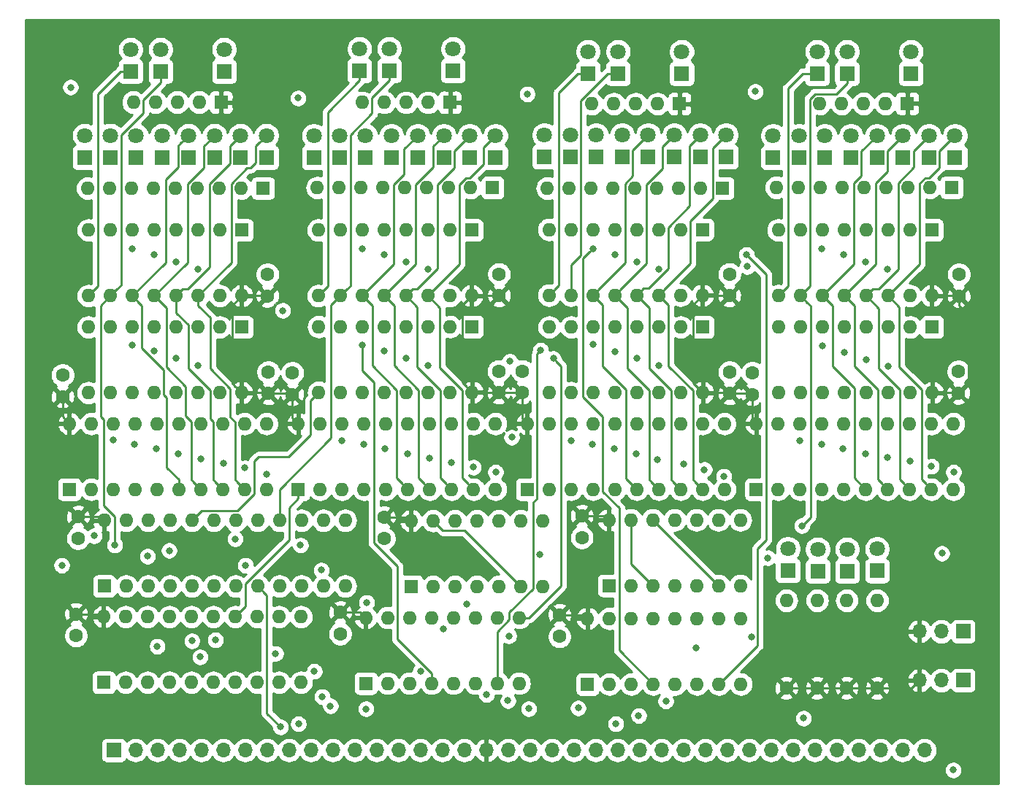
<source format=gbr>
G04 #@! TF.GenerationSoftware,KiCad,Pcbnew,(5.1.4-0-10_14)*
G04 #@! TF.CreationDate,2020-04-08T08:52:14-07:00*
G04 #@! TF.ProjectId,address-register-bank,61646472-6573-4732-9d72-656769737465,rev?*
G04 #@! TF.SameCoordinates,Original*
G04 #@! TF.FileFunction,Copper,L2,Inr*
G04 #@! TF.FilePolarity,Positive*
%FSLAX46Y46*%
G04 Gerber Fmt 4.6, Leading zero omitted, Abs format (unit mm)*
G04 Created by KiCad (PCBNEW (5.1.4-0-10_14)) date 2020-04-08 08:52:14*
%MOMM*%
%LPD*%
G04 APERTURE LIST*
%ADD10R,1.600000X1.600000*%
%ADD11O,1.600000X1.600000*%
%ADD12C,1.800000*%
%ADD13R,1.800000X1.800000*%
%ADD14C,1.600000*%
%ADD15R,1.700000X1.700000*%
%ADD16O,1.700000X1.700000*%
%ADD17C,0.800000*%
%ADD18C,0.250000*%
%ADD19C,0.254000*%
G04 APERTURE END LIST*
D10*
X-148859240Y-84256880D03*
D11*
X-120919240Y-76636880D03*
X-146319240Y-84256880D03*
X-123459240Y-76636880D03*
X-143779240Y-84256880D03*
X-125999240Y-76636880D03*
X-141239240Y-84256880D03*
X-128539240Y-76636880D03*
X-138699240Y-84256880D03*
X-131079240Y-76636880D03*
X-136159240Y-84256880D03*
X-133619240Y-76636880D03*
X-133619240Y-84256880D03*
X-136159240Y-76636880D03*
X-131079240Y-84256880D03*
X-138699240Y-76636880D03*
X-128539240Y-84256880D03*
X-141239240Y-76636880D03*
X-125999240Y-84256880D03*
X-143779240Y-76636880D03*
X-123459240Y-84256880D03*
X-146319240Y-76636880D03*
X-120919240Y-84256880D03*
X-148859240Y-76636880D03*
X-145486120Y-28102560D03*
X-142946120Y-28102560D03*
X-140406120Y-28102560D03*
X-137866120Y-28102560D03*
D10*
X-135326120Y-28102560D03*
D11*
X-52882800Y-61810900D03*
X-70662800Y-54190900D03*
X-55422800Y-61810900D03*
X-68122800Y-54190900D03*
X-57962800Y-61810900D03*
X-65582800Y-54190900D03*
X-60502800Y-61810900D03*
X-63042800Y-54190900D03*
X-63042800Y-61810900D03*
X-60502800Y-54190900D03*
X-65582800Y-61810900D03*
X-57962800Y-54190900D03*
X-68122800Y-61810900D03*
X-55422800Y-54190900D03*
X-70662800Y-61810900D03*
D10*
X-52882800Y-54190900D03*
D11*
X-73279000Y-65405000D03*
X-50419000Y-73025000D03*
X-70739000Y-65405000D03*
X-52959000Y-73025000D03*
X-68199000Y-65405000D03*
X-55499000Y-73025000D03*
X-65659000Y-65405000D03*
X-58039000Y-73025000D03*
X-63119000Y-65405000D03*
X-60579000Y-73025000D03*
X-60579000Y-65405000D03*
X-63119000Y-73025000D03*
X-58039000Y-65405000D03*
X-65659000Y-73025000D03*
X-55499000Y-65405000D03*
X-68199000Y-73025000D03*
X-52959000Y-65405000D03*
X-70739000Y-73025000D03*
X-50419000Y-65405000D03*
D10*
X-73279000Y-73025000D03*
X-52946300Y-42926000D03*
D11*
X-70726300Y-50546000D03*
X-55486300Y-42926000D03*
X-68186300Y-50546000D03*
X-58026300Y-42926000D03*
X-65646300Y-50546000D03*
X-60566300Y-42926000D03*
X-63106300Y-50546000D03*
X-63106300Y-42926000D03*
X-60566300Y-50546000D03*
X-65646300Y-42926000D03*
X-58026300Y-50546000D03*
X-68186300Y-42926000D03*
X-55486300Y-50546000D03*
X-70726300Y-42926000D03*
X-52946300Y-50546000D03*
D12*
X-71323200Y-31978600D03*
D13*
X-71323200Y-34518600D03*
D11*
X-62788800Y-85907880D03*
D14*
X-62788800Y-96067880D03*
D12*
X-62753240Y-79974440D03*
D13*
X-62753240Y-82514440D03*
D12*
X-66151760Y-79974440D03*
D13*
X-66151760Y-82514440D03*
D12*
X-69616320Y-79908400D03*
D13*
X-69616320Y-82448400D03*
D12*
X-59268360Y-79938880D03*
D13*
X-59268360Y-82478880D03*
D12*
X-50241200Y-31978600D03*
D13*
X-50241200Y-34518600D03*
D12*
X-53263800Y-31978600D03*
D13*
X-53263800Y-34518600D03*
D12*
X-56261000Y-31978600D03*
D13*
X-56261000Y-34518600D03*
D12*
X-59283600Y-31978600D03*
D13*
X-59283600Y-34518600D03*
D12*
X-62306200Y-31978600D03*
D13*
X-62306200Y-34518600D03*
D12*
X-65328800Y-31978600D03*
D13*
X-65328800Y-34518600D03*
D12*
X-68326000Y-31978600D03*
D13*
X-68326000Y-34518600D03*
D12*
X-55346600Y-22225000D03*
D13*
X-55346600Y-24765000D03*
D12*
X-62763400Y-22225000D03*
D13*
X-62763400Y-24765000D03*
D12*
X-66217800Y-22225000D03*
D13*
X-66217800Y-24765000D03*
D12*
X-76784200Y-31902400D03*
D13*
X-76784200Y-34442400D03*
D12*
X-79781400Y-31902400D03*
D13*
X-79781400Y-34442400D03*
D12*
X-82778600Y-31902400D03*
D13*
X-82778600Y-34442400D03*
D12*
X-85801200Y-31902400D03*
D13*
X-85801200Y-34442400D03*
D12*
X-88823800Y-31902400D03*
D13*
X-88823800Y-34442400D03*
D12*
X-91846400Y-31902400D03*
D13*
X-91846400Y-34442400D03*
D12*
X-94843600Y-31902400D03*
D13*
X-94843600Y-34442400D03*
D12*
X-97840800Y-31902400D03*
D13*
X-97840800Y-34442400D03*
D12*
X-81915000Y-22225000D03*
D13*
X-81915000Y-24765000D03*
D12*
X-89306400Y-22225000D03*
D13*
X-89306400Y-24765000D03*
D12*
X-92786200Y-22225000D03*
D13*
X-92786200Y-24765000D03*
D12*
X-103505000Y-31978600D03*
D13*
X-103505000Y-34518600D03*
D12*
X-106502200Y-31978600D03*
D13*
X-106502200Y-34518600D03*
D12*
X-109499400Y-31978600D03*
D13*
X-109499400Y-34518600D03*
D12*
X-112522000Y-31978600D03*
D13*
X-112522000Y-34518600D03*
D12*
X-115570000Y-31978600D03*
D13*
X-115570000Y-34518600D03*
D12*
X-118592600Y-31978600D03*
D13*
X-118592600Y-34518600D03*
D12*
X-121564400Y-31978600D03*
D13*
X-121564400Y-34518600D03*
D12*
X-124561600Y-31978600D03*
D13*
X-124561600Y-34518600D03*
D12*
X-108432600Y-21894800D03*
D13*
X-108432600Y-24434800D03*
D12*
X-115824000Y-21894800D03*
D13*
X-115824000Y-24434800D03*
D12*
X-119278400Y-21894800D03*
D13*
X-119278400Y-24434800D03*
D12*
X-130073400Y-31953200D03*
D13*
X-130073400Y-34493200D03*
D12*
X-133070600Y-31953200D03*
D13*
X-133070600Y-34493200D03*
D12*
X-136067800Y-31953200D03*
D13*
X-136067800Y-34493200D03*
D12*
X-139090400Y-31953200D03*
D13*
X-139090400Y-34493200D03*
D12*
X-142138400Y-31953200D03*
D13*
X-142138400Y-34493200D03*
D12*
X-145161000Y-31953200D03*
D13*
X-145161000Y-34493200D03*
D12*
X-148132800Y-31953200D03*
D13*
X-148132800Y-34493200D03*
D12*
X-151130000Y-31953200D03*
D13*
X-151130000Y-34493200D03*
D12*
X-134975600Y-21971000D03*
D13*
X-134975600Y-24511000D03*
D12*
X-142341600Y-21971000D03*
D13*
X-142341600Y-24511000D03*
D12*
X-145796000Y-21971000D03*
D13*
X-145796000Y-24511000D03*
D14*
X-76390500Y-48033300D03*
X-76390500Y-50533300D03*
X-76377800Y-59399800D03*
X-76377800Y-61899800D03*
X-73736200Y-59501400D03*
X-73736200Y-62001400D03*
X-103085900Y-48033300D03*
X-103085900Y-50533300D03*
X-129832100Y-59399800D03*
X-129832100Y-61899800D03*
X-49796700Y-48084100D03*
X-49796700Y-50584100D03*
X-103149400Y-59298200D03*
X-103149400Y-61798200D03*
X-129933700Y-48084100D03*
X-129933700Y-50584100D03*
X-153695400Y-59755400D03*
X-153695400Y-62255400D03*
X-100406200Y-59298200D03*
X-100406200Y-61798200D03*
X-127050800Y-59501400D03*
X-127050800Y-62001400D03*
X-49834800Y-59349000D03*
X-49834800Y-61849000D03*
X-93502480Y-78603480D03*
X-93502480Y-76103480D03*
X-116428520Y-78740640D03*
X-116428520Y-76240640D03*
X-96083120Y-90104600D03*
X-96083120Y-87604600D03*
X-151902160Y-78689840D03*
X-151902160Y-76189840D03*
X-121513600Y-89774400D03*
X-121513600Y-87274400D03*
X-152120600Y-90003000D03*
X-152120600Y-87503000D03*
D15*
X-147751800Y-103286560D03*
D16*
X-145211800Y-103286560D03*
X-142671800Y-103286560D03*
X-140131800Y-103286560D03*
X-137591800Y-103286560D03*
X-135051800Y-103286560D03*
X-132511800Y-103286560D03*
X-129971800Y-103286560D03*
X-127431800Y-103286560D03*
X-124891800Y-103286560D03*
X-122351800Y-103286560D03*
X-119811800Y-103286560D03*
X-117271800Y-103286560D03*
X-114731800Y-103286560D03*
X-112191800Y-103286560D03*
X-109651800Y-103286560D03*
X-107111800Y-103286560D03*
X-104571800Y-103286560D03*
X-102031800Y-103286560D03*
X-99491800Y-103286560D03*
X-96951800Y-103286560D03*
X-94411800Y-103286560D03*
X-91871800Y-103286560D03*
X-89331800Y-103286560D03*
X-86791800Y-103286560D03*
X-84251800Y-103286560D03*
X-81711800Y-103286560D03*
X-79171800Y-103286560D03*
X-76631800Y-103286560D03*
X-74091800Y-103286560D03*
X-71551800Y-103286560D03*
X-69011800Y-103286560D03*
X-66471800Y-103286560D03*
X-63931800Y-103286560D03*
X-61391800Y-103286560D03*
X-58851800Y-103286560D03*
X-56311800Y-103286560D03*
X-53771800Y-103286560D03*
D15*
X-49276000Y-95186500D03*
D16*
X-51816000Y-95186500D03*
X-54356000Y-95186500D03*
X-54356000Y-89496900D03*
X-51816000Y-89496900D03*
D15*
X-49276000Y-89496900D03*
D14*
X-59268360Y-96078040D03*
D11*
X-59268360Y-85918040D03*
X-69778880Y-85907880D03*
D14*
X-69778880Y-96067880D03*
X-66217800Y-96067880D03*
D11*
X-66217800Y-85907880D03*
X-150769320Y-38079680D03*
X-148229320Y-38079680D03*
X-145689320Y-38079680D03*
X-143149320Y-38079680D03*
X-140609320Y-38079680D03*
X-138069320Y-38079680D03*
X-135529320Y-38079680D03*
X-132989320Y-38079680D03*
D10*
X-130449320Y-38079680D03*
X-108783120Y-28127960D03*
D11*
X-111323120Y-28127960D03*
X-113863120Y-28127960D03*
X-116403120Y-28127960D03*
X-118943120Y-28127960D03*
D10*
X-103840280Y-38018720D03*
D11*
X-106380280Y-38018720D03*
X-108920280Y-38018720D03*
X-111460280Y-38018720D03*
X-114000280Y-38018720D03*
X-116540280Y-38018720D03*
X-119080280Y-38018720D03*
X-121620280Y-38018720D03*
X-124160280Y-38018720D03*
X-92329000Y-28280360D03*
X-89789000Y-28280360D03*
X-87249000Y-28280360D03*
X-84709000Y-28280360D03*
D10*
X-82169000Y-28280360D03*
D11*
X-97500440Y-38074600D03*
X-94960440Y-38074600D03*
X-92420440Y-38074600D03*
X-89880440Y-38074600D03*
X-87340440Y-38074600D03*
X-84800440Y-38074600D03*
X-82260440Y-38074600D03*
X-79720440Y-38074600D03*
D10*
X-77180440Y-38074600D03*
X-55768240Y-28249880D03*
D11*
X-58308240Y-28249880D03*
X-60848240Y-28249880D03*
X-63388240Y-28249880D03*
X-65928240Y-28249880D03*
D10*
X-50627280Y-37988240D03*
D11*
X-53167280Y-37988240D03*
X-55707280Y-37988240D03*
X-58247280Y-37988240D03*
X-60787280Y-37988240D03*
X-63327280Y-37988240D03*
X-65867280Y-37988240D03*
X-68407280Y-37988240D03*
X-70947280Y-37988240D03*
D10*
X-148920200Y-95427800D03*
D11*
X-126060200Y-87807800D03*
X-146380200Y-95427800D03*
X-128600200Y-87807800D03*
X-143840200Y-95427800D03*
X-131140200Y-87807800D03*
X-141300200Y-95427800D03*
X-133680200Y-87807800D03*
X-138760200Y-95427800D03*
X-136220200Y-87807800D03*
X-136220200Y-95427800D03*
X-138760200Y-87807800D03*
X-133680200Y-95427800D03*
X-141300200Y-87807800D03*
X-131140200Y-95427800D03*
X-143840200Y-87807800D03*
X-128600200Y-95427800D03*
X-146380200Y-87807800D03*
X-126060200Y-95427800D03*
X-148920200Y-87807800D03*
D10*
X-113284000Y-84282280D03*
D11*
X-98044000Y-76662280D03*
X-110744000Y-84282280D03*
X-100584000Y-76662280D03*
X-108204000Y-84282280D03*
X-103124000Y-76662280D03*
X-105664000Y-84282280D03*
X-105664000Y-76662280D03*
X-103124000Y-84282280D03*
X-108204000Y-76662280D03*
X-100584000Y-84282280D03*
X-110744000Y-76662280D03*
X-98044000Y-84282280D03*
X-113284000Y-76662280D03*
X-90368120Y-76565760D03*
X-75128120Y-84185760D03*
X-87828120Y-76565760D03*
X-77668120Y-84185760D03*
X-85288120Y-76565760D03*
X-80208120Y-84185760D03*
X-82748120Y-76565760D03*
X-82748120Y-84185760D03*
X-80208120Y-76565760D03*
X-85288120Y-84185760D03*
X-77668120Y-76565760D03*
X-87828120Y-84185760D03*
X-75128120Y-76565760D03*
D10*
X-90368120Y-84185760D03*
D11*
X-118541800Y-87909400D03*
X-100761800Y-95529400D03*
X-116001800Y-87909400D03*
X-103301800Y-95529400D03*
X-113461800Y-87909400D03*
X-105841800Y-95529400D03*
X-110921800Y-87909400D03*
X-108381800Y-95529400D03*
X-108381800Y-87909400D03*
X-110921800Y-95529400D03*
X-105841800Y-87909400D03*
X-113461800Y-95529400D03*
X-103301800Y-87909400D03*
X-116001800Y-95529400D03*
X-100761800Y-87909400D03*
D10*
X-118541800Y-95529400D03*
X-92837000Y-95631000D03*
D11*
X-75057000Y-88011000D03*
X-90297000Y-95631000D03*
X-77597000Y-88011000D03*
X-87757000Y-95631000D03*
X-80137000Y-88011000D03*
X-85217000Y-95631000D03*
X-82677000Y-88011000D03*
X-82677000Y-95631000D03*
X-85217000Y-88011000D03*
X-80137000Y-95631000D03*
X-87757000Y-88011000D03*
X-77597000Y-95631000D03*
X-90297000Y-88011000D03*
X-75057000Y-95631000D03*
X-92837000Y-88011000D03*
X-132930900Y-61810900D03*
X-150710900Y-54190900D03*
X-135470900Y-61810900D03*
X-148170900Y-54190900D03*
X-138010900Y-61810900D03*
X-145630900Y-54190900D03*
X-140550900Y-61810900D03*
X-143090900Y-54190900D03*
X-143090900Y-61810900D03*
X-140550900Y-54190900D03*
X-145630900Y-61810900D03*
X-138010900Y-54190900D03*
X-148170900Y-61810900D03*
X-135470900Y-54190900D03*
X-150710900Y-61810900D03*
D10*
X-132930900Y-54190900D03*
D11*
X-132918200Y-50558700D03*
X-150698200Y-42938700D03*
X-135458200Y-50558700D03*
X-148158200Y-42938700D03*
X-137998200Y-50558700D03*
X-145618200Y-42938700D03*
X-140538200Y-50558700D03*
X-143078200Y-42938700D03*
X-143078200Y-50558700D03*
X-140538200Y-42938700D03*
X-145618200Y-50558700D03*
X-137998200Y-42938700D03*
X-148158200Y-50558700D03*
X-135458200Y-42938700D03*
X-150698200Y-50558700D03*
D10*
X-132918200Y-42938700D03*
X-152908000Y-73025000D03*
D11*
X-130048000Y-65405000D03*
X-150368000Y-73025000D03*
X-132588000Y-65405000D03*
X-147828000Y-73025000D03*
X-135128000Y-65405000D03*
X-145288000Y-73025000D03*
X-137668000Y-65405000D03*
X-142748000Y-73025000D03*
X-140208000Y-65405000D03*
X-140208000Y-73025000D03*
X-142748000Y-65405000D03*
X-137668000Y-73025000D03*
X-145288000Y-65405000D03*
X-135128000Y-73025000D03*
X-147828000Y-65405000D03*
X-132588000Y-73025000D03*
X-150368000Y-65405000D03*
X-130048000Y-73025000D03*
X-152908000Y-65405000D03*
D10*
X-106222800Y-54140100D03*
D11*
X-124002800Y-61760100D03*
X-108762800Y-54140100D03*
X-121462800Y-61760100D03*
X-111302800Y-54140100D03*
X-118922800Y-61760100D03*
X-113842800Y-54140100D03*
X-116382800Y-61760100D03*
X-116382800Y-54140100D03*
X-113842800Y-61760100D03*
X-118922800Y-54140100D03*
X-111302800Y-61760100D03*
X-121462800Y-54140100D03*
X-108762800Y-61760100D03*
X-124002800Y-54140100D03*
X-106222800Y-61760100D03*
D10*
X-106273600Y-42938700D03*
D11*
X-124053600Y-50558700D03*
X-108813600Y-42938700D03*
X-121513600Y-50558700D03*
X-111353600Y-42938700D03*
X-118973600Y-50558700D03*
X-113893600Y-42938700D03*
X-116433600Y-50558700D03*
X-116433600Y-42938700D03*
X-113893600Y-50558700D03*
X-118973600Y-42938700D03*
X-111353600Y-50558700D03*
X-121513600Y-42938700D03*
X-108813600Y-50558700D03*
X-124053600Y-42938700D03*
X-106273600Y-50558700D03*
X-126365000Y-65405000D03*
X-103505000Y-73025000D03*
X-123825000Y-65405000D03*
X-106045000Y-73025000D03*
X-121285000Y-65405000D03*
X-108585000Y-73025000D03*
X-118745000Y-65405000D03*
X-111125000Y-73025000D03*
X-116205000Y-65405000D03*
X-113665000Y-73025000D03*
X-113665000Y-65405000D03*
X-116205000Y-73025000D03*
X-111125000Y-65405000D03*
X-118745000Y-73025000D03*
X-108585000Y-65405000D03*
X-121285000Y-73025000D03*
X-106045000Y-65405000D03*
X-123825000Y-73025000D03*
X-103505000Y-65405000D03*
D10*
X-126365000Y-73025000D03*
D11*
X-79489300Y-61810900D03*
X-97269300Y-54190900D03*
X-82029300Y-61810900D03*
X-94729300Y-54190900D03*
X-84569300Y-61810900D03*
X-92189300Y-54190900D03*
X-87109300Y-61810900D03*
X-89649300Y-54190900D03*
X-89649300Y-61810900D03*
X-87109300Y-54190900D03*
X-92189300Y-61810900D03*
X-84569300Y-54190900D03*
X-94729300Y-61810900D03*
X-82029300Y-54190900D03*
X-97269300Y-61810900D03*
D10*
X-79489300Y-54190900D03*
X-79527400Y-42875200D03*
D11*
X-97307400Y-50495200D03*
X-82067400Y-42875200D03*
X-94767400Y-50495200D03*
X-84607400Y-42875200D03*
X-92227400Y-50495200D03*
X-87147400Y-42875200D03*
X-89687400Y-50495200D03*
X-89687400Y-42875200D03*
X-87147400Y-50495200D03*
X-92227400Y-42875200D03*
X-84607400Y-50495200D03*
X-94767400Y-42875200D03*
X-82067400Y-50495200D03*
X-97307400Y-42875200D03*
X-79527400Y-50495200D03*
D10*
X-99822000Y-73025000D03*
D11*
X-76962000Y-65405000D03*
X-97282000Y-73025000D03*
X-79502000Y-65405000D03*
X-94742000Y-73025000D03*
X-82042000Y-65405000D03*
X-92202000Y-73025000D03*
X-84582000Y-65405000D03*
X-89662000Y-73025000D03*
X-87122000Y-65405000D03*
X-87122000Y-73025000D03*
X-89662000Y-65405000D03*
X-84582000Y-73025000D03*
X-92202000Y-65405000D03*
X-82042000Y-73025000D03*
X-94742000Y-65405000D03*
X-79502000Y-73025000D03*
X-97282000Y-65405000D03*
X-76962000Y-73025000D03*
X-99822000Y-65405000D03*
D17*
X-150025100Y-78409800D03*
X-147637500Y-79489300D03*
X-126118022Y-79503110D03*
X-51757799Y-80447099D03*
X-50431700Y-105587800D03*
X-152768300Y-26365200D03*
X-132473700Y-81838800D03*
X-153784300Y-81838800D03*
X-126377700Y-27609800D03*
X-141338300Y-80124300D03*
X-98349280Y-80590651D03*
X-128168400Y-52273200D03*
X-99834700Y-27152600D03*
X-101955600Y-90043000D03*
X-135966200Y-90500200D03*
X-143840200Y-80784700D03*
X-71932800Y-80975200D03*
X-133680200Y-78778100D03*
X-67995800Y-77241400D03*
X-73393300Y-26847800D03*
X-138696700Y-90601800D03*
X-73838910Y-90139830D03*
X-128987766Y-92074422D03*
X-123698000Y-82397600D03*
X-118510935Y-98490712D03*
X-93916500Y-98399600D03*
X-67792600Y-99580700D03*
X-99656900Y-98488500D03*
X-138010900Y-58648600D03*
X-147828000Y-67322700D03*
X-121285000Y-67348100D03*
X-94742000Y-67348100D03*
X-68199000Y-67348100D03*
X-124510800Y-94145100D03*
X-145326100Y-67767200D03*
X-118783100Y-67792600D03*
X-92240100Y-67792600D03*
X-65697100Y-67792600D03*
X-123583700Y-97078800D03*
X-142824200Y-68313300D03*
X-116281200Y-68338700D03*
X-89738200Y-68338700D03*
X-63195200Y-68338700D03*
X-122638601Y-98165701D03*
X-102063586Y-97555109D03*
X-140246100Y-68884800D03*
X-113703100Y-68910200D03*
X-87160100Y-68910200D03*
X-60617100Y-68910200D03*
X-118447201Y-86149799D03*
X-137668000Y-69456300D03*
X-111150400Y-69367400D03*
X-58039000Y-69291200D03*
X-84747100Y-69608700D03*
X-112198954Y-94146195D03*
X-135026400Y-69977000D03*
X-108585000Y-69900800D03*
X-55460900Y-69773800D03*
X-81699100Y-70078598D03*
X-109506801Y-89224901D03*
X-80276700Y-91401900D03*
X-132549900Y-70548500D03*
X-106057700Y-70459600D03*
X-52971700Y-70345300D03*
X-79286100Y-70726300D03*
X-106856791Y-86377999D03*
X-130048000Y-71234300D03*
X-103492300Y-71018400D03*
X-50406300Y-71018400D03*
X-77050900Y-71501000D03*
X-104538999Y-96830099D03*
X-83756500Y-97599500D03*
X-128422400Y-100596700D03*
X-126339600Y-100241100D03*
X-89547700Y-100241100D03*
X-86906100Y-99275900D03*
X-137756900Y-92468700D03*
X-142715199Y-91229399D03*
X-145630900Y-56261000D03*
X-143090900Y-56972200D03*
X-116382800Y-56984900D03*
X-89649300Y-57010300D03*
X-63042800Y-57099200D03*
X-98272597Y-56883297D03*
X-143078200Y-45783500D03*
X-111302800Y-58661300D03*
X-84569300Y-58686700D03*
X-57962800Y-58775600D03*
X-101848499Y-58173199D03*
X-101625400Y-66979800D03*
X-137998200Y-47459900D03*
X-118922800Y-56273700D03*
X-65582800Y-56388000D03*
X-92189300Y-56158290D03*
X-145618200Y-45072300D03*
X-140550900Y-57810400D03*
X-113842800Y-57823100D03*
X-87109300Y-57848500D03*
X-60502800Y-57937400D03*
X-96799400Y-57848500D03*
X-140538200Y-46621700D03*
X-113893600Y-46621700D03*
X-87147400Y-46634400D03*
X-60579000Y-46647100D03*
X-74333100Y-47180500D03*
X-118973600Y-45072300D03*
X-92227400Y-45085000D03*
X-65659000Y-45097700D03*
X-111353600Y-47459900D03*
X-84607400Y-47472600D03*
X-58039000Y-47485300D03*
X-116433600Y-45783500D03*
X-89687400Y-45796200D03*
X-63119000Y-45808900D03*
X-74422000Y-45796200D03*
D18*
X-149573199Y-49433699D02*
X-149898201Y-49758701D01*
X-149898201Y-49758701D02*
X-150698200Y-50558700D01*
X-149573199Y-27138199D02*
X-149573199Y-49433699D01*
X-146946000Y-24511000D02*
X-149573199Y-27138199D01*
X-145796000Y-24511000D02*
X-146946000Y-24511000D01*
X-146907799Y-49308299D02*
X-147358201Y-49758701D01*
X-147358201Y-49758701D02*
X-148158200Y-50558700D01*
X-146907799Y-31886997D02*
X-146907799Y-49308299D01*
X-144361119Y-29340317D02*
X-146907799Y-31886997D01*
X-142341600Y-25833038D02*
X-144361119Y-27852557D01*
X-144361119Y-27852557D02*
X-144361119Y-29340317D01*
X-142341600Y-24511000D02*
X-142341600Y-25833038D01*
X-147637500Y-76193618D02*
X-147637500Y-79489300D01*
X-149295901Y-64546699D02*
X-148953001Y-64889599D01*
X-149295901Y-51696401D02*
X-149295901Y-64546699D01*
X-148953001Y-74878117D02*
X-147637500Y-76193618D01*
X-148953001Y-64889599D02*
X-148953001Y-74878117D01*
X-148158200Y-50558700D02*
X-149295901Y-51696401D01*
X-123253601Y-49758701D02*
X-124053600Y-50558700D01*
X-122928599Y-49433699D02*
X-123253601Y-49758701D01*
X-119278400Y-25584800D02*
X-122928599Y-29234999D01*
X-122928599Y-29234999D02*
X-122928599Y-49433699D01*
X-119278400Y-24434800D02*
X-119278400Y-25584800D01*
X-124950001Y-66733201D02*
X-127457200Y-69240400D01*
X-124950001Y-62707301D02*
X-124950001Y-66733201D01*
X-124002800Y-61760100D02*
X-124950001Y-62707301D01*
X-127457200Y-69240400D02*
X-130962400Y-69240400D01*
X-137899241Y-75836881D02*
X-138699240Y-76636880D01*
X-137574239Y-75511879D02*
X-137899241Y-75836881D01*
X-133409877Y-75511879D02*
X-137574239Y-75511879D01*
X-131462999Y-73565001D02*
X-133409877Y-75511879D01*
X-131462999Y-69740999D02*
X-131462999Y-73565001D01*
X-130962400Y-69240400D02*
X-131462999Y-69740999D01*
X-120339399Y-49384499D02*
X-120713601Y-49758701D01*
X-120339399Y-31912397D02*
X-120339399Y-49384499D01*
X-117818119Y-29391117D02*
X-120339399Y-31912397D01*
X-117818119Y-27578919D02*
X-117818119Y-29391117D01*
X-120713601Y-49758701D02*
X-121513600Y-50558700D01*
X-115824000Y-25584800D02*
X-117818119Y-27578919D01*
X-115824000Y-24434800D02*
X-115824000Y-25584800D01*
X-128539240Y-75505510D02*
X-128539240Y-76636880D01*
X-128539240Y-73014238D02*
X-128539240Y-75505510D01*
X-122587801Y-67062799D02*
X-128539240Y-73014238D01*
X-122587801Y-51632901D02*
X-122587801Y-67062799D01*
X-121513600Y-50558700D02*
X-122587801Y-51632901D01*
X-127414239Y-78926877D02*
X-132494239Y-84006877D01*
X-132494239Y-86621839D02*
X-132880201Y-87007801D01*
X-127414239Y-75124239D02*
X-127414239Y-78926877D01*
X-132494239Y-84006877D02*
X-132494239Y-86621839D01*
X-126365000Y-74075000D02*
X-127414239Y-75124239D01*
X-132880201Y-87007801D02*
X-133680200Y-87807800D01*
X-126365000Y-73025000D02*
X-126365000Y-74075000D01*
X-96507401Y-49695201D02*
X-97307400Y-50495200D01*
X-96182399Y-49370199D02*
X-96507401Y-49695201D01*
X-96182399Y-27011199D02*
X-96182399Y-49370199D01*
X-93936200Y-24765000D02*
X-96182399Y-27011199D01*
X-92786200Y-24765000D02*
X-93936200Y-24765000D01*
X-90456400Y-24765000D02*
X-93618599Y-27927199D01*
X-93618599Y-27927199D02*
X-93618599Y-45839788D01*
X-89306400Y-24765000D02*
X-90456400Y-24765000D01*
X-94767400Y-46988589D02*
X-94767400Y-49363830D01*
X-93618599Y-45839788D02*
X-94767400Y-46988589D01*
X-94767400Y-49363830D02*
X-94767400Y-50495200D01*
X-66217800Y-24765000D02*
X-67868800Y-24765000D01*
X-69926301Y-49746001D02*
X-70726300Y-50546000D01*
X-69601299Y-49420999D02*
X-69926301Y-49746001D01*
X-69601299Y-26497499D02*
X-69601299Y-49420999D01*
X-67868800Y-24765000D02*
X-69601299Y-26497499D01*
X-67386301Y-49746001D02*
X-68186300Y-50546000D01*
X-67061299Y-49420999D02*
X-67386301Y-49746001D01*
X-67061299Y-27717937D02*
X-67061299Y-49420999D01*
X-66468241Y-27124879D02*
X-67061299Y-27717937D01*
X-63973279Y-27124879D02*
X-66468241Y-27124879D01*
X-62763400Y-25915000D02*
X-63973279Y-27124879D01*
X-62763400Y-24765000D02*
X-62763400Y-25915000D01*
X-67386301Y-51345999D02*
X-68186300Y-50546000D01*
X-66997799Y-76243399D02*
X-66997799Y-51734501D01*
X-66997799Y-51734501D02*
X-67386301Y-51345999D01*
X-67995800Y-77241400D02*
X-66997799Y-76243399D01*
X-149225000Y-87503000D02*
X-148920200Y-87807800D01*
X-152120600Y-87503000D02*
X-149225000Y-87503000D01*
X-149306280Y-76189840D02*
X-148859240Y-76636880D01*
X-151902160Y-76189840D02*
X-149306280Y-76189840D01*
X-153695400Y-64617600D02*
X-152908000Y-65405000D01*
X-153695400Y-62255400D02*
X-153695400Y-64617600D01*
X-133730899Y-61010901D02*
X-132930900Y-61810900D01*
X-134055901Y-60685899D02*
X-133730899Y-61010901D01*
X-134055901Y-51696401D02*
X-134055901Y-60685899D01*
X-132918200Y-50558700D02*
X-134055901Y-51696401D01*
X-129959100Y-50558700D02*
X-129933700Y-50584100D01*
X-132918200Y-50558700D02*
X-129959100Y-50558700D01*
X-127152400Y-61899800D02*
X-127050800Y-62001400D01*
X-129832100Y-61899800D02*
X-127152400Y-61899800D01*
X-129921000Y-61810900D02*
X-129832100Y-61899800D01*
X-132930900Y-61810900D02*
X-129921000Y-61810900D01*
X-127050800Y-64719200D02*
X-126365000Y-65405000D01*
X-127050800Y-62001400D02*
X-127050800Y-64719200D01*
X-113705640Y-76240640D02*
X-113284000Y-76662280D01*
X-116428520Y-76240640D02*
X-113705640Y-76240640D01*
X-119176800Y-87274400D02*
X-118541800Y-87909400D01*
X-121513600Y-87274400D02*
X-119176800Y-87274400D01*
X-103187500Y-61760100D02*
X-103149400Y-61798200D01*
X-106222800Y-61760100D02*
X-103187500Y-61760100D01*
X-103149400Y-61798200D02*
X-100406200Y-61798200D01*
X-100406200Y-64820800D02*
X-99822000Y-65405000D01*
X-100406200Y-61798200D02*
X-100406200Y-64820800D01*
X-103111300Y-50558700D02*
X-103085900Y-50533300D01*
X-106273600Y-50558700D02*
X-103111300Y-50558700D01*
X-107347801Y-51632901D02*
X-107347801Y-60635099D01*
X-107022799Y-60960101D02*
X-106222800Y-61760100D01*
X-107347801Y-60635099D02*
X-107022799Y-60960101D01*
X-106273600Y-50558700D02*
X-107347801Y-51632901D01*
X-90830400Y-76103480D02*
X-90368120Y-76565760D01*
X-93502480Y-76103480D02*
X-90830400Y-76103480D01*
X-93243400Y-87604600D02*
X-92837000Y-88011000D01*
X-96083120Y-87604600D02*
X-93243400Y-87604600D01*
X-69778880Y-96067880D02*
X-66217800Y-96067880D01*
X-66217800Y-96067880D02*
X-62788800Y-96067880D01*
X-59278520Y-96067880D02*
X-59268360Y-96078040D01*
X-62788800Y-96067880D02*
X-59278520Y-96067880D01*
X-55247540Y-96078040D02*
X-54356000Y-95186500D01*
X-59268360Y-96078040D02*
X-55247540Y-96078040D01*
X-54356000Y-95186500D02*
X-54356000Y-89496900D01*
X-79489300Y-50533300D02*
X-79527400Y-50495200D01*
X-76390500Y-50533300D02*
X-79489300Y-50533300D01*
X-80289299Y-61010901D02*
X-79489300Y-61810900D01*
X-80614301Y-60685899D02*
X-80289299Y-61010901D01*
X-80614301Y-51582101D02*
X-80614301Y-60685899D01*
X-79527400Y-50495200D02*
X-80614301Y-51582101D01*
X-76466700Y-61810900D02*
X-76377800Y-61899800D01*
X-79489300Y-61810900D02*
X-76466700Y-61810900D01*
X-73837800Y-61899800D02*
X-73736200Y-62001400D01*
X-76377800Y-61899800D02*
X-73837800Y-61899800D01*
X-73736200Y-64947800D02*
X-73279000Y-65405000D01*
X-73736200Y-62001400D02*
X-73736200Y-64947800D01*
X-49872900Y-61810900D02*
X-49834800Y-61849000D01*
X-52882800Y-61810900D02*
X-49872900Y-61810900D01*
X-49834800Y-50546000D02*
X-49796700Y-50584100D01*
X-52946300Y-50546000D02*
X-49834800Y-50546000D01*
X-49034801Y-61049001D02*
X-49834800Y-61849000D01*
X-48709799Y-60723999D02*
X-49034801Y-61049001D01*
X-48709799Y-52802371D02*
X-48709799Y-60723999D01*
X-49796700Y-51715470D02*
X-48709799Y-52802371D01*
X-49796700Y-50584100D02*
X-49796700Y-51715470D01*
X-130279241Y-85056879D02*
X-131079240Y-84256880D01*
X-130015199Y-85320921D02*
X-130279241Y-85056879D01*
X-130015199Y-99003901D02*
X-130015199Y-85320921D01*
X-128422400Y-100596700D02*
X-130015199Y-99003901D01*
X-87828120Y-81645760D02*
X-85288120Y-84185760D01*
X-87828120Y-76565760D02*
X-87828120Y-81645760D01*
X-85288120Y-76565760D02*
X-77668120Y-84185760D01*
X-103301800Y-95529400D02*
X-103301800Y-89574402D01*
X-98672596Y-57283296D02*
X-98272597Y-56883297D01*
X-103301800Y-89574402D02*
X-101886801Y-88159403D01*
X-98672602Y-57283302D02*
X-98672596Y-57283296D01*
X-101886801Y-87250083D02*
X-99169001Y-84532283D01*
X-99169001Y-84532283D02*
X-99169001Y-74557003D01*
X-99169001Y-74557003D02*
X-98672602Y-74060604D01*
X-98672602Y-74060604D02*
X-98672602Y-57283302D01*
X-101886801Y-88159403D02*
X-101886801Y-87250083D01*
X-101574600Y-67030600D02*
X-101625400Y-66979800D01*
X-117619999Y-79214163D02*
X-117619999Y-60573701D01*
X-110921800Y-94398030D02*
X-114876799Y-90443031D01*
X-114876799Y-90443031D02*
X-114876799Y-81957363D01*
X-114876799Y-81957363D02*
X-117619999Y-79214163D01*
X-110921800Y-95529400D02*
X-110921800Y-94398030D01*
X-118922800Y-59270900D02*
X-118922800Y-56273700D01*
X-117619999Y-60573701D02*
X-118922800Y-59270900D01*
X-96399401Y-58248499D02*
X-96799400Y-57848500D01*
X-95935800Y-58712100D02*
X-96399401Y-58248499D01*
X-100761800Y-87909400D02*
X-99630430Y-87909400D01*
X-99630430Y-87909400D02*
X-95935800Y-84214770D01*
X-95935800Y-84214770D02*
X-95935800Y-58712100D01*
X-92627399Y-45484999D02*
X-92227400Y-45085000D01*
X-91076999Y-64588203D02*
X-93352401Y-62312801D01*
X-91076999Y-73275003D02*
X-91076999Y-64588203D01*
X-89171999Y-75180003D02*
X-91076999Y-73275003D01*
X-89171999Y-91676001D02*
X-89171999Y-75180003D01*
X-93352401Y-46210001D02*
X-92627399Y-45484999D01*
X-85217000Y-95631000D02*
X-89171999Y-91676001D01*
X-93352401Y-62312801D02*
X-93352401Y-46210001D01*
X-77597000Y-95631000D02*
X-76454000Y-94488000D01*
X-72153999Y-48064201D02*
X-72153999Y-78910399D01*
X-74422000Y-45796200D02*
X-72153999Y-48064201D01*
X-72153999Y-78910399D02*
X-73113900Y-79870300D01*
X-73113900Y-91147900D02*
X-76454000Y-94488000D01*
X-73113900Y-79870300D02*
X-73113900Y-91147900D01*
X-107078999Y-77787281D02*
X-101383999Y-83482281D01*
X-101383999Y-83482281D02*
X-100584000Y-84282280D01*
X-109618999Y-77787281D02*
X-107078999Y-77787281D01*
X-110744000Y-76662280D02*
X-109618999Y-77787281D01*
X-144505899Y-51671001D02*
X-144818201Y-51358699D01*
X-144818201Y-51358699D02*
X-145618200Y-50558700D01*
X-144505899Y-56630203D02*
X-144505899Y-51671001D01*
X-141965899Y-59170203D02*
X-144505899Y-56630203D01*
X-141965899Y-62060903D02*
X-141965899Y-59170203D01*
X-141622999Y-62403803D02*
X-141965899Y-62060903D01*
X-141622999Y-70478631D02*
X-141622999Y-62403803D01*
X-140208000Y-71893630D02*
X-141622999Y-70478631D01*
X-140208000Y-73025000D02*
X-140208000Y-71893630D01*
X-139990399Y-32853199D02*
X-139090400Y-31953200D01*
X-140315401Y-33178201D02*
X-139990399Y-32853199D01*
X-140315401Y-35603901D02*
X-140315401Y-33178201D01*
X-141734321Y-37022821D02*
X-140315401Y-35603901D01*
X-141734321Y-46674821D02*
X-141734321Y-37022821D01*
X-145618200Y-50558700D02*
X-141734321Y-46674821D01*
X-138793001Y-71899999D02*
X-138467999Y-72225001D01*
X-139425899Y-64522099D02*
X-138793001Y-65154997D01*
X-141675901Y-58823791D02*
X-139425899Y-61073793D01*
X-138793001Y-65154997D02*
X-138793001Y-71899999D01*
X-141675901Y-51960999D02*
X-141675901Y-58823791D01*
X-138467999Y-72225001D02*
X-137668000Y-73025000D01*
X-139425899Y-61073793D02*
X-139425899Y-64522099D01*
X-143078200Y-50558700D02*
X-141675901Y-51960999D01*
X-137292801Y-33178201D02*
X-136067800Y-31953200D01*
X-139194321Y-37581621D02*
X-137292801Y-35680101D01*
X-139194321Y-46674821D02*
X-139194321Y-37581621D01*
X-137292801Y-35680101D02*
X-137292801Y-33178201D01*
X-143078200Y-50558700D02*
X-139194321Y-46674821D01*
X-135927999Y-72225001D02*
X-135128000Y-73025000D01*
X-136253001Y-71899999D02*
X-135927999Y-72225001D01*
X-136253001Y-65154997D02*
X-136253001Y-71899999D01*
X-136595901Y-64812097D02*
X-136253001Y-65154997D01*
X-139135901Y-53940897D02*
X-139135901Y-59020897D01*
X-140538200Y-52538598D02*
X-139135901Y-53940897D01*
X-136595901Y-61560897D02*
X-136595901Y-64812097D01*
X-139135901Y-59020897D02*
X-136595901Y-61560897D01*
X-140538200Y-50558700D02*
X-140538200Y-52538598D01*
X-139738201Y-49758701D02*
X-139223999Y-49758701D01*
X-139223999Y-49758701D02*
X-136677400Y-47212102D01*
X-140538200Y-50558700D02*
X-139738201Y-49758701D01*
X-134295601Y-35180959D02*
X-134295601Y-33178201D01*
X-136677400Y-37562758D02*
X-134295601Y-35180959D01*
X-133970599Y-32853199D02*
X-133070600Y-31953200D01*
X-134295601Y-33178201D02*
X-133970599Y-32853199D01*
X-136677400Y-47212102D02*
X-136677400Y-37562758D01*
X-133387999Y-72225001D02*
X-132588000Y-73025000D01*
X-134239000Y-64628998D02*
X-133713001Y-65154997D01*
X-133713001Y-71899999D02*
X-133387999Y-72225001D01*
X-136595901Y-59020897D02*
X-134239000Y-61377798D01*
X-134239000Y-61377798D02*
X-134239000Y-64628998D01*
X-136595901Y-53092369D02*
X-136595901Y-59020897D01*
X-133713001Y-65154997D02*
X-133713001Y-71899999D01*
X-137998200Y-51690070D02*
X-136595901Y-53092369D01*
X-137998200Y-50558700D02*
X-137998200Y-51690070D01*
X-131298401Y-33178201D02*
X-130973399Y-32853199D01*
X-131298401Y-35106003D02*
X-131298401Y-33178201D01*
X-131910599Y-35718201D02*
X-131298401Y-35106003D01*
X-134114321Y-37539679D02*
X-132292843Y-35718201D01*
X-132292843Y-35718201D02*
X-131910599Y-35718201D01*
X-134114321Y-46674821D02*
X-134114321Y-37539679D01*
X-130973399Y-32853199D02*
X-130073400Y-31953200D01*
X-137998200Y-50558700D02*
X-134114321Y-46674821D01*
X-114967801Y-71722199D02*
X-114464999Y-72225001D01*
X-114967801Y-61510097D02*
X-114967801Y-71722199D01*
X-117797799Y-51734501D02*
X-117797799Y-58680099D01*
X-114464999Y-72225001D02*
X-113665000Y-73025000D01*
X-117797799Y-58680099D02*
X-114967801Y-61510097D01*
X-118973600Y-50558700D02*
X-117797799Y-51734501D01*
X-115308599Y-46893699D02*
X-118173601Y-49758701D01*
X-118173601Y-49758701D02*
X-118973600Y-50558700D01*
X-115308599Y-37662037D02*
X-115308599Y-46893699D01*
X-114084100Y-36437538D02*
X-115308599Y-37662037D01*
X-114084100Y-33540700D02*
X-114084100Y-36437538D01*
X-112522000Y-31978600D02*
X-114084100Y-33540700D01*
X-112427801Y-71722199D02*
X-111924999Y-72225001D01*
X-111924999Y-72225001D02*
X-111125000Y-73025000D01*
X-115257799Y-58680099D02*
X-112427801Y-61510097D01*
X-115257799Y-51734501D02*
X-115257799Y-58680099D01*
X-112427801Y-61510097D02*
X-112427801Y-71722199D01*
X-116433600Y-50558700D02*
X-115257799Y-51734501D01*
X-115633601Y-49758701D02*
X-116433600Y-50558700D01*
X-112768599Y-46893699D02*
X-115633601Y-49758701D01*
X-110724401Y-35617839D02*
X-112768599Y-37662037D01*
X-110724401Y-33203601D02*
X-110724401Y-35617839D01*
X-112768599Y-37662037D02*
X-112768599Y-46893699D01*
X-109499400Y-31978600D02*
X-110724401Y-33203601D01*
X-109384999Y-72225001D02*
X-108585000Y-73025000D01*
X-109887801Y-71722199D02*
X-109384999Y-72225001D01*
X-112560100Y-58837798D02*
X-109887801Y-61510097D01*
X-112560100Y-51892200D02*
X-112560100Y-58837798D01*
X-109887801Y-61510097D02*
X-109887801Y-71722199D01*
X-113893600Y-50558700D02*
X-112560100Y-51892200D01*
X-110228599Y-47407901D02*
X-112579399Y-49758701D01*
X-113093601Y-49758701D02*
X-113893600Y-50558700D01*
X-108274399Y-35707837D02*
X-110228599Y-37662037D01*
X-112579399Y-49758701D02*
X-113093601Y-49758701D01*
X-108274399Y-33750799D02*
X-108274399Y-35707837D01*
X-110228599Y-37662037D02*
X-110228599Y-47407901D01*
X-106502200Y-31978600D02*
X-108274399Y-33750799D01*
X-106844999Y-72225001D02*
X-106045000Y-73025000D01*
X-107347801Y-61510097D02*
X-107347801Y-71722199D01*
X-109982000Y-58875898D02*
X-107347801Y-61510097D01*
X-109982000Y-51930300D02*
X-109982000Y-58875898D01*
X-107347801Y-71722199D02*
X-106844999Y-72225001D01*
X-111353600Y-50558700D02*
X-109982000Y-51930300D01*
X-110553601Y-49758701D02*
X-111353600Y-50558700D01*
X-107688599Y-37648099D02*
X-107688599Y-46893699D01*
X-106934219Y-36893719D02*
X-107688599Y-37648099D01*
X-106492317Y-36893719D02*
X-106934219Y-36893719D01*
X-104902000Y-35303402D02*
X-106492317Y-36893719D01*
X-107688599Y-46893699D02*
X-110553601Y-49758701D01*
X-104902000Y-33375600D02*
X-104902000Y-35303402D01*
X-103505000Y-31978600D02*
X-104902000Y-33375600D01*
X-91064299Y-58730899D02*
X-88353900Y-61441298D01*
X-91064299Y-51658301D02*
X-91064299Y-58730899D01*
X-92227400Y-50495200D02*
X-91064299Y-51658301D01*
X-88353900Y-71793100D02*
X-87122000Y-73025000D01*
X-88353900Y-61441298D02*
X-88353900Y-71793100D01*
X-88465441Y-46733241D02*
X-91427401Y-49695201D01*
X-88465441Y-37534599D02*
X-88465441Y-46733241D01*
X-91427401Y-49695201D02*
X-92227400Y-50495200D01*
X-87598799Y-36667957D02*
X-88465441Y-37534599D01*
X-87598799Y-33699999D02*
X-87598799Y-36667957D01*
X-85801200Y-31902400D02*
X-87598799Y-33699999D01*
X-85707001Y-61548197D02*
X-85707001Y-71899999D01*
X-88234301Y-59020897D02*
X-85707001Y-61548197D01*
X-85707001Y-71899999D02*
X-85381999Y-72225001D01*
X-88234301Y-51948299D02*
X-88234301Y-59020897D01*
X-85381999Y-72225001D02*
X-84582000Y-73025000D01*
X-89687400Y-50495200D02*
X-88234301Y-51948299D01*
X-88887401Y-49695201D02*
X-89687400Y-50495200D01*
X-86022399Y-46830199D02*
X-88887401Y-49695201D01*
X-86022399Y-37631557D02*
X-86022399Y-46830199D01*
X-84150200Y-35759358D02*
X-86022399Y-37631557D01*
X-84150200Y-33274000D02*
X-84150200Y-35759358D01*
X-82778600Y-31902400D02*
X-84150200Y-33274000D01*
X-82841999Y-72225001D02*
X-82042000Y-73025000D01*
X-83167001Y-71899999D02*
X-82841999Y-72225001D01*
X-83167001Y-61548197D02*
X-83167001Y-71899999D01*
X-85694301Y-59020897D02*
X-83167001Y-61548197D01*
X-85694301Y-51948299D02*
X-85694301Y-59020897D01*
X-87147400Y-50495200D02*
X-85694301Y-51948299D01*
X-86347401Y-49695201D02*
X-87147400Y-50495200D01*
X-85756999Y-49695201D02*
X-86347401Y-49695201D01*
X-83482399Y-47420601D02*
X-85756999Y-49695201D01*
X-83482399Y-42625197D02*
X-83482399Y-47420601D01*
X-81006401Y-40149199D02*
X-83482399Y-42625197D01*
X-81006401Y-33127401D02*
X-81006401Y-40149199D01*
X-79781400Y-31902400D02*
X-81006401Y-33127401D01*
X-80627001Y-71899999D02*
X-80301999Y-72225001D01*
X-80627001Y-61548197D02*
X-80627001Y-71899999D01*
X-83444299Y-58730899D02*
X-80627001Y-61548197D01*
X-83444299Y-51658301D02*
X-83444299Y-58730899D01*
X-80301999Y-72225001D02*
X-79502000Y-73025000D01*
X-84607400Y-50495200D02*
X-83444299Y-51658301D01*
X-78305441Y-33423641D02*
X-78305441Y-39278341D01*
X-76784200Y-31902400D02*
X-78305441Y-33423641D01*
X-83807401Y-49695201D02*
X-84607400Y-50495200D01*
X-80942399Y-46830199D02*
X-83807401Y-49695201D01*
X-80942399Y-41915299D02*
X-80942399Y-46830199D01*
X-78305441Y-39278341D02*
X-80942399Y-41915299D01*
X-61917799Y-71686201D02*
X-60579000Y-73025000D01*
X-61917799Y-61270899D02*
X-61917799Y-71686201D01*
X-64457799Y-51734501D02*
X-64457799Y-58730899D01*
X-64457799Y-58730899D02*
X-61917799Y-61270899D01*
X-65646300Y-50546000D02*
X-64457799Y-51734501D01*
X-61981299Y-46880999D02*
X-64846301Y-49746001D01*
X-64846301Y-49746001D02*
X-65646300Y-50546000D01*
X-61981299Y-37517257D02*
X-61981299Y-46880999D01*
X-61081199Y-36617157D02*
X-61981299Y-37517257D01*
X-61081199Y-33776199D02*
X-61081199Y-36617157D01*
X-59283600Y-31978600D02*
X-61081199Y-33776199D01*
X-58838999Y-72225001D02*
X-58039000Y-73025000D01*
X-59164001Y-71899999D02*
X-58838999Y-72225001D01*
X-61917799Y-58730899D02*
X-59164001Y-61484697D01*
X-59164001Y-61484697D02*
X-59164001Y-71899999D01*
X-61917799Y-51734501D02*
X-61917799Y-58730899D01*
X-63106300Y-50546000D02*
X-61917799Y-51734501D01*
X-62306301Y-49746001D02*
X-63106300Y-50546000D01*
X-59441299Y-46880999D02*
X-62306301Y-49746001D01*
X-59441299Y-37517257D02*
X-59441299Y-46880999D01*
X-58058599Y-33776199D02*
X-58058599Y-36134557D01*
X-58058599Y-36134557D02*
X-59441299Y-37517257D01*
X-56261000Y-31978600D02*
X-58058599Y-33776199D01*
X-56298999Y-72225001D02*
X-55499000Y-73025000D01*
X-56624001Y-71899999D02*
X-56298999Y-72225001D01*
X-56624001Y-61484697D02*
X-56624001Y-71899999D01*
X-59087801Y-52024499D02*
X-59087801Y-59020897D01*
X-59087801Y-59020897D02*
X-56624001Y-61484697D01*
X-60566300Y-50546000D02*
X-59087801Y-52024499D01*
X-59766301Y-49746001D02*
X-60566300Y-50546000D01*
X-59093201Y-49746001D02*
X-59766301Y-49746001D01*
X-55035999Y-35651957D02*
X-56832281Y-37448239D01*
X-56832281Y-47485081D02*
X-59093201Y-49746001D01*
X-55035999Y-33750799D02*
X-55035999Y-35651957D01*
X-56832281Y-37448239D02*
X-56832281Y-47485081D01*
X-53263800Y-31978600D02*
X-55035999Y-33750799D01*
X-53758999Y-72225001D02*
X-52959000Y-73025000D01*
X-56705500Y-58863198D02*
X-54084001Y-61484697D01*
X-54084001Y-71899999D02*
X-53758999Y-72225001D01*
X-56705500Y-51866800D02*
X-56705500Y-58863198D01*
X-54084001Y-61484697D02*
X-54084001Y-71899999D01*
X-58026300Y-50546000D02*
X-56705500Y-51866800D01*
X-57226301Y-49746001D02*
X-58026300Y-50546000D01*
X-53707281Y-36863239D02*
X-54361299Y-37517257D01*
X-53223437Y-36863239D02*
X-53707281Y-36863239D01*
X-54361299Y-46880999D02*
X-57226301Y-49746001D01*
X-52038799Y-35678601D02*
X-53223437Y-36863239D01*
X-52038799Y-33776199D02*
X-52038799Y-35678601D01*
X-54361299Y-37517257D02*
X-54361299Y-46880999D01*
X-50241200Y-31978600D02*
X-52038799Y-33776199D01*
D19*
G36*
X-45212000Y-107188000D02*
G01*
X-157988000Y-107188000D01*
X-157988000Y-105485861D01*
X-51466700Y-105485861D01*
X-51466700Y-105689739D01*
X-51426926Y-105889698D01*
X-51348905Y-106078056D01*
X-51235637Y-106247574D01*
X-51091474Y-106391737D01*
X-50921956Y-106505005D01*
X-50733598Y-106583026D01*
X-50533639Y-106622800D01*
X-50329761Y-106622800D01*
X-50129802Y-106583026D01*
X-49941444Y-106505005D01*
X-49771926Y-106391737D01*
X-49627763Y-106247574D01*
X-49514495Y-106078056D01*
X-49436474Y-105889698D01*
X-49396700Y-105689739D01*
X-49396700Y-105485861D01*
X-49436474Y-105285902D01*
X-49514495Y-105097544D01*
X-49627763Y-104928026D01*
X-49771926Y-104783863D01*
X-49941444Y-104670595D01*
X-50129802Y-104592574D01*
X-50329761Y-104552800D01*
X-50533639Y-104552800D01*
X-50733598Y-104592574D01*
X-50921956Y-104670595D01*
X-51091474Y-104783863D01*
X-51235637Y-104928026D01*
X-51348905Y-105097544D01*
X-51426926Y-105285902D01*
X-51466700Y-105485861D01*
X-157988000Y-105485861D01*
X-157988000Y-102436560D01*
X-149239872Y-102436560D01*
X-149239872Y-104136560D01*
X-149227612Y-104261042D01*
X-149191302Y-104380740D01*
X-149132337Y-104491054D01*
X-149052985Y-104587745D01*
X-148956294Y-104667097D01*
X-148845980Y-104726062D01*
X-148726282Y-104762372D01*
X-148601800Y-104774632D01*
X-146901800Y-104774632D01*
X-146777318Y-104762372D01*
X-146657620Y-104726062D01*
X-146547306Y-104667097D01*
X-146450615Y-104587745D01*
X-146371263Y-104491054D01*
X-146312298Y-104380740D01*
X-146291407Y-104311873D01*
X-146266934Y-104341694D01*
X-146040814Y-104527266D01*
X-145782834Y-104665159D01*
X-145502911Y-104750073D01*
X-145284750Y-104771560D01*
X-145138850Y-104771560D01*
X-144920689Y-104750073D01*
X-144640766Y-104665159D01*
X-144382786Y-104527266D01*
X-144156666Y-104341694D01*
X-143971094Y-104115574D01*
X-143941800Y-104060769D01*
X-143912506Y-104115574D01*
X-143726934Y-104341694D01*
X-143500814Y-104527266D01*
X-143242834Y-104665159D01*
X-142962911Y-104750073D01*
X-142744750Y-104771560D01*
X-142598850Y-104771560D01*
X-142380689Y-104750073D01*
X-142100766Y-104665159D01*
X-141842786Y-104527266D01*
X-141616666Y-104341694D01*
X-141431094Y-104115574D01*
X-141401800Y-104060769D01*
X-141372506Y-104115574D01*
X-141186934Y-104341694D01*
X-140960814Y-104527266D01*
X-140702834Y-104665159D01*
X-140422911Y-104750073D01*
X-140204750Y-104771560D01*
X-140058850Y-104771560D01*
X-139840689Y-104750073D01*
X-139560766Y-104665159D01*
X-139302786Y-104527266D01*
X-139076666Y-104341694D01*
X-138891094Y-104115574D01*
X-138861800Y-104060769D01*
X-138832506Y-104115574D01*
X-138646934Y-104341694D01*
X-138420814Y-104527266D01*
X-138162834Y-104665159D01*
X-137882911Y-104750073D01*
X-137664750Y-104771560D01*
X-137518850Y-104771560D01*
X-137300689Y-104750073D01*
X-137020766Y-104665159D01*
X-136762786Y-104527266D01*
X-136536666Y-104341694D01*
X-136351094Y-104115574D01*
X-136321800Y-104060769D01*
X-136292506Y-104115574D01*
X-136106934Y-104341694D01*
X-135880814Y-104527266D01*
X-135622834Y-104665159D01*
X-135342911Y-104750073D01*
X-135124750Y-104771560D01*
X-134978850Y-104771560D01*
X-134760689Y-104750073D01*
X-134480766Y-104665159D01*
X-134222786Y-104527266D01*
X-133996666Y-104341694D01*
X-133811094Y-104115574D01*
X-133781800Y-104060769D01*
X-133752506Y-104115574D01*
X-133566934Y-104341694D01*
X-133340814Y-104527266D01*
X-133082834Y-104665159D01*
X-132802911Y-104750073D01*
X-132584750Y-104771560D01*
X-132438850Y-104771560D01*
X-132220689Y-104750073D01*
X-131940766Y-104665159D01*
X-131682786Y-104527266D01*
X-131456666Y-104341694D01*
X-131271094Y-104115574D01*
X-131241800Y-104060769D01*
X-131212506Y-104115574D01*
X-131026934Y-104341694D01*
X-130800814Y-104527266D01*
X-130542834Y-104665159D01*
X-130262911Y-104750073D01*
X-130044750Y-104771560D01*
X-129898850Y-104771560D01*
X-129680689Y-104750073D01*
X-129400766Y-104665159D01*
X-129142786Y-104527266D01*
X-128916666Y-104341694D01*
X-128731094Y-104115574D01*
X-128701800Y-104060769D01*
X-128672506Y-104115574D01*
X-128486934Y-104341694D01*
X-128260814Y-104527266D01*
X-128002834Y-104665159D01*
X-127722911Y-104750073D01*
X-127504750Y-104771560D01*
X-127358850Y-104771560D01*
X-127140689Y-104750073D01*
X-126860766Y-104665159D01*
X-126602786Y-104527266D01*
X-126376666Y-104341694D01*
X-126191094Y-104115574D01*
X-126161800Y-104060769D01*
X-126132506Y-104115574D01*
X-125946934Y-104341694D01*
X-125720814Y-104527266D01*
X-125462834Y-104665159D01*
X-125182911Y-104750073D01*
X-124964750Y-104771560D01*
X-124818850Y-104771560D01*
X-124600689Y-104750073D01*
X-124320766Y-104665159D01*
X-124062786Y-104527266D01*
X-123836666Y-104341694D01*
X-123651094Y-104115574D01*
X-123621800Y-104060769D01*
X-123592506Y-104115574D01*
X-123406934Y-104341694D01*
X-123180814Y-104527266D01*
X-122922834Y-104665159D01*
X-122642911Y-104750073D01*
X-122424750Y-104771560D01*
X-122278850Y-104771560D01*
X-122060689Y-104750073D01*
X-121780766Y-104665159D01*
X-121522786Y-104527266D01*
X-121296666Y-104341694D01*
X-121111094Y-104115574D01*
X-121081800Y-104060769D01*
X-121052506Y-104115574D01*
X-120866934Y-104341694D01*
X-120640814Y-104527266D01*
X-120382834Y-104665159D01*
X-120102911Y-104750073D01*
X-119884750Y-104771560D01*
X-119738850Y-104771560D01*
X-119520689Y-104750073D01*
X-119240766Y-104665159D01*
X-118982786Y-104527266D01*
X-118756666Y-104341694D01*
X-118571094Y-104115574D01*
X-118541800Y-104060769D01*
X-118512506Y-104115574D01*
X-118326934Y-104341694D01*
X-118100814Y-104527266D01*
X-117842834Y-104665159D01*
X-117562911Y-104750073D01*
X-117344750Y-104771560D01*
X-117198850Y-104771560D01*
X-116980689Y-104750073D01*
X-116700766Y-104665159D01*
X-116442786Y-104527266D01*
X-116216666Y-104341694D01*
X-116031094Y-104115574D01*
X-116001800Y-104060769D01*
X-115972506Y-104115574D01*
X-115786934Y-104341694D01*
X-115560814Y-104527266D01*
X-115302834Y-104665159D01*
X-115022911Y-104750073D01*
X-114804750Y-104771560D01*
X-114658850Y-104771560D01*
X-114440689Y-104750073D01*
X-114160766Y-104665159D01*
X-113902786Y-104527266D01*
X-113676666Y-104341694D01*
X-113491094Y-104115574D01*
X-113461800Y-104060769D01*
X-113432506Y-104115574D01*
X-113246934Y-104341694D01*
X-113020814Y-104527266D01*
X-112762834Y-104665159D01*
X-112482911Y-104750073D01*
X-112264750Y-104771560D01*
X-112118850Y-104771560D01*
X-111900689Y-104750073D01*
X-111620766Y-104665159D01*
X-111362786Y-104527266D01*
X-111136666Y-104341694D01*
X-110951094Y-104115574D01*
X-110921800Y-104060769D01*
X-110892506Y-104115574D01*
X-110706934Y-104341694D01*
X-110480814Y-104527266D01*
X-110222834Y-104665159D01*
X-109942911Y-104750073D01*
X-109724750Y-104771560D01*
X-109578850Y-104771560D01*
X-109360689Y-104750073D01*
X-109080766Y-104665159D01*
X-108822786Y-104527266D01*
X-108596666Y-104341694D01*
X-108411094Y-104115574D01*
X-108381800Y-104060769D01*
X-108352506Y-104115574D01*
X-108166934Y-104341694D01*
X-107940814Y-104527266D01*
X-107682834Y-104665159D01*
X-107402911Y-104750073D01*
X-107184750Y-104771560D01*
X-107038850Y-104771560D01*
X-106820689Y-104750073D01*
X-106540766Y-104665159D01*
X-106282786Y-104527266D01*
X-106056666Y-104341694D01*
X-105871094Y-104115574D01*
X-105836599Y-104051037D01*
X-105766978Y-104167915D01*
X-105572069Y-104384148D01*
X-105338720Y-104558201D01*
X-105075899Y-104683385D01*
X-104928690Y-104728036D01*
X-104698800Y-104606715D01*
X-104698800Y-103413560D01*
X-104718800Y-103413560D01*
X-104718800Y-103159560D01*
X-104698800Y-103159560D01*
X-104698800Y-101966405D01*
X-104444800Y-101966405D01*
X-104444800Y-103159560D01*
X-104424800Y-103159560D01*
X-104424800Y-103413560D01*
X-104444800Y-103413560D01*
X-104444800Y-104606715D01*
X-104214910Y-104728036D01*
X-104067701Y-104683385D01*
X-103804880Y-104558201D01*
X-103571531Y-104384148D01*
X-103376622Y-104167915D01*
X-103307001Y-104051037D01*
X-103272506Y-104115574D01*
X-103086934Y-104341694D01*
X-102860814Y-104527266D01*
X-102602834Y-104665159D01*
X-102322911Y-104750073D01*
X-102104750Y-104771560D01*
X-101958850Y-104771560D01*
X-101740689Y-104750073D01*
X-101460766Y-104665159D01*
X-101202786Y-104527266D01*
X-100976666Y-104341694D01*
X-100791094Y-104115574D01*
X-100761800Y-104060769D01*
X-100732506Y-104115574D01*
X-100546934Y-104341694D01*
X-100320814Y-104527266D01*
X-100062834Y-104665159D01*
X-99782911Y-104750073D01*
X-99564750Y-104771560D01*
X-99418850Y-104771560D01*
X-99200689Y-104750073D01*
X-98920766Y-104665159D01*
X-98662786Y-104527266D01*
X-98436666Y-104341694D01*
X-98251094Y-104115574D01*
X-98221800Y-104060769D01*
X-98192506Y-104115574D01*
X-98006934Y-104341694D01*
X-97780814Y-104527266D01*
X-97522834Y-104665159D01*
X-97242911Y-104750073D01*
X-97024750Y-104771560D01*
X-96878850Y-104771560D01*
X-96660689Y-104750073D01*
X-96380766Y-104665159D01*
X-96122786Y-104527266D01*
X-95896666Y-104341694D01*
X-95711094Y-104115574D01*
X-95681800Y-104060769D01*
X-95652506Y-104115574D01*
X-95466934Y-104341694D01*
X-95240814Y-104527266D01*
X-94982834Y-104665159D01*
X-94702911Y-104750073D01*
X-94484750Y-104771560D01*
X-94338850Y-104771560D01*
X-94120689Y-104750073D01*
X-93840766Y-104665159D01*
X-93582786Y-104527266D01*
X-93356666Y-104341694D01*
X-93171094Y-104115574D01*
X-93141800Y-104060769D01*
X-93112506Y-104115574D01*
X-92926934Y-104341694D01*
X-92700814Y-104527266D01*
X-92442834Y-104665159D01*
X-92162911Y-104750073D01*
X-91944750Y-104771560D01*
X-91798850Y-104771560D01*
X-91580689Y-104750073D01*
X-91300766Y-104665159D01*
X-91042786Y-104527266D01*
X-90816666Y-104341694D01*
X-90631094Y-104115574D01*
X-90601800Y-104060769D01*
X-90572506Y-104115574D01*
X-90386934Y-104341694D01*
X-90160814Y-104527266D01*
X-89902834Y-104665159D01*
X-89622911Y-104750073D01*
X-89404750Y-104771560D01*
X-89258850Y-104771560D01*
X-89040689Y-104750073D01*
X-88760766Y-104665159D01*
X-88502786Y-104527266D01*
X-88276666Y-104341694D01*
X-88091094Y-104115574D01*
X-88061800Y-104060769D01*
X-88032506Y-104115574D01*
X-87846934Y-104341694D01*
X-87620814Y-104527266D01*
X-87362834Y-104665159D01*
X-87082911Y-104750073D01*
X-86864750Y-104771560D01*
X-86718850Y-104771560D01*
X-86500689Y-104750073D01*
X-86220766Y-104665159D01*
X-85962786Y-104527266D01*
X-85736666Y-104341694D01*
X-85551094Y-104115574D01*
X-85521800Y-104060769D01*
X-85492506Y-104115574D01*
X-85306934Y-104341694D01*
X-85080814Y-104527266D01*
X-84822834Y-104665159D01*
X-84542911Y-104750073D01*
X-84324750Y-104771560D01*
X-84178850Y-104771560D01*
X-83960689Y-104750073D01*
X-83680766Y-104665159D01*
X-83422786Y-104527266D01*
X-83196666Y-104341694D01*
X-83011094Y-104115574D01*
X-82981800Y-104060769D01*
X-82952506Y-104115574D01*
X-82766934Y-104341694D01*
X-82540814Y-104527266D01*
X-82282834Y-104665159D01*
X-82002911Y-104750073D01*
X-81784750Y-104771560D01*
X-81638850Y-104771560D01*
X-81420689Y-104750073D01*
X-81140766Y-104665159D01*
X-80882786Y-104527266D01*
X-80656666Y-104341694D01*
X-80471094Y-104115574D01*
X-80441800Y-104060769D01*
X-80412506Y-104115574D01*
X-80226934Y-104341694D01*
X-80000814Y-104527266D01*
X-79742834Y-104665159D01*
X-79462911Y-104750073D01*
X-79244750Y-104771560D01*
X-79098850Y-104771560D01*
X-78880689Y-104750073D01*
X-78600766Y-104665159D01*
X-78342786Y-104527266D01*
X-78116666Y-104341694D01*
X-77931094Y-104115574D01*
X-77901800Y-104060769D01*
X-77872506Y-104115574D01*
X-77686934Y-104341694D01*
X-77460814Y-104527266D01*
X-77202834Y-104665159D01*
X-76922911Y-104750073D01*
X-76704750Y-104771560D01*
X-76558850Y-104771560D01*
X-76340689Y-104750073D01*
X-76060766Y-104665159D01*
X-75802786Y-104527266D01*
X-75576666Y-104341694D01*
X-75391094Y-104115574D01*
X-75361800Y-104060769D01*
X-75332506Y-104115574D01*
X-75146934Y-104341694D01*
X-74920814Y-104527266D01*
X-74662834Y-104665159D01*
X-74382911Y-104750073D01*
X-74164750Y-104771560D01*
X-74018850Y-104771560D01*
X-73800689Y-104750073D01*
X-73520766Y-104665159D01*
X-73262786Y-104527266D01*
X-73036666Y-104341694D01*
X-72851094Y-104115574D01*
X-72821800Y-104060769D01*
X-72792506Y-104115574D01*
X-72606934Y-104341694D01*
X-72380814Y-104527266D01*
X-72122834Y-104665159D01*
X-71842911Y-104750073D01*
X-71624750Y-104771560D01*
X-71478850Y-104771560D01*
X-71260689Y-104750073D01*
X-70980766Y-104665159D01*
X-70722786Y-104527266D01*
X-70496666Y-104341694D01*
X-70311094Y-104115574D01*
X-70281800Y-104060769D01*
X-70252506Y-104115574D01*
X-70066934Y-104341694D01*
X-69840814Y-104527266D01*
X-69582834Y-104665159D01*
X-69302911Y-104750073D01*
X-69084750Y-104771560D01*
X-68938850Y-104771560D01*
X-68720689Y-104750073D01*
X-68440766Y-104665159D01*
X-68182786Y-104527266D01*
X-67956666Y-104341694D01*
X-67771094Y-104115574D01*
X-67741800Y-104060769D01*
X-67712506Y-104115574D01*
X-67526934Y-104341694D01*
X-67300814Y-104527266D01*
X-67042834Y-104665159D01*
X-66762911Y-104750073D01*
X-66544750Y-104771560D01*
X-66398850Y-104771560D01*
X-66180689Y-104750073D01*
X-65900766Y-104665159D01*
X-65642786Y-104527266D01*
X-65416666Y-104341694D01*
X-65231094Y-104115574D01*
X-65201800Y-104060769D01*
X-65172506Y-104115574D01*
X-64986934Y-104341694D01*
X-64760814Y-104527266D01*
X-64502834Y-104665159D01*
X-64222911Y-104750073D01*
X-64004750Y-104771560D01*
X-63858850Y-104771560D01*
X-63640689Y-104750073D01*
X-63360766Y-104665159D01*
X-63102786Y-104527266D01*
X-62876666Y-104341694D01*
X-62691094Y-104115574D01*
X-62661800Y-104060769D01*
X-62632506Y-104115574D01*
X-62446934Y-104341694D01*
X-62220814Y-104527266D01*
X-61962834Y-104665159D01*
X-61682911Y-104750073D01*
X-61464750Y-104771560D01*
X-61318850Y-104771560D01*
X-61100689Y-104750073D01*
X-60820766Y-104665159D01*
X-60562786Y-104527266D01*
X-60336666Y-104341694D01*
X-60151094Y-104115574D01*
X-60121800Y-104060769D01*
X-60092506Y-104115574D01*
X-59906934Y-104341694D01*
X-59680814Y-104527266D01*
X-59422834Y-104665159D01*
X-59142911Y-104750073D01*
X-58924750Y-104771560D01*
X-58778850Y-104771560D01*
X-58560689Y-104750073D01*
X-58280766Y-104665159D01*
X-58022786Y-104527266D01*
X-57796666Y-104341694D01*
X-57611094Y-104115574D01*
X-57581800Y-104060769D01*
X-57552506Y-104115574D01*
X-57366934Y-104341694D01*
X-57140814Y-104527266D01*
X-56882834Y-104665159D01*
X-56602911Y-104750073D01*
X-56384750Y-104771560D01*
X-56238850Y-104771560D01*
X-56020689Y-104750073D01*
X-55740766Y-104665159D01*
X-55482786Y-104527266D01*
X-55256666Y-104341694D01*
X-55071094Y-104115574D01*
X-55041800Y-104060769D01*
X-55012506Y-104115574D01*
X-54826934Y-104341694D01*
X-54600814Y-104527266D01*
X-54342834Y-104665159D01*
X-54062911Y-104750073D01*
X-53844750Y-104771560D01*
X-53698850Y-104771560D01*
X-53480689Y-104750073D01*
X-53200766Y-104665159D01*
X-52942786Y-104527266D01*
X-52716666Y-104341694D01*
X-52531094Y-104115574D01*
X-52393201Y-103857594D01*
X-52308287Y-103577671D01*
X-52279615Y-103286560D01*
X-52308287Y-102995449D01*
X-52393201Y-102715526D01*
X-52531094Y-102457546D01*
X-52716666Y-102231426D01*
X-52942786Y-102045854D01*
X-53200766Y-101907961D01*
X-53480689Y-101823047D01*
X-53698850Y-101801560D01*
X-53844750Y-101801560D01*
X-54062911Y-101823047D01*
X-54342834Y-101907961D01*
X-54600814Y-102045854D01*
X-54826934Y-102231426D01*
X-55012506Y-102457546D01*
X-55041800Y-102512351D01*
X-55071094Y-102457546D01*
X-55256666Y-102231426D01*
X-55482786Y-102045854D01*
X-55740766Y-101907961D01*
X-56020689Y-101823047D01*
X-56238850Y-101801560D01*
X-56384750Y-101801560D01*
X-56602911Y-101823047D01*
X-56882834Y-101907961D01*
X-57140814Y-102045854D01*
X-57366934Y-102231426D01*
X-57552506Y-102457546D01*
X-57581800Y-102512351D01*
X-57611094Y-102457546D01*
X-57796666Y-102231426D01*
X-58022786Y-102045854D01*
X-58280766Y-101907961D01*
X-58560689Y-101823047D01*
X-58778850Y-101801560D01*
X-58924750Y-101801560D01*
X-59142911Y-101823047D01*
X-59422834Y-101907961D01*
X-59680814Y-102045854D01*
X-59906934Y-102231426D01*
X-60092506Y-102457546D01*
X-60121800Y-102512351D01*
X-60151094Y-102457546D01*
X-60336666Y-102231426D01*
X-60562786Y-102045854D01*
X-60820766Y-101907961D01*
X-61100689Y-101823047D01*
X-61318850Y-101801560D01*
X-61464750Y-101801560D01*
X-61682911Y-101823047D01*
X-61962834Y-101907961D01*
X-62220814Y-102045854D01*
X-62446934Y-102231426D01*
X-62632506Y-102457546D01*
X-62661800Y-102512351D01*
X-62691094Y-102457546D01*
X-62876666Y-102231426D01*
X-63102786Y-102045854D01*
X-63360766Y-101907961D01*
X-63640689Y-101823047D01*
X-63858850Y-101801560D01*
X-64004750Y-101801560D01*
X-64222911Y-101823047D01*
X-64502834Y-101907961D01*
X-64760814Y-102045854D01*
X-64986934Y-102231426D01*
X-65172506Y-102457546D01*
X-65201800Y-102512351D01*
X-65231094Y-102457546D01*
X-65416666Y-102231426D01*
X-65642786Y-102045854D01*
X-65900766Y-101907961D01*
X-66180689Y-101823047D01*
X-66398850Y-101801560D01*
X-66544750Y-101801560D01*
X-66762911Y-101823047D01*
X-67042834Y-101907961D01*
X-67300814Y-102045854D01*
X-67526934Y-102231426D01*
X-67712506Y-102457546D01*
X-67741800Y-102512351D01*
X-67771094Y-102457546D01*
X-67956666Y-102231426D01*
X-68182786Y-102045854D01*
X-68440766Y-101907961D01*
X-68720689Y-101823047D01*
X-68938850Y-101801560D01*
X-69084750Y-101801560D01*
X-69302911Y-101823047D01*
X-69582834Y-101907961D01*
X-69840814Y-102045854D01*
X-70066934Y-102231426D01*
X-70252506Y-102457546D01*
X-70281800Y-102512351D01*
X-70311094Y-102457546D01*
X-70496666Y-102231426D01*
X-70722786Y-102045854D01*
X-70980766Y-101907961D01*
X-71260689Y-101823047D01*
X-71478850Y-101801560D01*
X-71624750Y-101801560D01*
X-71842911Y-101823047D01*
X-72122834Y-101907961D01*
X-72380814Y-102045854D01*
X-72606934Y-102231426D01*
X-72792506Y-102457546D01*
X-72821800Y-102512351D01*
X-72851094Y-102457546D01*
X-73036666Y-102231426D01*
X-73262786Y-102045854D01*
X-73520766Y-101907961D01*
X-73800689Y-101823047D01*
X-74018850Y-101801560D01*
X-74164750Y-101801560D01*
X-74382911Y-101823047D01*
X-74662834Y-101907961D01*
X-74920814Y-102045854D01*
X-75146934Y-102231426D01*
X-75332506Y-102457546D01*
X-75361800Y-102512351D01*
X-75391094Y-102457546D01*
X-75576666Y-102231426D01*
X-75802786Y-102045854D01*
X-76060766Y-101907961D01*
X-76340689Y-101823047D01*
X-76558850Y-101801560D01*
X-76704750Y-101801560D01*
X-76922911Y-101823047D01*
X-77202834Y-101907961D01*
X-77460814Y-102045854D01*
X-77686934Y-102231426D01*
X-77872506Y-102457546D01*
X-77901800Y-102512351D01*
X-77931094Y-102457546D01*
X-78116666Y-102231426D01*
X-78342786Y-102045854D01*
X-78600766Y-101907961D01*
X-78880689Y-101823047D01*
X-79098850Y-101801560D01*
X-79244750Y-101801560D01*
X-79462911Y-101823047D01*
X-79742834Y-101907961D01*
X-80000814Y-102045854D01*
X-80226934Y-102231426D01*
X-80412506Y-102457546D01*
X-80441800Y-102512351D01*
X-80471094Y-102457546D01*
X-80656666Y-102231426D01*
X-80882786Y-102045854D01*
X-81140766Y-101907961D01*
X-81420689Y-101823047D01*
X-81638850Y-101801560D01*
X-81784750Y-101801560D01*
X-82002911Y-101823047D01*
X-82282834Y-101907961D01*
X-82540814Y-102045854D01*
X-82766934Y-102231426D01*
X-82952506Y-102457546D01*
X-82981800Y-102512351D01*
X-83011094Y-102457546D01*
X-83196666Y-102231426D01*
X-83422786Y-102045854D01*
X-83680766Y-101907961D01*
X-83960689Y-101823047D01*
X-84178850Y-101801560D01*
X-84324750Y-101801560D01*
X-84542911Y-101823047D01*
X-84822834Y-101907961D01*
X-85080814Y-102045854D01*
X-85306934Y-102231426D01*
X-85492506Y-102457546D01*
X-85521800Y-102512351D01*
X-85551094Y-102457546D01*
X-85736666Y-102231426D01*
X-85962786Y-102045854D01*
X-86220766Y-101907961D01*
X-86500689Y-101823047D01*
X-86718850Y-101801560D01*
X-86864750Y-101801560D01*
X-87082911Y-101823047D01*
X-87362834Y-101907961D01*
X-87620814Y-102045854D01*
X-87846934Y-102231426D01*
X-88032506Y-102457546D01*
X-88061800Y-102512351D01*
X-88091094Y-102457546D01*
X-88276666Y-102231426D01*
X-88502786Y-102045854D01*
X-88760766Y-101907961D01*
X-89040689Y-101823047D01*
X-89258850Y-101801560D01*
X-89404750Y-101801560D01*
X-89622911Y-101823047D01*
X-89902834Y-101907961D01*
X-90160814Y-102045854D01*
X-90386934Y-102231426D01*
X-90572506Y-102457546D01*
X-90601800Y-102512351D01*
X-90631094Y-102457546D01*
X-90816666Y-102231426D01*
X-91042786Y-102045854D01*
X-91300766Y-101907961D01*
X-91580689Y-101823047D01*
X-91798850Y-101801560D01*
X-91944750Y-101801560D01*
X-92162911Y-101823047D01*
X-92442834Y-101907961D01*
X-92700814Y-102045854D01*
X-92926934Y-102231426D01*
X-93112506Y-102457546D01*
X-93141800Y-102512351D01*
X-93171094Y-102457546D01*
X-93356666Y-102231426D01*
X-93582786Y-102045854D01*
X-93840766Y-101907961D01*
X-94120689Y-101823047D01*
X-94338850Y-101801560D01*
X-94484750Y-101801560D01*
X-94702911Y-101823047D01*
X-94982834Y-101907961D01*
X-95240814Y-102045854D01*
X-95466934Y-102231426D01*
X-95652506Y-102457546D01*
X-95681800Y-102512351D01*
X-95711094Y-102457546D01*
X-95896666Y-102231426D01*
X-96122786Y-102045854D01*
X-96380766Y-101907961D01*
X-96660689Y-101823047D01*
X-96878850Y-101801560D01*
X-97024750Y-101801560D01*
X-97242911Y-101823047D01*
X-97522834Y-101907961D01*
X-97780814Y-102045854D01*
X-98006934Y-102231426D01*
X-98192506Y-102457546D01*
X-98221800Y-102512351D01*
X-98251094Y-102457546D01*
X-98436666Y-102231426D01*
X-98662786Y-102045854D01*
X-98920766Y-101907961D01*
X-99200689Y-101823047D01*
X-99418850Y-101801560D01*
X-99564750Y-101801560D01*
X-99782911Y-101823047D01*
X-100062834Y-101907961D01*
X-100320814Y-102045854D01*
X-100546934Y-102231426D01*
X-100732506Y-102457546D01*
X-100761800Y-102512351D01*
X-100791094Y-102457546D01*
X-100976666Y-102231426D01*
X-101202786Y-102045854D01*
X-101460766Y-101907961D01*
X-101740689Y-101823047D01*
X-101958850Y-101801560D01*
X-102104750Y-101801560D01*
X-102322911Y-101823047D01*
X-102602834Y-101907961D01*
X-102860814Y-102045854D01*
X-103086934Y-102231426D01*
X-103272506Y-102457546D01*
X-103307001Y-102522083D01*
X-103376622Y-102405205D01*
X-103571531Y-102188972D01*
X-103804880Y-102014919D01*
X-104067701Y-101889735D01*
X-104214910Y-101845084D01*
X-104444800Y-101966405D01*
X-104698800Y-101966405D01*
X-104928690Y-101845084D01*
X-105075899Y-101889735D01*
X-105338720Y-102014919D01*
X-105572069Y-102188972D01*
X-105766978Y-102405205D01*
X-105836599Y-102522083D01*
X-105871094Y-102457546D01*
X-106056666Y-102231426D01*
X-106282786Y-102045854D01*
X-106540766Y-101907961D01*
X-106820689Y-101823047D01*
X-107038850Y-101801560D01*
X-107184750Y-101801560D01*
X-107402911Y-101823047D01*
X-107682834Y-101907961D01*
X-107940814Y-102045854D01*
X-108166934Y-102231426D01*
X-108352506Y-102457546D01*
X-108381800Y-102512351D01*
X-108411094Y-102457546D01*
X-108596666Y-102231426D01*
X-108822786Y-102045854D01*
X-109080766Y-101907961D01*
X-109360689Y-101823047D01*
X-109578850Y-101801560D01*
X-109724750Y-101801560D01*
X-109942911Y-101823047D01*
X-110222834Y-101907961D01*
X-110480814Y-102045854D01*
X-110706934Y-102231426D01*
X-110892506Y-102457546D01*
X-110921800Y-102512351D01*
X-110951094Y-102457546D01*
X-111136666Y-102231426D01*
X-111362786Y-102045854D01*
X-111620766Y-101907961D01*
X-111900689Y-101823047D01*
X-112118850Y-101801560D01*
X-112264750Y-101801560D01*
X-112482911Y-101823047D01*
X-112762834Y-101907961D01*
X-113020814Y-102045854D01*
X-113246934Y-102231426D01*
X-113432506Y-102457546D01*
X-113461800Y-102512351D01*
X-113491094Y-102457546D01*
X-113676666Y-102231426D01*
X-113902786Y-102045854D01*
X-114160766Y-101907961D01*
X-114440689Y-101823047D01*
X-114658850Y-101801560D01*
X-114804750Y-101801560D01*
X-115022911Y-101823047D01*
X-115302834Y-101907961D01*
X-115560814Y-102045854D01*
X-115786934Y-102231426D01*
X-115972506Y-102457546D01*
X-116001800Y-102512351D01*
X-116031094Y-102457546D01*
X-116216666Y-102231426D01*
X-116442786Y-102045854D01*
X-116700766Y-101907961D01*
X-116980689Y-101823047D01*
X-117198850Y-101801560D01*
X-117344750Y-101801560D01*
X-117562911Y-101823047D01*
X-117842834Y-101907961D01*
X-118100814Y-102045854D01*
X-118326934Y-102231426D01*
X-118512506Y-102457546D01*
X-118541800Y-102512351D01*
X-118571094Y-102457546D01*
X-118756666Y-102231426D01*
X-118982786Y-102045854D01*
X-119240766Y-101907961D01*
X-119520689Y-101823047D01*
X-119738850Y-101801560D01*
X-119884750Y-101801560D01*
X-120102911Y-101823047D01*
X-120382834Y-101907961D01*
X-120640814Y-102045854D01*
X-120866934Y-102231426D01*
X-121052506Y-102457546D01*
X-121081800Y-102512351D01*
X-121111094Y-102457546D01*
X-121296666Y-102231426D01*
X-121522786Y-102045854D01*
X-121780766Y-101907961D01*
X-122060689Y-101823047D01*
X-122278850Y-101801560D01*
X-122424750Y-101801560D01*
X-122642911Y-101823047D01*
X-122922834Y-101907961D01*
X-123180814Y-102045854D01*
X-123406934Y-102231426D01*
X-123592506Y-102457546D01*
X-123621800Y-102512351D01*
X-123651094Y-102457546D01*
X-123836666Y-102231426D01*
X-124062786Y-102045854D01*
X-124320766Y-101907961D01*
X-124600689Y-101823047D01*
X-124818850Y-101801560D01*
X-124964750Y-101801560D01*
X-125182911Y-101823047D01*
X-125462834Y-101907961D01*
X-125720814Y-102045854D01*
X-125946934Y-102231426D01*
X-126132506Y-102457546D01*
X-126161800Y-102512351D01*
X-126191094Y-102457546D01*
X-126376666Y-102231426D01*
X-126602786Y-102045854D01*
X-126860766Y-101907961D01*
X-127140689Y-101823047D01*
X-127358850Y-101801560D01*
X-127504750Y-101801560D01*
X-127722911Y-101823047D01*
X-128002834Y-101907961D01*
X-128260814Y-102045854D01*
X-128486934Y-102231426D01*
X-128672506Y-102457546D01*
X-128701800Y-102512351D01*
X-128731094Y-102457546D01*
X-128916666Y-102231426D01*
X-129142786Y-102045854D01*
X-129400766Y-101907961D01*
X-129680689Y-101823047D01*
X-129898850Y-101801560D01*
X-130044750Y-101801560D01*
X-130262911Y-101823047D01*
X-130542834Y-101907961D01*
X-130800814Y-102045854D01*
X-131026934Y-102231426D01*
X-131212506Y-102457546D01*
X-131241800Y-102512351D01*
X-131271094Y-102457546D01*
X-131456666Y-102231426D01*
X-131682786Y-102045854D01*
X-131940766Y-101907961D01*
X-132220689Y-101823047D01*
X-132438850Y-101801560D01*
X-132584750Y-101801560D01*
X-132802911Y-101823047D01*
X-133082834Y-101907961D01*
X-133340814Y-102045854D01*
X-133566934Y-102231426D01*
X-133752506Y-102457546D01*
X-133781800Y-102512351D01*
X-133811094Y-102457546D01*
X-133996666Y-102231426D01*
X-134222786Y-102045854D01*
X-134480766Y-101907961D01*
X-134760689Y-101823047D01*
X-134978850Y-101801560D01*
X-135124750Y-101801560D01*
X-135342911Y-101823047D01*
X-135622834Y-101907961D01*
X-135880814Y-102045854D01*
X-136106934Y-102231426D01*
X-136292506Y-102457546D01*
X-136321800Y-102512351D01*
X-136351094Y-102457546D01*
X-136536666Y-102231426D01*
X-136762786Y-102045854D01*
X-137020766Y-101907961D01*
X-137300689Y-101823047D01*
X-137518850Y-101801560D01*
X-137664750Y-101801560D01*
X-137882911Y-101823047D01*
X-138162834Y-101907961D01*
X-138420814Y-102045854D01*
X-138646934Y-102231426D01*
X-138832506Y-102457546D01*
X-138861800Y-102512351D01*
X-138891094Y-102457546D01*
X-139076666Y-102231426D01*
X-139302786Y-102045854D01*
X-139560766Y-101907961D01*
X-139840689Y-101823047D01*
X-140058850Y-101801560D01*
X-140204750Y-101801560D01*
X-140422911Y-101823047D01*
X-140702834Y-101907961D01*
X-140960814Y-102045854D01*
X-141186934Y-102231426D01*
X-141372506Y-102457546D01*
X-141401800Y-102512351D01*
X-141431094Y-102457546D01*
X-141616666Y-102231426D01*
X-141842786Y-102045854D01*
X-142100766Y-101907961D01*
X-142380689Y-101823047D01*
X-142598850Y-101801560D01*
X-142744750Y-101801560D01*
X-142962911Y-101823047D01*
X-143242834Y-101907961D01*
X-143500814Y-102045854D01*
X-143726934Y-102231426D01*
X-143912506Y-102457546D01*
X-143941800Y-102512351D01*
X-143971094Y-102457546D01*
X-144156666Y-102231426D01*
X-144382786Y-102045854D01*
X-144640766Y-101907961D01*
X-144920689Y-101823047D01*
X-145138850Y-101801560D01*
X-145284750Y-101801560D01*
X-145502911Y-101823047D01*
X-145782834Y-101907961D01*
X-146040814Y-102045854D01*
X-146266934Y-102231426D01*
X-146291407Y-102261247D01*
X-146312298Y-102192380D01*
X-146371263Y-102082066D01*
X-146450615Y-101985375D01*
X-146547306Y-101906023D01*
X-146657620Y-101847058D01*
X-146777318Y-101810748D01*
X-146901800Y-101798488D01*
X-148601800Y-101798488D01*
X-148726282Y-101810748D01*
X-148845980Y-101847058D01*
X-148956294Y-101906023D01*
X-149052985Y-101985375D01*
X-149132337Y-102082066D01*
X-149191302Y-102192380D01*
X-149227612Y-102312078D01*
X-149239872Y-102436560D01*
X-157988000Y-102436560D01*
X-157988000Y-92366761D01*
X-138791900Y-92366761D01*
X-138791900Y-92570639D01*
X-138752126Y-92770598D01*
X-138674105Y-92958956D01*
X-138560837Y-93128474D01*
X-138416674Y-93272637D01*
X-138247156Y-93385905D01*
X-138058798Y-93463926D01*
X-137858839Y-93503700D01*
X-137654961Y-93503700D01*
X-137455002Y-93463926D01*
X-137266644Y-93385905D01*
X-137097126Y-93272637D01*
X-136952963Y-93128474D01*
X-136839695Y-92958956D01*
X-136761674Y-92770598D01*
X-136721900Y-92570639D01*
X-136721900Y-92366761D01*
X-136761674Y-92166802D01*
X-136839695Y-91978444D01*
X-136952963Y-91808926D01*
X-137097126Y-91664763D01*
X-137266644Y-91551495D01*
X-137455002Y-91473474D01*
X-137654961Y-91433700D01*
X-137858839Y-91433700D01*
X-138058798Y-91473474D01*
X-138247156Y-91551495D01*
X-138416674Y-91664763D01*
X-138560837Y-91808926D01*
X-138674105Y-91978444D01*
X-138752126Y-92166802D01*
X-138791900Y-92366761D01*
X-157988000Y-92366761D01*
X-157988000Y-89861665D01*
X-153555600Y-89861665D01*
X-153555600Y-90144335D01*
X-153500453Y-90421574D01*
X-153392280Y-90682727D01*
X-153235237Y-90917759D01*
X-153035359Y-91117637D01*
X-152800327Y-91274680D01*
X-152539174Y-91382853D01*
X-152261935Y-91438000D01*
X-151979265Y-91438000D01*
X-151702026Y-91382853D01*
X-151440873Y-91274680D01*
X-151220543Y-91127460D01*
X-143750199Y-91127460D01*
X-143750199Y-91331338D01*
X-143710425Y-91531297D01*
X-143632404Y-91719655D01*
X-143519136Y-91889173D01*
X-143374973Y-92033336D01*
X-143205455Y-92146604D01*
X-143017097Y-92224625D01*
X-142817138Y-92264399D01*
X-142613260Y-92264399D01*
X-142413301Y-92224625D01*
X-142224943Y-92146604D01*
X-142055425Y-92033336D01*
X-141911262Y-91889173D01*
X-141797994Y-91719655D01*
X-141719973Y-91531297D01*
X-141680199Y-91331338D01*
X-141680199Y-91127460D01*
X-141719973Y-90927501D01*
X-141797994Y-90739143D01*
X-141911262Y-90569625D01*
X-141981026Y-90499861D01*
X-139731700Y-90499861D01*
X-139731700Y-90703739D01*
X-139691926Y-90903698D01*
X-139613905Y-91092056D01*
X-139500637Y-91261574D01*
X-139356474Y-91405737D01*
X-139186956Y-91519005D01*
X-138998598Y-91597026D01*
X-138798639Y-91636800D01*
X-138594761Y-91636800D01*
X-138394802Y-91597026D01*
X-138206444Y-91519005D01*
X-138036926Y-91405737D01*
X-137892763Y-91261574D01*
X-137779495Y-91092056D01*
X-137701474Y-90903698D01*
X-137661700Y-90703739D01*
X-137661700Y-90499861D01*
X-137681909Y-90398261D01*
X-137001200Y-90398261D01*
X-137001200Y-90602139D01*
X-136961426Y-90802098D01*
X-136883405Y-90990456D01*
X-136770137Y-91159974D01*
X-136625974Y-91304137D01*
X-136456456Y-91417405D01*
X-136268098Y-91495426D01*
X-136068139Y-91535200D01*
X-135864261Y-91535200D01*
X-135664302Y-91495426D01*
X-135475944Y-91417405D01*
X-135306426Y-91304137D01*
X-135162263Y-91159974D01*
X-135048995Y-90990456D01*
X-134970974Y-90802098D01*
X-134931200Y-90602139D01*
X-134931200Y-90398261D01*
X-134970974Y-90198302D01*
X-135048995Y-90009944D01*
X-135162263Y-89840426D01*
X-135306426Y-89696263D01*
X-135475944Y-89582995D01*
X-135664302Y-89504974D01*
X-135864261Y-89465200D01*
X-136068139Y-89465200D01*
X-136268098Y-89504974D01*
X-136456456Y-89582995D01*
X-136625974Y-89696263D01*
X-136770137Y-89840426D01*
X-136883405Y-90009944D01*
X-136961426Y-90198302D01*
X-137001200Y-90398261D01*
X-137681909Y-90398261D01*
X-137701474Y-90299902D01*
X-137779495Y-90111544D01*
X-137892763Y-89942026D01*
X-138036926Y-89797863D01*
X-138206444Y-89684595D01*
X-138394802Y-89606574D01*
X-138594761Y-89566800D01*
X-138798639Y-89566800D01*
X-138998598Y-89606574D01*
X-139186956Y-89684595D01*
X-139356474Y-89797863D01*
X-139500637Y-89942026D01*
X-139613905Y-90111544D01*
X-139691926Y-90299902D01*
X-139731700Y-90499861D01*
X-141981026Y-90499861D01*
X-142055425Y-90425462D01*
X-142224943Y-90312194D01*
X-142413301Y-90234173D01*
X-142613260Y-90194399D01*
X-142817138Y-90194399D01*
X-143017097Y-90234173D01*
X-143205455Y-90312194D01*
X-143374973Y-90425462D01*
X-143519136Y-90569625D01*
X-143632404Y-90739143D01*
X-143710425Y-90927501D01*
X-143750199Y-91127460D01*
X-151220543Y-91127460D01*
X-151205841Y-91117637D01*
X-151005963Y-90917759D01*
X-150848920Y-90682727D01*
X-150740747Y-90421574D01*
X-150685600Y-90144335D01*
X-150685600Y-89861665D01*
X-150740747Y-89584426D01*
X-150848920Y-89323273D01*
X-151005963Y-89088241D01*
X-151205841Y-88888363D01*
X-151406469Y-88754308D01*
X-151379086Y-88739671D01*
X-151307503Y-88495702D01*
X-152120600Y-87682605D01*
X-152933697Y-88495702D01*
X-152862114Y-88739671D01*
X-152833259Y-88753324D01*
X-153035359Y-88888363D01*
X-153235237Y-89088241D01*
X-153392280Y-89323273D01*
X-153500453Y-89584426D01*
X-153555600Y-89861665D01*
X-157988000Y-89861665D01*
X-157988000Y-87573512D01*
X-153560817Y-87573512D01*
X-153519387Y-87853130D01*
X-153424203Y-88119292D01*
X-153357271Y-88244514D01*
X-153113302Y-88316097D01*
X-152300205Y-87503000D01*
X-151940995Y-87503000D01*
X-151127898Y-88316097D01*
X-150883929Y-88244514D01*
X-150842445Y-88156840D01*
X-150312109Y-88156840D01*
X-150217270Y-88421681D01*
X-150072585Y-88662931D01*
X-149883614Y-88871319D01*
X-149657620Y-89038837D01*
X-149403287Y-89159046D01*
X-149269239Y-89199704D01*
X-149047200Y-89077715D01*
X-149047200Y-87934800D01*
X-150190824Y-87934800D01*
X-150312109Y-88156840D01*
X-150842445Y-88156840D01*
X-150763029Y-87989004D01*
X-150694300Y-87714816D01*
X-150681679Y-87458760D01*
X-150312109Y-87458760D01*
X-150190824Y-87680800D01*
X-149047200Y-87680800D01*
X-149047200Y-86537885D01*
X-149269239Y-86415896D01*
X-149403287Y-86456554D01*
X-149657620Y-86576763D01*
X-149883614Y-86744281D01*
X-150072585Y-86952669D01*
X-150217270Y-87193919D01*
X-150312109Y-87458760D01*
X-150681679Y-87458760D01*
X-150680383Y-87432488D01*
X-150721813Y-87152870D01*
X-150816997Y-86886708D01*
X-150883929Y-86761486D01*
X-151127898Y-86689903D01*
X-151940995Y-87503000D01*
X-152300205Y-87503000D01*
X-153113302Y-86689903D01*
X-153357271Y-86761486D01*
X-153478171Y-87016996D01*
X-153546900Y-87291184D01*
X-153560817Y-87573512D01*
X-157988000Y-87573512D01*
X-157988000Y-86510298D01*
X-152933697Y-86510298D01*
X-152120600Y-87323395D01*
X-151307503Y-86510298D01*
X-151379086Y-86266329D01*
X-151634596Y-86145429D01*
X-151908784Y-86076700D01*
X-152191112Y-86062783D01*
X-152470730Y-86104213D01*
X-152736892Y-86199397D01*
X-152862114Y-86266329D01*
X-152933697Y-86510298D01*
X-157988000Y-86510298D01*
X-157988000Y-81736861D01*
X-154819300Y-81736861D01*
X-154819300Y-81940739D01*
X-154779526Y-82140698D01*
X-154701505Y-82329056D01*
X-154588237Y-82498574D01*
X-154444074Y-82642737D01*
X-154274556Y-82756005D01*
X-154086198Y-82834026D01*
X-153886239Y-82873800D01*
X-153682361Y-82873800D01*
X-153482402Y-82834026D01*
X-153294044Y-82756005D01*
X-153124526Y-82642737D01*
X-152980363Y-82498574D01*
X-152867095Y-82329056D01*
X-152789074Y-82140698D01*
X-152749300Y-81940739D01*
X-152749300Y-81736861D01*
X-152789074Y-81536902D01*
X-152867095Y-81348544D01*
X-152980363Y-81179026D01*
X-153124526Y-81034863D01*
X-153294044Y-80921595D01*
X-153482402Y-80843574D01*
X-153682361Y-80803800D01*
X-153886239Y-80803800D01*
X-154086198Y-80843574D01*
X-154274556Y-80921595D01*
X-154444074Y-81034863D01*
X-154588237Y-81179026D01*
X-154701505Y-81348544D01*
X-154779526Y-81536902D01*
X-154819300Y-81736861D01*
X-157988000Y-81736861D01*
X-157988000Y-80682761D01*
X-144875200Y-80682761D01*
X-144875200Y-80886639D01*
X-144835426Y-81086598D01*
X-144757405Y-81274956D01*
X-144644137Y-81444474D01*
X-144499974Y-81588637D01*
X-144330456Y-81701905D01*
X-144142098Y-81779926D01*
X-143942139Y-81819700D01*
X-143738261Y-81819700D01*
X-143538302Y-81779926D01*
X-143349944Y-81701905D01*
X-143180426Y-81588637D01*
X-143036263Y-81444474D01*
X-142922995Y-81274956D01*
X-142844974Y-81086598D01*
X-142805200Y-80886639D01*
X-142805200Y-80682761D01*
X-142844974Y-80482802D01*
X-142922995Y-80294444D01*
X-143036263Y-80124926D01*
X-143138828Y-80022361D01*
X-142373300Y-80022361D01*
X-142373300Y-80226239D01*
X-142333526Y-80426198D01*
X-142255505Y-80614556D01*
X-142142237Y-80784074D01*
X-141998074Y-80928237D01*
X-141828556Y-81041505D01*
X-141640198Y-81119526D01*
X-141440239Y-81159300D01*
X-141236361Y-81159300D01*
X-141036402Y-81119526D01*
X-140848044Y-81041505D01*
X-140678526Y-80928237D01*
X-140534363Y-80784074D01*
X-140421095Y-80614556D01*
X-140343074Y-80426198D01*
X-140303300Y-80226239D01*
X-140303300Y-80022361D01*
X-140343074Y-79822402D01*
X-140421095Y-79634044D01*
X-140534363Y-79464526D01*
X-140678526Y-79320363D01*
X-140848044Y-79207095D01*
X-141036402Y-79129074D01*
X-141236361Y-79089300D01*
X-141440239Y-79089300D01*
X-141640198Y-79129074D01*
X-141828556Y-79207095D01*
X-141998074Y-79320363D01*
X-142142237Y-79464526D01*
X-142255505Y-79634044D01*
X-142333526Y-79822402D01*
X-142373300Y-80022361D01*
X-143138828Y-80022361D01*
X-143180426Y-79980763D01*
X-143349944Y-79867495D01*
X-143538302Y-79789474D01*
X-143738261Y-79749700D01*
X-143942139Y-79749700D01*
X-144142098Y-79789474D01*
X-144330456Y-79867495D01*
X-144499974Y-79980763D01*
X-144644137Y-80124926D01*
X-144757405Y-80294444D01*
X-144835426Y-80482802D01*
X-144875200Y-80682761D01*
X-157988000Y-80682761D01*
X-157988000Y-78548505D01*
X-153337160Y-78548505D01*
X-153337160Y-78831175D01*
X-153282013Y-79108414D01*
X-153173840Y-79369567D01*
X-153016797Y-79604599D01*
X-152816919Y-79804477D01*
X-152581887Y-79961520D01*
X-152320734Y-80069693D01*
X-152043495Y-80124840D01*
X-151760825Y-80124840D01*
X-151483586Y-80069693D01*
X-151222433Y-79961520D01*
X-150987401Y-79804477D01*
X-150787523Y-79604599D01*
X-150630480Y-79369567D01*
X-150591716Y-79275983D01*
X-150515356Y-79327005D01*
X-150326998Y-79405026D01*
X-150127039Y-79444800D01*
X-149923161Y-79444800D01*
X-149723202Y-79405026D01*
X-149534844Y-79327005D01*
X-149365326Y-79213737D01*
X-149221163Y-79069574D01*
X-149107895Y-78900056D01*
X-149029874Y-78711698D01*
X-148990100Y-78511739D01*
X-148990100Y-78307861D01*
X-149029874Y-78107902D01*
X-149089644Y-77963606D01*
X-148986240Y-77906795D01*
X-148986240Y-76763880D01*
X-150129864Y-76763880D01*
X-150251149Y-76985920D01*
X-150156310Y-77250761D01*
X-150081920Y-77374800D01*
X-150127039Y-77374800D01*
X-150326998Y-77414574D01*
X-150515356Y-77492595D01*
X-150684874Y-77605863D01*
X-150820808Y-77741797D01*
X-150987401Y-77575203D01*
X-151188029Y-77441148D01*
X-151160646Y-77426511D01*
X-151089063Y-77182542D01*
X-151902160Y-76369445D01*
X-152715257Y-77182542D01*
X-152643674Y-77426511D01*
X-152614819Y-77440164D01*
X-152816919Y-77575203D01*
X-153016797Y-77775081D01*
X-153173840Y-78010113D01*
X-153282013Y-78271266D01*
X-153337160Y-78548505D01*
X-157988000Y-78548505D01*
X-157988000Y-76260352D01*
X-153342377Y-76260352D01*
X-153300947Y-76539970D01*
X-153205763Y-76806132D01*
X-153138831Y-76931354D01*
X-152894862Y-77002937D01*
X-152081765Y-76189840D01*
X-151722555Y-76189840D01*
X-150909458Y-77002937D01*
X-150665489Y-76931354D01*
X-150544589Y-76675844D01*
X-150475860Y-76401656D01*
X-150461943Y-76119328D01*
X-150503373Y-75839710D01*
X-150598557Y-75573548D01*
X-150665489Y-75448326D01*
X-150909458Y-75376743D01*
X-151722555Y-76189840D01*
X-152081765Y-76189840D01*
X-152894862Y-75376743D01*
X-153138831Y-75448326D01*
X-153259731Y-75703836D01*
X-153328460Y-75978024D01*
X-153342377Y-76260352D01*
X-157988000Y-76260352D01*
X-157988000Y-75197138D01*
X-152715257Y-75197138D01*
X-151902160Y-76010235D01*
X-151089063Y-75197138D01*
X-151160646Y-74953169D01*
X-151416156Y-74832269D01*
X-151690344Y-74763540D01*
X-151972672Y-74749623D01*
X-152252290Y-74791053D01*
X-152518452Y-74886237D01*
X-152643674Y-74953169D01*
X-152715257Y-75197138D01*
X-157988000Y-75197138D01*
X-157988000Y-72225000D01*
X-154346072Y-72225000D01*
X-154346072Y-73825000D01*
X-154333812Y-73949482D01*
X-154297502Y-74069180D01*
X-154238537Y-74179494D01*
X-154159185Y-74276185D01*
X-154062494Y-74355537D01*
X-153952180Y-74414502D01*
X-153832482Y-74450812D01*
X-153708000Y-74463072D01*
X-152108000Y-74463072D01*
X-151983518Y-74450812D01*
X-151863820Y-74414502D01*
X-151753506Y-74355537D01*
X-151656815Y-74276185D01*
X-151577463Y-74179494D01*
X-151518498Y-74069180D01*
X-151482188Y-73949482D01*
X-151480419Y-73931518D01*
X-151387608Y-74044608D01*
X-151169101Y-74223932D01*
X-150919808Y-74357182D01*
X-150649309Y-74439236D01*
X-150438492Y-74460000D01*
X-150297508Y-74460000D01*
X-150086691Y-74439236D01*
X-149816192Y-74357182D01*
X-149713000Y-74302025D01*
X-149713000Y-74840785D01*
X-149716677Y-74878117D01*
X-149713000Y-74915450D01*
X-149702003Y-75027103D01*
X-149688821Y-75070559D01*
X-149658547Y-75170363D01*
X-149587975Y-75302393D01*
X-149529230Y-75373973D01*
X-149596660Y-75405843D01*
X-149822654Y-75573361D01*
X-150011625Y-75781749D01*
X-150156310Y-76022999D01*
X-150251149Y-76287840D01*
X-150129864Y-76509880D01*
X-148986240Y-76509880D01*
X-148986240Y-76489880D01*
X-148732240Y-76489880D01*
X-148732240Y-76509880D01*
X-148712240Y-76509880D01*
X-148712240Y-76763880D01*
X-148732240Y-76763880D01*
X-148732240Y-77906795D01*
X-148510201Y-78028784D01*
X-148397499Y-77994601D01*
X-148397499Y-78785588D01*
X-148441437Y-78829526D01*
X-148554705Y-78999044D01*
X-148632726Y-79187402D01*
X-148672500Y-79387361D01*
X-148672500Y-79591239D01*
X-148632726Y-79791198D01*
X-148554705Y-79979556D01*
X-148441437Y-80149074D01*
X-148297274Y-80293237D01*
X-148127756Y-80406505D01*
X-147939398Y-80484526D01*
X-147739439Y-80524300D01*
X-147535561Y-80524300D01*
X-147335602Y-80484526D01*
X-147147244Y-80406505D01*
X-146977726Y-80293237D01*
X-146833563Y-80149074D01*
X-146720295Y-79979556D01*
X-146642274Y-79791198D01*
X-146602500Y-79591239D01*
X-146602500Y-79387361D01*
X-146642274Y-79187402D01*
X-146720295Y-78999044D01*
X-146833563Y-78829526D01*
X-146877500Y-78785589D01*
X-146877500Y-77965613D01*
X-146871048Y-77969062D01*
X-146600549Y-78051116D01*
X-146389732Y-78071880D01*
X-146248748Y-78071880D01*
X-146037931Y-78051116D01*
X-145767432Y-77969062D01*
X-145518139Y-77835812D01*
X-145299632Y-77656488D01*
X-145120308Y-77437981D01*
X-145049240Y-77305022D01*
X-144978172Y-77437981D01*
X-144798848Y-77656488D01*
X-144580341Y-77835812D01*
X-144331048Y-77969062D01*
X-144060549Y-78051116D01*
X-143849732Y-78071880D01*
X-143708748Y-78071880D01*
X-143497931Y-78051116D01*
X-143227432Y-77969062D01*
X-142978139Y-77835812D01*
X-142759632Y-77656488D01*
X-142580308Y-77437981D01*
X-142509240Y-77305022D01*
X-142438172Y-77437981D01*
X-142258848Y-77656488D01*
X-142040341Y-77835812D01*
X-141791048Y-77969062D01*
X-141520549Y-78051116D01*
X-141309732Y-78071880D01*
X-141168748Y-78071880D01*
X-140957931Y-78051116D01*
X-140687432Y-77969062D01*
X-140438139Y-77835812D01*
X-140219632Y-77656488D01*
X-140040308Y-77437981D01*
X-139969240Y-77305022D01*
X-139898172Y-77437981D01*
X-139718848Y-77656488D01*
X-139500341Y-77835812D01*
X-139251048Y-77969062D01*
X-138980549Y-78051116D01*
X-138769732Y-78071880D01*
X-138628748Y-78071880D01*
X-138417931Y-78051116D01*
X-138147432Y-77969062D01*
X-137898139Y-77835812D01*
X-137679632Y-77656488D01*
X-137500308Y-77437981D01*
X-137429240Y-77305022D01*
X-137358172Y-77437981D01*
X-137178848Y-77656488D01*
X-136960341Y-77835812D01*
X-136711048Y-77969062D01*
X-136440549Y-78051116D01*
X-136229732Y-78071880D01*
X-136088748Y-78071880D01*
X-135877931Y-78051116D01*
X-135607432Y-77969062D01*
X-135358139Y-77835812D01*
X-135139632Y-77656488D01*
X-134960308Y-77437981D01*
X-134889240Y-77305022D01*
X-134818172Y-77437981D01*
X-134638848Y-77656488D01*
X-134420341Y-77835812D01*
X-134260657Y-77921165D01*
X-134339974Y-77974163D01*
X-134484137Y-78118326D01*
X-134597405Y-78287844D01*
X-134675426Y-78476202D01*
X-134715200Y-78676161D01*
X-134715200Y-78880039D01*
X-134675426Y-79079998D01*
X-134597405Y-79268356D01*
X-134484137Y-79437874D01*
X-134339974Y-79582037D01*
X-134170456Y-79695305D01*
X-133982098Y-79773326D01*
X-133782139Y-79813100D01*
X-133578261Y-79813100D01*
X-133378302Y-79773326D01*
X-133189944Y-79695305D01*
X-133020426Y-79582037D01*
X-132876263Y-79437874D01*
X-132762995Y-79268356D01*
X-132684974Y-79079998D01*
X-132645200Y-78880039D01*
X-132645200Y-78676161D01*
X-132684974Y-78476202D01*
X-132762995Y-78287844D01*
X-132876263Y-78118326D01*
X-133020426Y-77974163D01*
X-133045558Y-77957370D01*
X-132818139Y-77835812D01*
X-132599632Y-77656488D01*
X-132420308Y-77437981D01*
X-132349240Y-77305022D01*
X-132278172Y-77437981D01*
X-132098848Y-77656488D01*
X-131880341Y-77835812D01*
X-131631048Y-77969062D01*
X-131360549Y-78051116D01*
X-131149732Y-78071880D01*
X-131008748Y-78071880D01*
X-130797931Y-78051116D01*
X-130527432Y-77969062D01*
X-130278139Y-77835812D01*
X-130059632Y-77656488D01*
X-129880308Y-77437981D01*
X-129809240Y-77305022D01*
X-129738172Y-77437981D01*
X-129558848Y-77656488D01*
X-129340341Y-77835812D01*
X-129091048Y-77969062D01*
X-128820549Y-78051116D01*
X-128609732Y-78071880D01*
X-128468748Y-78071880D01*
X-128257931Y-78051116D01*
X-128174238Y-78025728D01*
X-128174238Y-78612074D01*
X-131438700Y-81876537D01*
X-131438700Y-81736861D01*
X-131478474Y-81536902D01*
X-131556495Y-81348544D01*
X-131669763Y-81179026D01*
X-131813926Y-81034863D01*
X-131983444Y-80921595D01*
X-132171802Y-80843574D01*
X-132371761Y-80803800D01*
X-132575639Y-80803800D01*
X-132775598Y-80843574D01*
X-132963956Y-80921595D01*
X-133133474Y-81034863D01*
X-133277637Y-81179026D01*
X-133390905Y-81348544D01*
X-133468926Y-81536902D01*
X-133508700Y-81736861D01*
X-133508700Y-81940739D01*
X-133468926Y-82140698D01*
X-133390905Y-82329056D01*
X-133277637Y-82498574D01*
X-133133474Y-82642737D01*
X-132963956Y-82756005D01*
X-132775598Y-82834026D01*
X-132575639Y-82873800D01*
X-132435963Y-82873800D01*
X-132709373Y-83147210D01*
X-132818139Y-83057948D01*
X-133067432Y-82924698D01*
X-133337931Y-82842644D01*
X-133548748Y-82821880D01*
X-133689732Y-82821880D01*
X-133900549Y-82842644D01*
X-134171048Y-82924698D01*
X-134420341Y-83057948D01*
X-134638848Y-83237272D01*
X-134818172Y-83455779D01*
X-134889240Y-83588738D01*
X-134960308Y-83455779D01*
X-135139632Y-83237272D01*
X-135358139Y-83057948D01*
X-135607432Y-82924698D01*
X-135877931Y-82842644D01*
X-136088748Y-82821880D01*
X-136229732Y-82821880D01*
X-136440549Y-82842644D01*
X-136711048Y-82924698D01*
X-136960341Y-83057948D01*
X-137178848Y-83237272D01*
X-137358172Y-83455779D01*
X-137429240Y-83588738D01*
X-137500308Y-83455779D01*
X-137679632Y-83237272D01*
X-137898139Y-83057948D01*
X-138147432Y-82924698D01*
X-138417931Y-82842644D01*
X-138628748Y-82821880D01*
X-138769732Y-82821880D01*
X-138980549Y-82842644D01*
X-139251048Y-82924698D01*
X-139500341Y-83057948D01*
X-139718848Y-83237272D01*
X-139898172Y-83455779D01*
X-139969240Y-83588738D01*
X-140040308Y-83455779D01*
X-140219632Y-83237272D01*
X-140438139Y-83057948D01*
X-140687432Y-82924698D01*
X-140957931Y-82842644D01*
X-141168748Y-82821880D01*
X-141309732Y-82821880D01*
X-141520549Y-82842644D01*
X-141791048Y-82924698D01*
X-142040341Y-83057948D01*
X-142258848Y-83237272D01*
X-142438172Y-83455779D01*
X-142509240Y-83588738D01*
X-142580308Y-83455779D01*
X-142759632Y-83237272D01*
X-142978139Y-83057948D01*
X-143227432Y-82924698D01*
X-143497931Y-82842644D01*
X-143708748Y-82821880D01*
X-143849732Y-82821880D01*
X-144060549Y-82842644D01*
X-144331048Y-82924698D01*
X-144580341Y-83057948D01*
X-144798848Y-83237272D01*
X-144978172Y-83455779D01*
X-145049240Y-83588738D01*
X-145120308Y-83455779D01*
X-145299632Y-83237272D01*
X-145518139Y-83057948D01*
X-145767432Y-82924698D01*
X-146037931Y-82842644D01*
X-146248748Y-82821880D01*
X-146389732Y-82821880D01*
X-146600549Y-82842644D01*
X-146871048Y-82924698D01*
X-147120341Y-83057948D01*
X-147338848Y-83237272D01*
X-147431659Y-83350362D01*
X-147433428Y-83332398D01*
X-147469738Y-83212700D01*
X-147528703Y-83102386D01*
X-147608055Y-83005695D01*
X-147704746Y-82926343D01*
X-147815060Y-82867378D01*
X-147934758Y-82831068D01*
X-148059240Y-82818808D01*
X-149659240Y-82818808D01*
X-149783722Y-82831068D01*
X-149903420Y-82867378D01*
X-150013734Y-82926343D01*
X-150110425Y-83005695D01*
X-150189777Y-83102386D01*
X-150248742Y-83212700D01*
X-150285052Y-83332398D01*
X-150297312Y-83456880D01*
X-150297312Y-85056880D01*
X-150285052Y-85181362D01*
X-150248742Y-85301060D01*
X-150189777Y-85411374D01*
X-150110425Y-85508065D01*
X-150013734Y-85587417D01*
X-149903420Y-85646382D01*
X-149783722Y-85682692D01*
X-149659240Y-85694952D01*
X-148059240Y-85694952D01*
X-147934758Y-85682692D01*
X-147815060Y-85646382D01*
X-147704746Y-85587417D01*
X-147608055Y-85508065D01*
X-147528703Y-85411374D01*
X-147469738Y-85301060D01*
X-147433428Y-85181362D01*
X-147431659Y-85163398D01*
X-147338848Y-85276488D01*
X-147120341Y-85455812D01*
X-146871048Y-85589062D01*
X-146600549Y-85671116D01*
X-146389732Y-85691880D01*
X-146248748Y-85691880D01*
X-146037931Y-85671116D01*
X-145767432Y-85589062D01*
X-145518139Y-85455812D01*
X-145299632Y-85276488D01*
X-145120308Y-85057981D01*
X-145049240Y-84925022D01*
X-144978172Y-85057981D01*
X-144798848Y-85276488D01*
X-144580341Y-85455812D01*
X-144331048Y-85589062D01*
X-144060549Y-85671116D01*
X-143849732Y-85691880D01*
X-143708748Y-85691880D01*
X-143497931Y-85671116D01*
X-143227432Y-85589062D01*
X-142978139Y-85455812D01*
X-142759632Y-85276488D01*
X-142580308Y-85057981D01*
X-142509240Y-84925022D01*
X-142438172Y-85057981D01*
X-142258848Y-85276488D01*
X-142040341Y-85455812D01*
X-141791048Y-85589062D01*
X-141520549Y-85671116D01*
X-141309732Y-85691880D01*
X-141168748Y-85691880D01*
X-140957931Y-85671116D01*
X-140687432Y-85589062D01*
X-140438139Y-85455812D01*
X-140219632Y-85276488D01*
X-140040308Y-85057981D01*
X-139969240Y-84925022D01*
X-139898172Y-85057981D01*
X-139718848Y-85276488D01*
X-139500341Y-85455812D01*
X-139251048Y-85589062D01*
X-138980549Y-85671116D01*
X-138769732Y-85691880D01*
X-138628748Y-85691880D01*
X-138417931Y-85671116D01*
X-138147432Y-85589062D01*
X-137898139Y-85455812D01*
X-137679632Y-85276488D01*
X-137500308Y-85057981D01*
X-137429240Y-84925022D01*
X-137358172Y-85057981D01*
X-137178848Y-85276488D01*
X-136960341Y-85455812D01*
X-136711048Y-85589062D01*
X-136440549Y-85671116D01*
X-136229732Y-85691880D01*
X-136088748Y-85691880D01*
X-135877931Y-85671116D01*
X-135607432Y-85589062D01*
X-135358139Y-85455812D01*
X-135139632Y-85276488D01*
X-134960308Y-85057981D01*
X-134889240Y-84925022D01*
X-134818172Y-85057981D01*
X-134638848Y-85276488D01*
X-134420341Y-85455812D01*
X-134171048Y-85589062D01*
X-133900549Y-85671116D01*
X-133689732Y-85691880D01*
X-133548748Y-85691880D01*
X-133337931Y-85671116D01*
X-133254238Y-85645728D01*
X-133254238Y-86307037D01*
X-133354293Y-86407092D01*
X-133398891Y-86393564D01*
X-133609708Y-86372800D01*
X-133750692Y-86372800D01*
X-133961509Y-86393564D01*
X-134232008Y-86475618D01*
X-134481301Y-86608868D01*
X-134699808Y-86788192D01*
X-134879132Y-87006699D01*
X-134950200Y-87139658D01*
X-135021268Y-87006699D01*
X-135200592Y-86788192D01*
X-135419099Y-86608868D01*
X-135668392Y-86475618D01*
X-135938891Y-86393564D01*
X-136149708Y-86372800D01*
X-136290692Y-86372800D01*
X-136501509Y-86393564D01*
X-136772008Y-86475618D01*
X-137021301Y-86608868D01*
X-137239808Y-86788192D01*
X-137419132Y-87006699D01*
X-137490200Y-87139658D01*
X-137561268Y-87006699D01*
X-137740592Y-86788192D01*
X-137959099Y-86608868D01*
X-138208392Y-86475618D01*
X-138478891Y-86393564D01*
X-138689708Y-86372800D01*
X-138830692Y-86372800D01*
X-139041509Y-86393564D01*
X-139312008Y-86475618D01*
X-139561301Y-86608868D01*
X-139779808Y-86788192D01*
X-139959132Y-87006699D01*
X-140030200Y-87139658D01*
X-140101268Y-87006699D01*
X-140280592Y-86788192D01*
X-140499099Y-86608868D01*
X-140748392Y-86475618D01*
X-141018891Y-86393564D01*
X-141229708Y-86372800D01*
X-141370692Y-86372800D01*
X-141581509Y-86393564D01*
X-141852008Y-86475618D01*
X-142101301Y-86608868D01*
X-142319808Y-86788192D01*
X-142499132Y-87006699D01*
X-142570200Y-87139658D01*
X-142641268Y-87006699D01*
X-142820592Y-86788192D01*
X-143039099Y-86608868D01*
X-143288392Y-86475618D01*
X-143558891Y-86393564D01*
X-143769708Y-86372800D01*
X-143910692Y-86372800D01*
X-144121509Y-86393564D01*
X-144392008Y-86475618D01*
X-144641301Y-86608868D01*
X-144859808Y-86788192D01*
X-145039132Y-87006699D01*
X-145110200Y-87139658D01*
X-145181268Y-87006699D01*
X-145360592Y-86788192D01*
X-145579099Y-86608868D01*
X-145828392Y-86475618D01*
X-146098891Y-86393564D01*
X-146309708Y-86372800D01*
X-146450692Y-86372800D01*
X-146661509Y-86393564D01*
X-146932008Y-86475618D01*
X-147181301Y-86608868D01*
X-147399808Y-86788192D01*
X-147579132Y-87006699D01*
X-147652779Y-87144482D01*
X-147767815Y-86952669D01*
X-147956786Y-86744281D01*
X-148182780Y-86576763D01*
X-148437113Y-86456554D01*
X-148571161Y-86415896D01*
X-148793200Y-86537885D01*
X-148793200Y-87680800D01*
X-148773200Y-87680800D01*
X-148773200Y-87934800D01*
X-148793200Y-87934800D01*
X-148793200Y-89077715D01*
X-148571161Y-89199704D01*
X-148437113Y-89159046D01*
X-148182780Y-89038837D01*
X-147956786Y-88871319D01*
X-147767815Y-88662931D01*
X-147652779Y-88471118D01*
X-147579132Y-88608901D01*
X-147399808Y-88827408D01*
X-147181301Y-89006732D01*
X-146932008Y-89139982D01*
X-146661509Y-89222036D01*
X-146450692Y-89242800D01*
X-146309708Y-89242800D01*
X-146098891Y-89222036D01*
X-145828392Y-89139982D01*
X-145579099Y-89006732D01*
X-145360592Y-88827408D01*
X-145181268Y-88608901D01*
X-145110200Y-88475942D01*
X-145039132Y-88608901D01*
X-144859808Y-88827408D01*
X-144641301Y-89006732D01*
X-144392008Y-89139982D01*
X-144121509Y-89222036D01*
X-143910692Y-89242800D01*
X-143769708Y-89242800D01*
X-143558891Y-89222036D01*
X-143288392Y-89139982D01*
X-143039099Y-89006732D01*
X-142820592Y-88827408D01*
X-142641268Y-88608901D01*
X-142570200Y-88475942D01*
X-142499132Y-88608901D01*
X-142319808Y-88827408D01*
X-142101301Y-89006732D01*
X-141852008Y-89139982D01*
X-141581509Y-89222036D01*
X-141370692Y-89242800D01*
X-141229708Y-89242800D01*
X-141018891Y-89222036D01*
X-140748392Y-89139982D01*
X-140499099Y-89006732D01*
X-140280592Y-88827408D01*
X-140101268Y-88608901D01*
X-140030200Y-88475942D01*
X-139959132Y-88608901D01*
X-139779808Y-88827408D01*
X-139561301Y-89006732D01*
X-139312008Y-89139982D01*
X-139041509Y-89222036D01*
X-138830692Y-89242800D01*
X-138689708Y-89242800D01*
X-138478891Y-89222036D01*
X-138208392Y-89139982D01*
X-137959099Y-89006732D01*
X-137740592Y-88827408D01*
X-137561268Y-88608901D01*
X-137490200Y-88475942D01*
X-137419132Y-88608901D01*
X-137239808Y-88827408D01*
X-137021301Y-89006732D01*
X-136772008Y-89139982D01*
X-136501509Y-89222036D01*
X-136290692Y-89242800D01*
X-136149708Y-89242800D01*
X-135938891Y-89222036D01*
X-135668392Y-89139982D01*
X-135419099Y-89006732D01*
X-135200592Y-88827408D01*
X-135021268Y-88608901D01*
X-134950200Y-88475942D01*
X-134879132Y-88608901D01*
X-134699808Y-88827408D01*
X-134481301Y-89006732D01*
X-134232008Y-89139982D01*
X-133961509Y-89222036D01*
X-133750692Y-89242800D01*
X-133609708Y-89242800D01*
X-133398891Y-89222036D01*
X-133128392Y-89139982D01*
X-132879099Y-89006732D01*
X-132660592Y-88827408D01*
X-132481268Y-88608901D01*
X-132410200Y-88475942D01*
X-132339132Y-88608901D01*
X-132159808Y-88827408D01*
X-131941301Y-89006732D01*
X-131692008Y-89139982D01*
X-131421509Y-89222036D01*
X-131210692Y-89242800D01*
X-131069708Y-89242800D01*
X-130858891Y-89222036D01*
X-130775198Y-89196648D01*
X-130775199Y-94038951D01*
X-130858891Y-94013564D01*
X-131069708Y-93992800D01*
X-131210692Y-93992800D01*
X-131421509Y-94013564D01*
X-131692008Y-94095618D01*
X-131941301Y-94228868D01*
X-132159808Y-94408192D01*
X-132339132Y-94626699D01*
X-132410200Y-94759658D01*
X-132481268Y-94626699D01*
X-132660592Y-94408192D01*
X-132879099Y-94228868D01*
X-133128392Y-94095618D01*
X-133398891Y-94013564D01*
X-133609708Y-93992800D01*
X-133750692Y-93992800D01*
X-133961509Y-94013564D01*
X-134232008Y-94095618D01*
X-134481301Y-94228868D01*
X-134699808Y-94408192D01*
X-134879132Y-94626699D01*
X-134950200Y-94759658D01*
X-135021268Y-94626699D01*
X-135200592Y-94408192D01*
X-135419099Y-94228868D01*
X-135668392Y-94095618D01*
X-135938891Y-94013564D01*
X-136149708Y-93992800D01*
X-136290692Y-93992800D01*
X-136501509Y-94013564D01*
X-136772008Y-94095618D01*
X-137021301Y-94228868D01*
X-137239808Y-94408192D01*
X-137419132Y-94626699D01*
X-137490200Y-94759658D01*
X-137561268Y-94626699D01*
X-137740592Y-94408192D01*
X-137959099Y-94228868D01*
X-138208392Y-94095618D01*
X-138478891Y-94013564D01*
X-138689708Y-93992800D01*
X-138830692Y-93992800D01*
X-139041509Y-94013564D01*
X-139312008Y-94095618D01*
X-139561301Y-94228868D01*
X-139779808Y-94408192D01*
X-139959132Y-94626699D01*
X-140030200Y-94759658D01*
X-140101268Y-94626699D01*
X-140280592Y-94408192D01*
X-140499099Y-94228868D01*
X-140748392Y-94095618D01*
X-141018891Y-94013564D01*
X-141229708Y-93992800D01*
X-141370692Y-93992800D01*
X-141581509Y-94013564D01*
X-141852008Y-94095618D01*
X-142101301Y-94228868D01*
X-142319808Y-94408192D01*
X-142499132Y-94626699D01*
X-142570200Y-94759658D01*
X-142641268Y-94626699D01*
X-142820592Y-94408192D01*
X-143039099Y-94228868D01*
X-143288392Y-94095618D01*
X-143558891Y-94013564D01*
X-143769708Y-93992800D01*
X-143910692Y-93992800D01*
X-144121509Y-94013564D01*
X-144392008Y-94095618D01*
X-144641301Y-94228868D01*
X-144859808Y-94408192D01*
X-145039132Y-94626699D01*
X-145110200Y-94759658D01*
X-145181268Y-94626699D01*
X-145360592Y-94408192D01*
X-145579099Y-94228868D01*
X-145828392Y-94095618D01*
X-146098891Y-94013564D01*
X-146309708Y-93992800D01*
X-146450692Y-93992800D01*
X-146661509Y-94013564D01*
X-146932008Y-94095618D01*
X-147181301Y-94228868D01*
X-147399808Y-94408192D01*
X-147492619Y-94521282D01*
X-147494388Y-94503318D01*
X-147530698Y-94383620D01*
X-147589663Y-94273306D01*
X-147669015Y-94176615D01*
X-147765706Y-94097263D01*
X-147876020Y-94038298D01*
X-147995718Y-94001988D01*
X-148120200Y-93989728D01*
X-149720200Y-93989728D01*
X-149844682Y-94001988D01*
X-149964380Y-94038298D01*
X-150074694Y-94097263D01*
X-150171385Y-94176615D01*
X-150250737Y-94273306D01*
X-150309702Y-94383620D01*
X-150346012Y-94503318D01*
X-150358272Y-94627800D01*
X-150358272Y-96227800D01*
X-150346012Y-96352282D01*
X-150309702Y-96471980D01*
X-150250737Y-96582294D01*
X-150171385Y-96678985D01*
X-150074694Y-96758337D01*
X-149964380Y-96817302D01*
X-149844682Y-96853612D01*
X-149720200Y-96865872D01*
X-148120200Y-96865872D01*
X-147995718Y-96853612D01*
X-147876020Y-96817302D01*
X-147765706Y-96758337D01*
X-147669015Y-96678985D01*
X-147589663Y-96582294D01*
X-147530698Y-96471980D01*
X-147494388Y-96352282D01*
X-147492619Y-96334318D01*
X-147399808Y-96447408D01*
X-147181301Y-96626732D01*
X-146932008Y-96759982D01*
X-146661509Y-96842036D01*
X-146450692Y-96862800D01*
X-146309708Y-96862800D01*
X-146098891Y-96842036D01*
X-145828392Y-96759982D01*
X-145579099Y-96626732D01*
X-145360592Y-96447408D01*
X-145181268Y-96228901D01*
X-145110200Y-96095942D01*
X-145039132Y-96228901D01*
X-144859808Y-96447408D01*
X-144641301Y-96626732D01*
X-144392008Y-96759982D01*
X-144121509Y-96842036D01*
X-143910692Y-96862800D01*
X-143769708Y-96862800D01*
X-143558891Y-96842036D01*
X-143288392Y-96759982D01*
X-143039099Y-96626732D01*
X-142820592Y-96447408D01*
X-142641268Y-96228901D01*
X-142570200Y-96095942D01*
X-142499132Y-96228901D01*
X-142319808Y-96447408D01*
X-142101301Y-96626732D01*
X-141852008Y-96759982D01*
X-141581509Y-96842036D01*
X-141370692Y-96862800D01*
X-141229708Y-96862800D01*
X-141018891Y-96842036D01*
X-140748392Y-96759982D01*
X-140499099Y-96626732D01*
X-140280592Y-96447408D01*
X-140101268Y-96228901D01*
X-140030200Y-96095942D01*
X-139959132Y-96228901D01*
X-139779808Y-96447408D01*
X-139561301Y-96626732D01*
X-139312008Y-96759982D01*
X-139041509Y-96842036D01*
X-138830692Y-96862800D01*
X-138689708Y-96862800D01*
X-138478891Y-96842036D01*
X-138208392Y-96759982D01*
X-137959099Y-96626732D01*
X-137740592Y-96447408D01*
X-137561268Y-96228901D01*
X-137490200Y-96095942D01*
X-137419132Y-96228901D01*
X-137239808Y-96447408D01*
X-137021301Y-96626732D01*
X-136772008Y-96759982D01*
X-136501509Y-96842036D01*
X-136290692Y-96862800D01*
X-136149708Y-96862800D01*
X-135938891Y-96842036D01*
X-135668392Y-96759982D01*
X-135419099Y-96626732D01*
X-135200592Y-96447408D01*
X-135021268Y-96228901D01*
X-134950200Y-96095942D01*
X-134879132Y-96228901D01*
X-134699808Y-96447408D01*
X-134481301Y-96626732D01*
X-134232008Y-96759982D01*
X-133961509Y-96842036D01*
X-133750692Y-96862800D01*
X-133609708Y-96862800D01*
X-133398891Y-96842036D01*
X-133128392Y-96759982D01*
X-132879099Y-96626732D01*
X-132660592Y-96447408D01*
X-132481268Y-96228901D01*
X-132410200Y-96095942D01*
X-132339132Y-96228901D01*
X-132159808Y-96447408D01*
X-131941301Y-96626732D01*
X-131692008Y-96759982D01*
X-131421509Y-96842036D01*
X-131210692Y-96862800D01*
X-131069708Y-96862800D01*
X-130858891Y-96842036D01*
X-130775199Y-96816649D01*
X-130775199Y-98966579D01*
X-130778875Y-99003901D01*
X-130775199Y-99041223D01*
X-130775199Y-99041233D01*
X-130764202Y-99152886D01*
X-130735995Y-99245874D01*
X-130720745Y-99296147D01*
X-130650173Y-99428177D01*
X-130642798Y-99437163D01*
X-130555200Y-99543902D01*
X-130526196Y-99567705D01*
X-129457400Y-100636502D01*
X-129457400Y-100698639D01*
X-129417626Y-100898598D01*
X-129339605Y-101086956D01*
X-129226337Y-101256474D01*
X-129082174Y-101400637D01*
X-128912656Y-101513905D01*
X-128724298Y-101591926D01*
X-128524339Y-101631700D01*
X-128320461Y-101631700D01*
X-128120502Y-101591926D01*
X-127932144Y-101513905D01*
X-127762626Y-101400637D01*
X-127618463Y-101256474D01*
X-127505195Y-101086956D01*
X-127427174Y-100898598D01*
X-127387400Y-100698639D01*
X-127387400Y-100494761D01*
X-127427174Y-100294802D01*
X-127491643Y-100139161D01*
X-127374600Y-100139161D01*
X-127374600Y-100343039D01*
X-127334826Y-100542998D01*
X-127256805Y-100731356D01*
X-127143537Y-100900874D01*
X-126999374Y-101045037D01*
X-126829856Y-101158305D01*
X-126641498Y-101236326D01*
X-126441539Y-101276100D01*
X-126237661Y-101276100D01*
X-126037702Y-101236326D01*
X-125849344Y-101158305D01*
X-125679826Y-101045037D01*
X-125535663Y-100900874D01*
X-125422395Y-100731356D01*
X-125344374Y-100542998D01*
X-125304600Y-100343039D01*
X-125304600Y-100139161D01*
X-90582700Y-100139161D01*
X-90582700Y-100343039D01*
X-90542926Y-100542998D01*
X-90464905Y-100731356D01*
X-90351637Y-100900874D01*
X-90207474Y-101045037D01*
X-90037956Y-101158305D01*
X-89849598Y-101236326D01*
X-89649639Y-101276100D01*
X-89445761Y-101276100D01*
X-89245802Y-101236326D01*
X-89057444Y-101158305D01*
X-88887926Y-101045037D01*
X-88743763Y-100900874D01*
X-88630495Y-100731356D01*
X-88552474Y-100542998D01*
X-88512700Y-100343039D01*
X-88512700Y-100139161D01*
X-88552474Y-99939202D01*
X-88630495Y-99750844D01*
X-88743763Y-99581326D01*
X-88887926Y-99437163D01*
X-89057444Y-99323895D01*
X-89245802Y-99245874D01*
X-89445761Y-99206100D01*
X-89649639Y-99206100D01*
X-89849598Y-99245874D01*
X-90037956Y-99323895D01*
X-90207474Y-99437163D01*
X-90351637Y-99581326D01*
X-90464905Y-99750844D01*
X-90542926Y-99939202D01*
X-90582700Y-100139161D01*
X-125304600Y-100139161D01*
X-125344374Y-99939202D01*
X-125422395Y-99750844D01*
X-125535663Y-99581326D01*
X-125679826Y-99437163D01*
X-125849344Y-99323895D01*
X-126037702Y-99245874D01*
X-126237661Y-99206100D01*
X-126441539Y-99206100D01*
X-126641498Y-99245874D01*
X-126829856Y-99323895D01*
X-126999374Y-99437163D01*
X-127143537Y-99581326D01*
X-127256805Y-99750844D01*
X-127334826Y-99939202D01*
X-127374600Y-100139161D01*
X-127491643Y-100139161D01*
X-127505195Y-100106444D01*
X-127618463Y-99936926D01*
X-127762626Y-99792763D01*
X-127932144Y-99679495D01*
X-128120502Y-99601474D01*
X-128320461Y-99561700D01*
X-128382598Y-99561700D01*
X-129255199Y-98689100D01*
X-129255199Y-96976861D01*
X-124618700Y-96976861D01*
X-124618700Y-97180739D01*
X-124578926Y-97380698D01*
X-124500905Y-97569056D01*
X-124387637Y-97738574D01*
X-124243474Y-97882737D01*
X-124073956Y-97996005D01*
X-123885598Y-98074026D01*
X-123685639Y-98113800D01*
X-123673601Y-98113800D01*
X-123673601Y-98267640D01*
X-123633827Y-98467599D01*
X-123555806Y-98655957D01*
X-123442538Y-98825475D01*
X-123298375Y-98969638D01*
X-123128857Y-99082906D01*
X-122940499Y-99160927D01*
X-122740540Y-99200701D01*
X-122536662Y-99200701D01*
X-122336703Y-99160927D01*
X-122148345Y-99082906D01*
X-121978827Y-98969638D01*
X-121834664Y-98825475D01*
X-121721396Y-98655957D01*
X-121643375Y-98467599D01*
X-121627696Y-98388773D01*
X-119545935Y-98388773D01*
X-119545935Y-98592651D01*
X-119506161Y-98792610D01*
X-119428140Y-98980968D01*
X-119314872Y-99150486D01*
X-119170709Y-99294649D01*
X-119001191Y-99407917D01*
X-118812833Y-99485938D01*
X-118612874Y-99525712D01*
X-118408996Y-99525712D01*
X-118209037Y-99485938D01*
X-118020679Y-99407917D01*
X-117851161Y-99294649D01*
X-117706998Y-99150486D01*
X-117593730Y-98980968D01*
X-117515709Y-98792610D01*
X-117475935Y-98592651D01*
X-117475935Y-98388773D01*
X-117515709Y-98188814D01*
X-117593730Y-98000456D01*
X-117706998Y-97830938D01*
X-117851161Y-97686775D01*
X-118020679Y-97573507D01*
X-118209037Y-97495486D01*
X-118408996Y-97455712D01*
X-118612874Y-97455712D01*
X-118812833Y-97495486D01*
X-119001191Y-97573507D01*
X-119170709Y-97686775D01*
X-119314872Y-97830938D01*
X-119428140Y-98000456D01*
X-119506161Y-98188814D01*
X-119545935Y-98388773D01*
X-121627696Y-98388773D01*
X-121603601Y-98267640D01*
X-121603601Y-98063762D01*
X-121643375Y-97863803D01*
X-121721396Y-97675445D01*
X-121834664Y-97505927D01*
X-121978827Y-97361764D01*
X-122148345Y-97248496D01*
X-122336703Y-97170475D01*
X-122536662Y-97130701D01*
X-122548700Y-97130701D01*
X-122548700Y-96976861D01*
X-122588474Y-96776902D01*
X-122666495Y-96588544D01*
X-122779763Y-96419026D01*
X-122923926Y-96274863D01*
X-123093444Y-96161595D01*
X-123281802Y-96083574D01*
X-123481761Y-96043800D01*
X-123685639Y-96043800D01*
X-123885598Y-96083574D01*
X-124073956Y-96161595D01*
X-124243474Y-96274863D01*
X-124387637Y-96419026D01*
X-124500905Y-96588544D01*
X-124578926Y-96776902D01*
X-124618700Y-96976861D01*
X-129255199Y-96976861D01*
X-129255199Y-96704825D01*
X-129152008Y-96759982D01*
X-128881509Y-96842036D01*
X-128670692Y-96862800D01*
X-128529708Y-96862800D01*
X-128318891Y-96842036D01*
X-128048392Y-96759982D01*
X-127799099Y-96626732D01*
X-127580592Y-96447408D01*
X-127401268Y-96228901D01*
X-127330200Y-96095942D01*
X-127259132Y-96228901D01*
X-127079808Y-96447408D01*
X-126861301Y-96626732D01*
X-126612008Y-96759982D01*
X-126341509Y-96842036D01*
X-126130692Y-96862800D01*
X-125989708Y-96862800D01*
X-125778891Y-96842036D01*
X-125508392Y-96759982D01*
X-125259099Y-96626732D01*
X-125040592Y-96447408D01*
X-124861268Y-96228901D01*
X-124728018Y-95979608D01*
X-124645964Y-95709109D01*
X-124618257Y-95427800D01*
X-124643252Y-95174031D01*
X-124612739Y-95180100D01*
X-124408861Y-95180100D01*
X-124208902Y-95140326D01*
X-124020544Y-95062305D01*
X-123851026Y-94949037D01*
X-123706863Y-94804874D01*
X-123593595Y-94635356D01*
X-123515574Y-94446998D01*
X-123475800Y-94247039D01*
X-123475800Y-94043161D01*
X-123515574Y-93843202D01*
X-123593595Y-93654844D01*
X-123706863Y-93485326D01*
X-123851026Y-93341163D01*
X-124020544Y-93227895D01*
X-124208902Y-93149874D01*
X-124408861Y-93110100D01*
X-124612739Y-93110100D01*
X-124812698Y-93149874D01*
X-125001056Y-93227895D01*
X-125170574Y-93341163D01*
X-125314737Y-93485326D01*
X-125428005Y-93654844D01*
X-125506026Y-93843202D01*
X-125545800Y-94043161D01*
X-125545800Y-94084271D01*
X-125778891Y-94013564D01*
X-125989708Y-93992800D01*
X-126130692Y-93992800D01*
X-126341509Y-94013564D01*
X-126612008Y-94095618D01*
X-126861301Y-94228868D01*
X-127079808Y-94408192D01*
X-127259132Y-94626699D01*
X-127330200Y-94759658D01*
X-127401268Y-94626699D01*
X-127580592Y-94408192D01*
X-127799099Y-94228868D01*
X-128048392Y-94095618D01*
X-128318891Y-94013564D01*
X-128529708Y-93992800D01*
X-128670692Y-93992800D01*
X-128881509Y-94013564D01*
X-129152008Y-94095618D01*
X-129255199Y-94150775D01*
X-129255199Y-93076503D01*
X-129089705Y-93109422D01*
X-128885827Y-93109422D01*
X-128685868Y-93069648D01*
X-128497510Y-92991627D01*
X-128327992Y-92878359D01*
X-128183829Y-92734196D01*
X-128070561Y-92564678D01*
X-127992540Y-92376320D01*
X-127952766Y-92176361D01*
X-127952766Y-91972483D01*
X-127992540Y-91772524D01*
X-128070561Y-91584166D01*
X-128183829Y-91414648D01*
X-128327992Y-91270485D01*
X-128497510Y-91157217D01*
X-128685868Y-91079196D01*
X-128885827Y-91039422D01*
X-129089705Y-91039422D01*
X-129255199Y-91072341D01*
X-129255199Y-89633065D01*
X-122948600Y-89633065D01*
X-122948600Y-89915735D01*
X-122893453Y-90192974D01*
X-122785280Y-90454127D01*
X-122628237Y-90689159D01*
X-122428359Y-90889037D01*
X-122193327Y-91046080D01*
X-121932174Y-91154253D01*
X-121654935Y-91209400D01*
X-121372265Y-91209400D01*
X-121095026Y-91154253D01*
X-120833873Y-91046080D01*
X-120598841Y-90889037D01*
X-120398963Y-90689159D01*
X-120241920Y-90454127D01*
X-120133747Y-90192974D01*
X-120078600Y-89915735D01*
X-120078600Y-89633065D01*
X-120133747Y-89355826D01*
X-120241920Y-89094673D01*
X-120398963Y-88859641D01*
X-120598841Y-88659763D01*
X-120799469Y-88525708D01*
X-120772086Y-88511071D01*
X-120700503Y-88267102D01*
X-120709165Y-88258440D01*
X-119933709Y-88258440D01*
X-119838870Y-88523281D01*
X-119694185Y-88764531D01*
X-119505214Y-88972919D01*
X-119279220Y-89140437D01*
X-119024887Y-89260646D01*
X-118890839Y-89301304D01*
X-118668800Y-89179315D01*
X-118668800Y-88036400D01*
X-119812424Y-88036400D01*
X-119933709Y-88258440D01*
X-120709165Y-88258440D01*
X-121513600Y-87454005D01*
X-122326697Y-88267102D01*
X-122255114Y-88511071D01*
X-122226259Y-88524724D01*
X-122428359Y-88659763D01*
X-122628237Y-88859641D01*
X-122785280Y-89094673D01*
X-122893453Y-89355826D01*
X-122948600Y-89633065D01*
X-129255199Y-89633065D01*
X-129255199Y-89084825D01*
X-129152008Y-89139982D01*
X-128881509Y-89222036D01*
X-128670692Y-89242800D01*
X-128529708Y-89242800D01*
X-128318891Y-89222036D01*
X-128048392Y-89139982D01*
X-127799099Y-89006732D01*
X-127580592Y-88827408D01*
X-127401268Y-88608901D01*
X-127330200Y-88475942D01*
X-127259132Y-88608901D01*
X-127079808Y-88827408D01*
X-126861301Y-89006732D01*
X-126612008Y-89139982D01*
X-126341509Y-89222036D01*
X-126130692Y-89242800D01*
X-125989708Y-89242800D01*
X-125778891Y-89222036D01*
X-125508392Y-89139982D01*
X-125259099Y-89006732D01*
X-125040592Y-88827408D01*
X-124861268Y-88608901D01*
X-124728018Y-88359608D01*
X-124645964Y-88089109D01*
X-124618257Y-87807800D01*
X-124645964Y-87526491D01*
X-124701044Y-87344912D01*
X-122953817Y-87344912D01*
X-122912387Y-87624530D01*
X-122817203Y-87890692D01*
X-122750271Y-88015914D01*
X-122506302Y-88087497D01*
X-121693205Y-87274400D01*
X-121333995Y-87274400D01*
X-120520898Y-88087497D01*
X-120276929Y-88015914D01*
X-120156029Y-87760404D01*
X-120087300Y-87486216D01*
X-120073383Y-87203888D01*
X-120114813Y-86924270D01*
X-120209997Y-86658108D01*
X-120276929Y-86532886D01*
X-120520898Y-86461303D01*
X-121333995Y-87274400D01*
X-121693205Y-87274400D01*
X-122506302Y-86461303D01*
X-122750271Y-86532886D01*
X-122871171Y-86788396D01*
X-122939900Y-87062584D01*
X-122953817Y-87344912D01*
X-124701044Y-87344912D01*
X-124728018Y-87255992D01*
X-124861268Y-87006699D01*
X-125040592Y-86788192D01*
X-125259099Y-86608868D01*
X-125508392Y-86475618D01*
X-125778891Y-86393564D01*
X-125989708Y-86372800D01*
X-126130692Y-86372800D01*
X-126341509Y-86393564D01*
X-126612008Y-86475618D01*
X-126861301Y-86608868D01*
X-127079808Y-86788192D01*
X-127259132Y-87006699D01*
X-127330200Y-87139658D01*
X-127401268Y-87006699D01*
X-127580592Y-86788192D01*
X-127799099Y-86608868D01*
X-128048392Y-86475618D01*
X-128318891Y-86393564D01*
X-128529708Y-86372800D01*
X-128670692Y-86372800D01*
X-128881509Y-86393564D01*
X-129152008Y-86475618D01*
X-129255199Y-86530775D01*
X-129255199Y-86281698D01*
X-122326697Y-86281698D01*
X-121513600Y-87094795D01*
X-120700503Y-86281698D01*
X-120772086Y-86037729D01*
X-121027596Y-85916829D01*
X-121301784Y-85848100D01*
X-121584112Y-85834183D01*
X-121863730Y-85875613D01*
X-122129892Y-85970797D01*
X-122255114Y-86037729D01*
X-122326697Y-86281698D01*
X-129255199Y-86281698D01*
X-129255199Y-85501321D01*
X-129091048Y-85589062D01*
X-128820549Y-85671116D01*
X-128609732Y-85691880D01*
X-128468748Y-85691880D01*
X-128257931Y-85671116D01*
X-127987432Y-85589062D01*
X-127738139Y-85455812D01*
X-127519632Y-85276488D01*
X-127340308Y-85057981D01*
X-127269240Y-84925022D01*
X-127198172Y-85057981D01*
X-127018848Y-85276488D01*
X-126800341Y-85455812D01*
X-126551048Y-85589062D01*
X-126280549Y-85671116D01*
X-126069732Y-85691880D01*
X-125928748Y-85691880D01*
X-125717931Y-85671116D01*
X-125447432Y-85589062D01*
X-125198139Y-85455812D01*
X-124979632Y-85276488D01*
X-124800308Y-85057981D01*
X-124729240Y-84925022D01*
X-124658172Y-85057981D01*
X-124478848Y-85276488D01*
X-124260341Y-85455812D01*
X-124011048Y-85589062D01*
X-123740549Y-85671116D01*
X-123529732Y-85691880D01*
X-123388748Y-85691880D01*
X-123177931Y-85671116D01*
X-122907432Y-85589062D01*
X-122658139Y-85455812D01*
X-122439632Y-85276488D01*
X-122260308Y-85057981D01*
X-122189240Y-84925022D01*
X-122118172Y-85057981D01*
X-121938848Y-85276488D01*
X-121720341Y-85455812D01*
X-121471048Y-85589062D01*
X-121200549Y-85671116D01*
X-120989732Y-85691880D01*
X-120848748Y-85691880D01*
X-120637931Y-85671116D01*
X-120367432Y-85589062D01*
X-120118139Y-85455812D01*
X-119899632Y-85276488D01*
X-119720308Y-85057981D01*
X-119587058Y-84808688D01*
X-119505004Y-84538189D01*
X-119477297Y-84256880D01*
X-119505004Y-83975571D01*
X-119587058Y-83705072D01*
X-119720308Y-83455779D01*
X-119899632Y-83237272D01*
X-120118139Y-83057948D01*
X-120367432Y-82924698D01*
X-120637931Y-82842644D01*
X-120848748Y-82821880D01*
X-120989732Y-82821880D01*
X-121200549Y-82842644D01*
X-121471048Y-82924698D01*
X-121720341Y-83057948D01*
X-121938848Y-83237272D01*
X-122118172Y-83455779D01*
X-122189240Y-83588738D01*
X-122260308Y-83455779D01*
X-122439632Y-83237272D01*
X-122658139Y-83057948D01*
X-122832260Y-82964878D01*
X-122780795Y-82887856D01*
X-122702774Y-82699498D01*
X-122663000Y-82499539D01*
X-122663000Y-82295661D01*
X-122702774Y-82095702D01*
X-122780795Y-81907344D01*
X-122894063Y-81737826D01*
X-123038226Y-81593663D01*
X-123207744Y-81480395D01*
X-123396102Y-81402374D01*
X-123596061Y-81362600D01*
X-123799939Y-81362600D01*
X-123999898Y-81402374D01*
X-124188256Y-81480395D01*
X-124357774Y-81593663D01*
X-124501937Y-81737826D01*
X-124615205Y-81907344D01*
X-124693226Y-82095702D01*
X-124733000Y-82295661D01*
X-124733000Y-82499539D01*
X-124693226Y-82699498D01*
X-124615205Y-82887856D01*
X-124501937Y-83057374D01*
X-124392721Y-83166590D01*
X-124478848Y-83237272D01*
X-124658172Y-83455779D01*
X-124729240Y-83588738D01*
X-124800308Y-83455779D01*
X-124979632Y-83237272D01*
X-125198139Y-83057948D01*
X-125447432Y-82924698D01*
X-125717931Y-82842644D01*
X-125928748Y-82821880D01*
X-126069732Y-82821880D01*
X-126280549Y-82842644D01*
X-126551048Y-82924698D01*
X-126800341Y-83057948D01*
X-127018848Y-83237272D01*
X-127198172Y-83455779D01*
X-127269240Y-83588738D01*
X-127340308Y-83455779D01*
X-127519632Y-83237272D01*
X-127738139Y-83057948D01*
X-127987432Y-82924698D01*
X-128257931Y-82842644D01*
X-128468748Y-82821880D01*
X-128609732Y-82821880D01*
X-128820549Y-82842644D01*
X-129091048Y-82924698D01*
X-129340341Y-83057948D01*
X-129558848Y-83237272D01*
X-129738172Y-83455779D01*
X-129809240Y-83588738D01*
X-129880308Y-83455779D01*
X-130059632Y-83237272D01*
X-130278139Y-83057948D01*
X-130403501Y-82990940D01*
X-127130556Y-79717996D01*
X-127113248Y-79805008D01*
X-127035227Y-79993366D01*
X-126921959Y-80162884D01*
X-126777796Y-80307047D01*
X-126608278Y-80420315D01*
X-126419920Y-80498336D01*
X-126219961Y-80538110D01*
X-126016083Y-80538110D01*
X-125816124Y-80498336D01*
X-125627766Y-80420315D01*
X-125458248Y-80307047D01*
X-125314085Y-80162884D01*
X-125200817Y-79993366D01*
X-125122796Y-79805008D01*
X-125083022Y-79605049D01*
X-125083022Y-79401171D01*
X-125122796Y-79201212D01*
X-125200817Y-79012854D01*
X-125314085Y-78843336D01*
X-125458248Y-78699173D01*
X-125627766Y-78585905D01*
X-125816124Y-78507884D01*
X-126016083Y-78468110D01*
X-126219961Y-78468110D01*
X-126419920Y-78507884D01*
X-126608278Y-78585905D01*
X-126654239Y-78616615D01*
X-126654239Y-77913905D01*
X-126551048Y-77969062D01*
X-126280549Y-78051116D01*
X-126069732Y-78071880D01*
X-125928748Y-78071880D01*
X-125717931Y-78051116D01*
X-125447432Y-77969062D01*
X-125198139Y-77835812D01*
X-124979632Y-77656488D01*
X-124800308Y-77437981D01*
X-124729240Y-77305022D01*
X-124658172Y-77437981D01*
X-124478848Y-77656488D01*
X-124260341Y-77835812D01*
X-124011048Y-77969062D01*
X-123740549Y-78051116D01*
X-123529732Y-78071880D01*
X-123388748Y-78071880D01*
X-123177931Y-78051116D01*
X-122907432Y-77969062D01*
X-122658139Y-77835812D01*
X-122439632Y-77656488D01*
X-122260308Y-77437981D01*
X-122189240Y-77305022D01*
X-122118172Y-77437981D01*
X-121938848Y-77656488D01*
X-121720341Y-77835812D01*
X-121471048Y-77969062D01*
X-121200549Y-78051116D01*
X-120989732Y-78071880D01*
X-120848748Y-78071880D01*
X-120637931Y-78051116D01*
X-120367432Y-77969062D01*
X-120118139Y-77835812D01*
X-119899632Y-77656488D01*
X-119720308Y-77437981D01*
X-119587058Y-77188688D01*
X-119505004Y-76918189D01*
X-119477297Y-76636880D01*
X-119505004Y-76355571D01*
X-119587058Y-76085072D01*
X-119720308Y-75835779D01*
X-119899632Y-75617272D01*
X-120118139Y-75437948D01*
X-120367432Y-75304698D01*
X-120637931Y-75222644D01*
X-120848748Y-75201880D01*
X-120989732Y-75201880D01*
X-121200549Y-75222644D01*
X-121471048Y-75304698D01*
X-121720341Y-75437948D01*
X-121938848Y-75617272D01*
X-122118172Y-75835779D01*
X-122189240Y-75968738D01*
X-122260308Y-75835779D01*
X-122439632Y-75617272D01*
X-122658139Y-75437948D01*
X-122907432Y-75304698D01*
X-123177931Y-75222644D01*
X-123388748Y-75201880D01*
X-123529732Y-75201880D01*
X-123740549Y-75222644D01*
X-124011048Y-75304698D01*
X-124260341Y-75437948D01*
X-124478848Y-75617272D01*
X-124658172Y-75835779D01*
X-124729240Y-75968738D01*
X-124800308Y-75835779D01*
X-124979632Y-75617272D01*
X-125198139Y-75437948D01*
X-125447432Y-75304698D01*
X-125717931Y-75222644D01*
X-125928748Y-75201880D01*
X-126069732Y-75201880D01*
X-126280549Y-75222644D01*
X-126506333Y-75291134D01*
X-125853997Y-74638799D01*
X-125824999Y-74615001D01*
X-125767574Y-74545029D01*
X-125730026Y-74499277D01*
X-125710674Y-74463072D01*
X-125565000Y-74463072D01*
X-125440518Y-74450812D01*
X-125320820Y-74414502D01*
X-125210506Y-74355537D01*
X-125113815Y-74276185D01*
X-125034463Y-74179494D01*
X-124975498Y-74069180D01*
X-124939188Y-73949482D01*
X-124937419Y-73931518D01*
X-124844608Y-74044608D01*
X-124626101Y-74223932D01*
X-124376808Y-74357182D01*
X-124106309Y-74439236D01*
X-123895492Y-74460000D01*
X-123754508Y-74460000D01*
X-123543691Y-74439236D01*
X-123273192Y-74357182D01*
X-123023899Y-74223932D01*
X-122805392Y-74044608D01*
X-122626068Y-73826101D01*
X-122555000Y-73693142D01*
X-122483932Y-73826101D01*
X-122304608Y-74044608D01*
X-122086101Y-74223932D01*
X-121836808Y-74357182D01*
X-121566309Y-74439236D01*
X-121355492Y-74460000D01*
X-121214508Y-74460000D01*
X-121003691Y-74439236D01*
X-120733192Y-74357182D01*
X-120483899Y-74223932D01*
X-120265392Y-74044608D01*
X-120086068Y-73826101D01*
X-120015000Y-73693142D01*
X-119943932Y-73826101D01*
X-119764608Y-74044608D01*
X-119546101Y-74223932D01*
X-119296808Y-74357182D01*
X-119026309Y-74439236D01*
X-118815492Y-74460000D01*
X-118674508Y-74460000D01*
X-118463691Y-74439236D01*
X-118379999Y-74413849D01*
X-118379999Y-79176841D01*
X-118383675Y-79214163D01*
X-118379999Y-79251485D01*
X-118379999Y-79251495D01*
X-118369002Y-79363148D01*
X-118342088Y-79451873D01*
X-118325545Y-79506409D01*
X-118254973Y-79638439D01*
X-118215128Y-79686989D01*
X-118160000Y-79754164D01*
X-118130996Y-79777967D01*
X-115636798Y-82272166D01*
X-115636799Y-86520552D01*
X-115720491Y-86495164D01*
X-115931308Y-86474400D01*
X-116072292Y-86474400D01*
X-116283109Y-86495164D01*
X-116553608Y-86577218D01*
X-116802901Y-86710468D01*
X-117021408Y-86889792D01*
X-117200732Y-87108299D01*
X-117274379Y-87246082D01*
X-117389415Y-87054269D01*
X-117578386Y-86845881D01*
X-117637999Y-86801693D01*
X-117529996Y-86640055D01*
X-117451975Y-86451697D01*
X-117412201Y-86251738D01*
X-117412201Y-86047860D01*
X-117451975Y-85847901D01*
X-117529996Y-85659543D01*
X-117643264Y-85490025D01*
X-117787427Y-85345862D01*
X-117956945Y-85232594D01*
X-118145303Y-85154573D01*
X-118345262Y-85114799D01*
X-118549140Y-85114799D01*
X-118749099Y-85154573D01*
X-118937457Y-85232594D01*
X-119106975Y-85345862D01*
X-119251138Y-85490025D01*
X-119364406Y-85659543D01*
X-119442427Y-85847901D01*
X-119482201Y-86047860D01*
X-119482201Y-86251738D01*
X-119442427Y-86451697D01*
X-119364406Y-86640055D01*
X-119319072Y-86707903D01*
X-119505214Y-86845881D01*
X-119694185Y-87054269D01*
X-119838870Y-87295519D01*
X-119933709Y-87560360D01*
X-119812424Y-87782400D01*
X-118668800Y-87782400D01*
X-118668800Y-87762400D01*
X-118414800Y-87762400D01*
X-118414800Y-87782400D01*
X-118394800Y-87782400D01*
X-118394800Y-88036400D01*
X-118414800Y-88036400D01*
X-118414800Y-89179315D01*
X-118192761Y-89301304D01*
X-118058713Y-89260646D01*
X-117804380Y-89140437D01*
X-117578386Y-88972919D01*
X-117389415Y-88764531D01*
X-117274379Y-88572718D01*
X-117200732Y-88710501D01*
X-117021408Y-88929008D01*
X-116802901Y-89108332D01*
X-116553608Y-89241582D01*
X-116283109Y-89323636D01*
X-116072292Y-89344400D01*
X-115931308Y-89344400D01*
X-115720491Y-89323636D01*
X-115636799Y-89298249D01*
X-115636799Y-90405709D01*
X-115640475Y-90443031D01*
X-115636799Y-90480353D01*
X-115636799Y-90480363D01*
X-115625802Y-90592016D01*
X-115591912Y-90703739D01*
X-115582345Y-90735277D01*
X-115511773Y-90867307D01*
X-115503459Y-90877437D01*
X-115416800Y-90983032D01*
X-115387796Y-91006835D01*
X-112955551Y-93439081D01*
X-113002891Y-93486421D01*
X-113116159Y-93655939D01*
X-113194180Y-93844297D01*
X-113233954Y-94044256D01*
X-113233954Y-94109898D01*
X-113391308Y-94094400D01*
X-113532292Y-94094400D01*
X-113743109Y-94115164D01*
X-114013608Y-94197218D01*
X-114262901Y-94330468D01*
X-114481408Y-94509792D01*
X-114660732Y-94728299D01*
X-114731800Y-94861258D01*
X-114802868Y-94728299D01*
X-114982192Y-94509792D01*
X-115200699Y-94330468D01*
X-115449992Y-94197218D01*
X-115720491Y-94115164D01*
X-115931308Y-94094400D01*
X-116072292Y-94094400D01*
X-116283109Y-94115164D01*
X-116553608Y-94197218D01*
X-116802901Y-94330468D01*
X-117021408Y-94509792D01*
X-117114219Y-94622882D01*
X-117115988Y-94604918D01*
X-117152298Y-94485220D01*
X-117211263Y-94374906D01*
X-117290615Y-94278215D01*
X-117387306Y-94198863D01*
X-117497620Y-94139898D01*
X-117617318Y-94103588D01*
X-117741800Y-94091328D01*
X-119341800Y-94091328D01*
X-119466282Y-94103588D01*
X-119585980Y-94139898D01*
X-119696294Y-94198863D01*
X-119792985Y-94278215D01*
X-119872337Y-94374906D01*
X-119931302Y-94485220D01*
X-119967612Y-94604918D01*
X-119979872Y-94729400D01*
X-119979872Y-96329400D01*
X-119967612Y-96453882D01*
X-119931302Y-96573580D01*
X-119872337Y-96683894D01*
X-119792985Y-96780585D01*
X-119696294Y-96859937D01*
X-119585980Y-96918902D01*
X-119466282Y-96955212D01*
X-119341800Y-96967472D01*
X-117741800Y-96967472D01*
X-117617318Y-96955212D01*
X-117497620Y-96918902D01*
X-117387306Y-96859937D01*
X-117290615Y-96780585D01*
X-117211263Y-96683894D01*
X-117152298Y-96573580D01*
X-117115988Y-96453882D01*
X-117114219Y-96435918D01*
X-117021408Y-96549008D01*
X-116802901Y-96728332D01*
X-116553608Y-96861582D01*
X-116283109Y-96943636D01*
X-116072292Y-96964400D01*
X-115931308Y-96964400D01*
X-115720491Y-96943636D01*
X-115449992Y-96861582D01*
X-115200699Y-96728332D01*
X-114982192Y-96549008D01*
X-114802868Y-96330501D01*
X-114731800Y-96197542D01*
X-114660732Y-96330501D01*
X-114481408Y-96549008D01*
X-114262901Y-96728332D01*
X-114013608Y-96861582D01*
X-113743109Y-96943636D01*
X-113532292Y-96964400D01*
X-113391308Y-96964400D01*
X-113180491Y-96943636D01*
X-112909992Y-96861582D01*
X-112660699Y-96728332D01*
X-112442192Y-96549008D01*
X-112262868Y-96330501D01*
X-112191800Y-96197542D01*
X-112120732Y-96330501D01*
X-111941408Y-96549008D01*
X-111722901Y-96728332D01*
X-111473608Y-96861582D01*
X-111203109Y-96943636D01*
X-110992292Y-96964400D01*
X-110851308Y-96964400D01*
X-110640491Y-96943636D01*
X-110369992Y-96861582D01*
X-110120699Y-96728332D01*
X-109902192Y-96549008D01*
X-109722868Y-96330501D01*
X-109651800Y-96197542D01*
X-109580732Y-96330501D01*
X-109401408Y-96549008D01*
X-109182901Y-96728332D01*
X-108933608Y-96861582D01*
X-108663109Y-96943636D01*
X-108452292Y-96964400D01*
X-108311308Y-96964400D01*
X-108100491Y-96943636D01*
X-107829992Y-96861582D01*
X-107580699Y-96728332D01*
X-107362192Y-96549008D01*
X-107182868Y-96330501D01*
X-107111800Y-96197542D01*
X-107040732Y-96330501D01*
X-106861408Y-96549008D01*
X-106642901Y-96728332D01*
X-106393608Y-96861582D01*
X-106123109Y-96943636D01*
X-105912292Y-96964400D01*
X-105771308Y-96964400D01*
X-105571477Y-96944718D01*
X-105534225Y-97131997D01*
X-105456204Y-97320355D01*
X-105342936Y-97489873D01*
X-105198773Y-97634036D01*
X-105029255Y-97747304D01*
X-104840897Y-97825325D01*
X-104640938Y-97865099D01*
X-104437060Y-97865099D01*
X-104237101Y-97825325D01*
X-104048743Y-97747304D01*
X-103879225Y-97634036D01*
X-103735062Y-97489873D01*
X-103621794Y-97320355D01*
X-103543773Y-97131997D01*
X-103507782Y-96951055D01*
X-103372292Y-96964400D01*
X-103231308Y-96964400D01*
X-103020491Y-96943636D01*
X-102869115Y-96897717D01*
X-102980791Y-97064853D01*
X-103058812Y-97253211D01*
X-103098586Y-97453170D01*
X-103098586Y-97657048D01*
X-103058812Y-97857007D01*
X-102980791Y-98045365D01*
X-102867523Y-98214883D01*
X-102723360Y-98359046D01*
X-102553842Y-98472314D01*
X-102365484Y-98550335D01*
X-102165525Y-98590109D01*
X-101961647Y-98590109D01*
X-101761688Y-98550335D01*
X-101573330Y-98472314D01*
X-101444992Y-98386561D01*
X-100691900Y-98386561D01*
X-100691900Y-98590439D01*
X-100652126Y-98790398D01*
X-100574105Y-98978756D01*
X-100460837Y-99148274D01*
X-100316674Y-99292437D01*
X-100147156Y-99405705D01*
X-99958798Y-99483726D01*
X-99758839Y-99523500D01*
X-99554961Y-99523500D01*
X-99355002Y-99483726D01*
X-99166644Y-99405705D01*
X-98997126Y-99292437D01*
X-98852963Y-99148274D01*
X-98739695Y-98978756D01*
X-98661674Y-98790398D01*
X-98621900Y-98590439D01*
X-98621900Y-98386561D01*
X-98639583Y-98297661D01*
X-94951500Y-98297661D01*
X-94951500Y-98501539D01*
X-94911726Y-98701498D01*
X-94833705Y-98889856D01*
X-94720437Y-99059374D01*
X-94576274Y-99203537D01*
X-94406756Y-99316805D01*
X-94218398Y-99394826D01*
X-94018439Y-99434600D01*
X-93814561Y-99434600D01*
X-93614602Y-99394826D01*
X-93426244Y-99316805D01*
X-93256726Y-99203537D01*
X-93227150Y-99173961D01*
X-87941100Y-99173961D01*
X-87941100Y-99377839D01*
X-87901326Y-99577798D01*
X-87823305Y-99766156D01*
X-87710037Y-99935674D01*
X-87565874Y-100079837D01*
X-87396356Y-100193105D01*
X-87207998Y-100271126D01*
X-87008039Y-100310900D01*
X-86804161Y-100310900D01*
X-86604202Y-100271126D01*
X-86415844Y-100193105D01*
X-86246326Y-100079837D01*
X-86102163Y-99935674D01*
X-85988895Y-99766156D01*
X-85910874Y-99577798D01*
X-85891175Y-99478761D01*
X-68827600Y-99478761D01*
X-68827600Y-99682639D01*
X-68787826Y-99882598D01*
X-68709805Y-100070956D01*
X-68596537Y-100240474D01*
X-68452374Y-100384637D01*
X-68282856Y-100497905D01*
X-68094498Y-100575926D01*
X-67894539Y-100615700D01*
X-67690661Y-100615700D01*
X-67490702Y-100575926D01*
X-67302344Y-100497905D01*
X-67132826Y-100384637D01*
X-66988663Y-100240474D01*
X-66875395Y-100070956D01*
X-66797374Y-99882598D01*
X-66757600Y-99682639D01*
X-66757600Y-99478761D01*
X-66797374Y-99278802D01*
X-66875395Y-99090444D01*
X-66988663Y-98920926D01*
X-67132826Y-98776763D01*
X-67302344Y-98663495D01*
X-67490702Y-98585474D01*
X-67690661Y-98545700D01*
X-67894539Y-98545700D01*
X-68094498Y-98585474D01*
X-68282856Y-98663495D01*
X-68452374Y-98776763D01*
X-68596537Y-98920926D01*
X-68709805Y-99090444D01*
X-68787826Y-99278802D01*
X-68827600Y-99478761D01*
X-85891175Y-99478761D01*
X-85871100Y-99377839D01*
X-85871100Y-99173961D01*
X-85910874Y-98974002D01*
X-85988895Y-98785644D01*
X-86102163Y-98616126D01*
X-86246326Y-98471963D01*
X-86415844Y-98358695D01*
X-86604202Y-98280674D01*
X-86804161Y-98240900D01*
X-87008039Y-98240900D01*
X-87207998Y-98280674D01*
X-87396356Y-98358695D01*
X-87565874Y-98471963D01*
X-87710037Y-98616126D01*
X-87823305Y-98785644D01*
X-87901326Y-98974002D01*
X-87941100Y-99173961D01*
X-93227150Y-99173961D01*
X-93112563Y-99059374D01*
X-92999295Y-98889856D01*
X-92921274Y-98701498D01*
X-92881500Y-98501539D01*
X-92881500Y-98297661D01*
X-92921274Y-98097702D01*
X-92999295Y-97909344D01*
X-93112563Y-97739826D01*
X-93256726Y-97595663D01*
X-93426244Y-97482395D01*
X-93614602Y-97404374D01*
X-93814561Y-97364600D01*
X-94018439Y-97364600D01*
X-94218398Y-97404374D01*
X-94406756Y-97482395D01*
X-94576274Y-97595663D01*
X-94720437Y-97739826D01*
X-94833705Y-97909344D01*
X-94911726Y-98097702D01*
X-94951500Y-98297661D01*
X-98639583Y-98297661D01*
X-98661674Y-98186602D01*
X-98739695Y-97998244D01*
X-98852963Y-97828726D01*
X-98997126Y-97684563D01*
X-99166644Y-97571295D01*
X-99355002Y-97493274D01*
X-99554961Y-97453500D01*
X-99758839Y-97453500D01*
X-99958798Y-97493274D01*
X-100147156Y-97571295D01*
X-100316674Y-97684563D01*
X-100460837Y-97828726D01*
X-100574105Y-97998244D01*
X-100652126Y-98186602D01*
X-100691900Y-98386561D01*
X-101444992Y-98386561D01*
X-101403812Y-98359046D01*
X-101259649Y-98214883D01*
X-101146381Y-98045365D01*
X-101068360Y-97857007D01*
X-101028586Y-97657048D01*
X-101028586Y-97453170D01*
X-101068360Y-97253211D01*
X-101146381Y-97064853D01*
X-101259649Y-96895335D01*
X-101284604Y-96870380D01*
X-101043109Y-96943636D01*
X-100832292Y-96964400D01*
X-100691308Y-96964400D01*
X-100480491Y-96943636D01*
X-100209992Y-96861582D01*
X-99960699Y-96728332D01*
X-99742192Y-96549008D01*
X-99562868Y-96330501D01*
X-99429618Y-96081208D01*
X-99347564Y-95810709D01*
X-99319857Y-95529400D01*
X-99347564Y-95248091D01*
X-99429618Y-94977592D01*
X-99562868Y-94728299D01*
X-99742192Y-94509792D01*
X-99960699Y-94330468D01*
X-100209992Y-94197218D01*
X-100480491Y-94115164D01*
X-100691308Y-94094400D01*
X-100832292Y-94094400D01*
X-101043109Y-94115164D01*
X-101313608Y-94197218D01*
X-101562901Y-94330468D01*
X-101781408Y-94509792D01*
X-101960732Y-94728299D01*
X-102031800Y-94861258D01*
X-102102868Y-94728299D01*
X-102282192Y-94509792D01*
X-102500699Y-94330468D01*
X-102541800Y-94308499D01*
X-102541800Y-90896097D01*
X-102445856Y-90960205D01*
X-102257498Y-91038226D01*
X-102057539Y-91078000D01*
X-101853661Y-91078000D01*
X-101653702Y-91038226D01*
X-101465344Y-90960205D01*
X-101295826Y-90846937D01*
X-101151663Y-90702774D01*
X-101038395Y-90533256D01*
X-100960374Y-90344898D01*
X-100920600Y-90144939D01*
X-100920600Y-89963265D01*
X-97518120Y-89963265D01*
X-97518120Y-90245935D01*
X-97462973Y-90523174D01*
X-97354800Y-90784327D01*
X-97197757Y-91019359D01*
X-96997879Y-91219237D01*
X-96762847Y-91376280D01*
X-96501694Y-91484453D01*
X-96224455Y-91539600D01*
X-95941785Y-91539600D01*
X-95664546Y-91484453D01*
X-95403393Y-91376280D01*
X-95168361Y-91219237D01*
X-94968483Y-91019359D01*
X-94811440Y-90784327D01*
X-94703267Y-90523174D01*
X-94648120Y-90245935D01*
X-94648120Y-89963265D01*
X-94703267Y-89686026D01*
X-94811440Y-89424873D01*
X-94968483Y-89189841D01*
X-95168361Y-88989963D01*
X-95368989Y-88855908D01*
X-95341606Y-88841271D01*
X-95270023Y-88597302D01*
X-96083120Y-87784205D01*
X-96896217Y-88597302D01*
X-96824634Y-88841271D01*
X-96795779Y-88854924D01*
X-96997879Y-88989963D01*
X-97197757Y-89189841D01*
X-97354800Y-89424873D01*
X-97462973Y-89686026D01*
X-97518120Y-89963265D01*
X-100920600Y-89963265D01*
X-100920600Y-89941061D01*
X-100960374Y-89741102D01*
X-101038395Y-89552744D01*
X-101151663Y-89383226D01*
X-101284467Y-89250422D01*
X-101043109Y-89323636D01*
X-100832292Y-89344400D01*
X-100691308Y-89344400D01*
X-100480491Y-89323636D01*
X-100209992Y-89241582D01*
X-99960699Y-89108332D01*
X-99742192Y-88929008D01*
X-99562868Y-88710501D01*
X-99537998Y-88663973D01*
X-99481444Y-88658403D01*
X-99338183Y-88614946D01*
X-99206154Y-88544374D01*
X-99090429Y-88449401D01*
X-99066626Y-88420397D01*
X-98321341Y-87675112D01*
X-97523337Y-87675112D01*
X-97481907Y-87954730D01*
X-97386723Y-88220892D01*
X-97319791Y-88346114D01*
X-97075822Y-88417697D01*
X-96262725Y-87604600D01*
X-95903515Y-87604600D01*
X-95090418Y-88417697D01*
X-94893912Y-88360040D01*
X-94228909Y-88360040D01*
X-94134070Y-88624881D01*
X-93989385Y-88866131D01*
X-93800414Y-89074519D01*
X-93574420Y-89242037D01*
X-93320087Y-89362246D01*
X-93186039Y-89402904D01*
X-92964000Y-89280915D01*
X-92964000Y-88138000D01*
X-94107624Y-88138000D01*
X-94228909Y-88360040D01*
X-94893912Y-88360040D01*
X-94846449Y-88346114D01*
X-94725549Y-88090604D01*
X-94656820Y-87816416D01*
X-94649207Y-87661960D01*
X-94228909Y-87661960D01*
X-94107624Y-87884000D01*
X-92964000Y-87884000D01*
X-92964000Y-86741085D01*
X-93186039Y-86619096D01*
X-93320087Y-86659754D01*
X-93574420Y-86779963D01*
X-93800414Y-86947481D01*
X-93989385Y-87155869D01*
X-94134070Y-87397119D01*
X-94228909Y-87661960D01*
X-94649207Y-87661960D01*
X-94642903Y-87534088D01*
X-94684333Y-87254470D01*
X-94779517Y-86988308D01*
X-94846449Y-86863086D01*
X-95090418Y-86791503D01*
X-95903515Y-87604600D01*
X-96262725Y-87604600D01*
X-97075822Y-86791503D01*
X-97319791Y-86863086D01*
X-97440691Y-87118596D01*
X-97509420Y-87392784D01*
X-97523337Y-87675112D01*
X-98321341Y-87675112D01*
X-97258127Y-86611898D01*
X-96896217Y-86611898D01*
X-96083120Y-87424995D01*
X-95270023Y-86611898D01*
X-95341606Y-86367929D01*
X-95597116Y-86247029D01*
X-95871304Y-86178300D01*
X-96153632Y-86164383D01*
X-96433250Y-86205813D01*
X-96699412Y-86300997D01*
X-96824634Y-86367929D01*
X-96896217Y-86611898D01*
X-97258127Y-86611898D01*
X-95424796Y-84778568D01*
X-95395799Y-84754771D01*
X-95300826Y-84639046D01*
X-95230254Y-84507017D01*
X-95186797Y-84363756D01*
X-95175800Y-84252103D01*
X-95175800Y-84252093D01*
X-95172124Y-84214770D01*
X-95175800Y-84177447D01*
X-95175800Y-78462145D01*
X-94937480Y-78462145D01*
X-94937480Y-78744815D01*
X-94882333Y-79022054D01*
X-94774160Y-79283207D01*
X-94617117Y-79518239D01*
X-94417239Y-79718117D01*
X-94182207Y-79875160D01*
X-93921054Y-79983333D01*
X-93643815Y-80038480D01*
X-93361145Y-80038480D01*
X-93083906Y-79983333D01*
X-92822753Y-79875160D01*
X-92587721Y-79718117D01*
X-92387843Y-79518239D01*
X-92230800Y-79283207D01*
X-92122627Y-79022054D01*
X-92067480Y-78744815D01*
X-92067480Y-78462145D01*
X-92122627Y-78184906D01*
X-92230800Y-77923753D01*
X-92387843Y-77688721D01*
X-92587721Y-77488843D01*
X-92788349Y-77354788D01*
X-92760966Y-77340151D01*
X-92689383Y-77096182D01*
X-93502480Y-76283085D01*
X-94315577Y-77096182D01*
X-94243994Y-77340151D01*
X-94215139Y-77353804D01*
X-94417239Y-77488843D01*
X-94617117Y-77688721D01*
X-94774160Y-77923753D01*
X-94882333Y-78184906D01*
X-94937480Y-78462145D01*
X-95175800Y-78462145D01*
X-95175800Y-76173992D01*
X-94942697Y-76173992D01*
X-94901267Y-76453610D01*
X-94806083Y-76719772D01*
X-94739151Y-76844994D01*
X-94495182Y-76916577D01*
X-93682085Y-76103480D01*
X-93322875Y-76103480D01*
X-92509778Y-76916577D01*
X-92503722Y-76914800D01*
X-91760029Y-76914800D01*
X-91665190Y-77179641D01*
X-91520505Y-77420891D01*
X-91331534Y-77629279D01*
X-91105540Y-77796797D01*
X-90851207Y-77917006D01*
X-90717159Y-77957664D01*
X-90495120Y-77835675D01*
X-90495120Y-76692760D01*
X-91638744Y-76692760D01*
X-91760029Y-76914800D01*
X-92503722Y-76914800D01*
X-92265809Y-76844994D01*
X-92144909Y-76589484D01*
X-92076180Y-76315296D01*
X-92071321Y-76216720D01*
X-91760029Y-76216720D01*
X-91638744Y-76438760D01*
X-90495120Y-76438760D01*
X-90495120Y-75295845D01*
X-90717159Y-75173856D01*
X-90851207Y-75214514D01*
X-91105540Y-75334723D01*
X-91331534Y-75502241D01*
X-91520505Y-75710629D01*
X-91665190Y-75951879D01*
X-91760029Y-76216720D01*
X-92071321Y-76216720D01*
X-92062263Y-76032968D01*
X-92103693Y-75753350D01*
X-92198877Y-75487188D01*
X-92265809Y-75361966D01*
X-92509778Y-75290383D01*
X-93322875Y-76103480D01*
X-93682085Y-76103480D01*
X-94495182Y-75290383D01*
X-94739151Y-75361966D01*
X-94860051Y-75617476D01*
X-94928780Y-75891664D01*
X-94942697Y-76173992D01*
X-95175800Y-76173992D01*
X-95175800Y-75110778D01*
X-94315577Y-75110778D01*
X-93502480Y-75923875D01*
X-92689383Y-75110778D01*
X-92760966Y-74866809D01*
X-93016476Y-74745909D01*
X-93290664Y-74677180D01*
X-93572992Y-74663263D01*
X-93852610Y-74704693D01*
X-94118772Y-74799877D01*
X-94243994Y-74866809D01*
X-94315577Y-75110778D01*
X-95175800Y-75110778D01*
X-95175800Y-74392979D01*
X-95023309Y-74439236D01*
X-94812492Y-74460000D01*
X-94671508Y-74460000D01*
X-94460691Y-74439236D01*
X-94190192Y-74357182D01*
X-93940899Y-74223932D01*
X-93722392Y-74044608D01*
X-93543068Y-73826101D01*
X-93472000Y-73693142D01*
X-93400932Y-73826101D01*
X-93221608Y-74044608D01*
X-93003101Y-74223932D01*
X-92753808Y-74357182D01*
X-92483309Y-74439236D01*
X-92272492Y-74460000D01*
X-92131508Y-74460000D01*
X-91920691Y-74439236D01*
X-91650192Y-74357182D01*
X-91400899Y-74223932D01*
X-91292133Y-74134670D01*
X-90170021Y-75256783D01*
X-90241120Y-75295845D01*
X-90241120Y-76438760D01*
X-90221120Y-76438760D01*
X-90221120Y-76692760D01*
X-90241120Y-76692760D01*
X-90241120Y-77835675D01*
X-90019081Y-77957664D01*
X-89931998Y-77931251D01*
X-89931998Y-82747688D01*
X-91168120Y-82747688D01*
X-91292602Y-82759948D01*
X-91412300Y-82796258D01*
X-91522614Y-82855223D01*
X-91619305Y-82934575D01*
X-91698657Y-83031266D01*
X-91757622Y-83141580D01*
X-91793932Y-83261278D01*
X-91806192Y-83385760D01*
X-91806192Y-84985760D01*
X-91793932Y-85110242D01*
X-91757622Y-85229940D01*
X-91698657Y-85340254D01*
X-91619305Y-85436945D01*
X-91522614Y-85516297D01*
X-91412300Y-85575262D01*
X-91292602Y-85611572D01*
X-91168120Y-85623832D01*
X-89931999Y-85623832D01*
X-89931999Y-86622151D01*
X-90015691Y-86596764D01*
X-90226508Y-86576000D01*
X-90367492Y-86576000D01*
X-90578309Y-86596764D01*
X-90848808Y-86678818D01*
X-91098101Y-86812068D01*
X-91316608Y-86991392D01*
X-91495932Y-87209899D01*
X-91569579Y-87347682D01*
X-91684615Y-87155869D01*
X-91873586Y-86947481D01*
X-92099580Y-86779963D01*
X-92353913Y-86659754D01*
X-92487961Y-86619096D01*
X-92710000Y-86741085D01*
X-92710000Y-87884000D01*
X-92690000Y-87884000D01*
X-92690000Y-88138000D01*
X-92710000Y-88138000D01*
X-92710000Y-89280915D01*
X-92487961Y-89402904D01*
X-92353913Y-89362246D01*
X-92099580Y-89242037D01*
X-91873586Y-89074519D01*
X-91684615Y-88866131D01*
X-91569579Y-88674318D01*
X-91495932Y-88812101D01*
X-91316608Y-89030608D01*
X-91098101Y-89209932D01*
X-90848808Y-89343182D01*
X-90578309Y-89425236D01*
X-90367492Y-89446000D01*
X-90226508Y-89446000D01*
X-90015691Y-89425236D01*
X-89931999Y-89399849D01*
X-89931999Y-91638679D01*
X-89935675Y-91676001D01*
X-89931999Y-91713323D01*
X-89931999Y-91713333D01*
X-89921002Y-91824986D01*
X-89894735Y-91911577D01*
X-89877545Y-91968247D01*
X-89806973Y-92100277D01*
X-89768953Y-92146604D01*
X-89712000Y-92216002D01*
X-89682996Y-92239805D01*
X-87726802Y-94196000D01*
X-87827492Y-94196000D01*
X-88038309Y-94216764D01*
X-88308808Y-94298818D01*
X-88558101Y-94432068D01*
X-88776608Y-94611392D01*
X-88955932Y-94829899D01*
X-89027000Y-94962858D01*
X-89098068Y-94829899D01*
X-89277392Y-94611392D01*
X-89495899Y-94432068D01*
X-89745192Y-94298818D01*
X-90015691Y-94216764D01*
X-90226508Y-94196000D01*
X-90367492Y-94196000D01*
X-90578309Y-94216764D01*
X-90848808Y-94298818D01*
X-91098101Y-94432068D01*
X-91316608Y-94611392D01*
X-91409419Y-94724482D01*
X-91411188Y-94706518D01*
X-91447498Y-94586820D01*
X-91506463Y-94476506D01*
X-91585815Y-94379815D01*
X-91682506Y-94300463D01*
X-91792820Y-94241498D01*
X-91912518Y-94205188D01*
X-92037000Y-94192928D01*
X-93637000Y-94192928D01*
X-93761482Y-94205188D01*
X-93881180Y-94241498D01*
X-93991494Y-94300463D01*
X-94088185Y-94379815D01*
X-94167537Y-94476506D01*
X-94226502Y-94586820D01*
X-94262812Y-94706518D01*
X-94275072Y-94831000D01*
X-94275072Y-96431000D01*
X-94262812Y-96555482D01*
X-94226502Y-96675180D01*
X-94167537Y-96785494D01*
X-94088185Y-96882185D01*
X-93991494Y-96961537D01*
X-93881180Y-97020502D01*
X-93761482Y-97056812D01*
X-93637000Y-97069072D01*
X-92037000Y-97069072D01*
X-91912518Y-97056812D01*
X-91792820Y-97020502D01*
X-91682506Y-96961537D01*
X-91585815Y-96882185D01*
X-91506463Y-96785494D01*
X-91447498Y-96675180D01*
X-91411188Y-96555482D01*
X-91409419Y-96537518D01*
X-91316608Y-96650608D01*
X-91098101Y-96829932D01*
X-90848808Y-96963182D01*
X-90578309Y-97045236D01*
X-90367492Y-97066000D01*
X-90226508Y-97066000D01*
X-90015691Y-97045236D01*
X-89745192Y-96963182D01*
X-89495899Y-96829932D01*
X-89277392Y-96650608D01*
X-89098068Y-96432101D01*
X-89027000Y-96299142D01*
X-88955932Y-96432101D01*
X-88776608Y-96650608D01*
X-88558101Y-96829932D01*
X-88308808Y-96963182D01*
X-88038309Y-97045236D01*
X-87827492Y-97066000D01*
X-87686508Y-97066000D01*
X-87475691Y-97045236D01*
X-87205192Y-96963182D01*
X-86955899Y-96829932D01*
X-86737392Y-96650608D01*
X-86558068Y-96432101D01*
X-86487000Y-96299142D01*
X-86415932Y-96432101D01*
X-86236608Y-96650608D01*
X-86018101Y-96829932D01*
X-85768808Y-96963182D01*
X-85498309Y-97045236D01*
X-85287492Y-97066000D01*
X-85146508Y-97066000D01*
X-84935691Y-97045236D01*
X-84665192Y-96963182D01*
X-84490539Y-96869828D01*
X-84560437Y-96939726D01*
X-84673705Y-97109244D01*
X-84751726Y-97297602D01*
X-84791500Y-97497561D01*
X-84791500Y-97701439D01*
X-84751726Y-97901398D01*
X-84673705Y-98089756D01*
X-84560437Y-98259274D01*
X-84416274Y-98403437D01*
X-84246756Y-98516705D01*
X-84058398Y-98594726D01*
X-83858439Y-98634500D01*
X-83654561Y-98634500D01*
X-83454602Y-98594726D01*
X-83266244Y-98516705D01*
X-83096726Y-98403437D01*
X-82952563Y-98259274D01*
X-82839295Y-98089756D01*
X-82761274Y-97901398D01*
X-82721500Y-97701439D01*
X-82721500Y-97497561D01*
X-82761274Y-97297602D01*
X-82839295Y-97109244D01*
X-82876692Y-97053275D01*
X-82747492Y-97066000D01*
X-82606508Y-97066000D01*
X-82395691Y-97045236D01*
X-82125192Y-96963182D01*
X-81875899Y-96829932D01*
X-81657392Y-96650608D01*
X-81478068Y-96432101D01*
X-81407000Y-96299142D01*
X-81335932Y-96432101D01*
X-81156608Y-96650608D01*
X-80938101Y-96829932D01*
X-80688808Y-96963182D01*
X-80418309Y-97045236D01*
X-80207492Y-97066000D01*
X-80066508Y-97066000D01*
X-79855691Y-97045236D01*
X-79585192Y-96963182D01*
X-79335899Y-96829932D01*
X-79117392Y-96650608D01*
X-78938068Y-96432101D01*
X-78867000Y-96299142D01*
X-78795932Y-96432101D01*
X-78616608Y-96650608D01*
X-78398101Y-96829932D01*
X-78148808Y-96963182D01*
X-77878309Y-97045236D01*
X-77667492Y-97066000D01*
X-77526508Y-97066000D01*
X-77315691Y-97045236D01*
X-77045192Y-96963182D01*
X-76795899Y-96829932D01*
X-76577392Y-96650608D01*
X-76398068Y-96432101D01*
X-76327000Y-96299142D01*
X-76255932Y-96432101D01*
X-76076608Y-96650608D01*
X-75858101Y-96829932D01*
X-75608808Y-96963182D01*
X-75338309Y-97045236D01*
X-75127492Y-97066000D01*
X-74986508Y-97066000D01*
X-74931500Y-97060582D01*
X-70591977Y-97060582D01*
X-70520394Y-97304551D01*
X-70264884Y-97425451D01*
X-69990696Y-97494180D01*
X-69708368Y-97508097D01*
X-69428750Y-97466667D01*
X-69162588Y-97371483D01*
X-69037366Y-97304551D01*
X-68965783Y-97060582D01*
X-67030897Y-97060582D01*
X-66959314Y-97304551D01*
X-66703804Y-97425451D01*
X-66429616Y-97494180D01*
X-66147288Y-97508097D01*
X-65867670Y-97466667D01*
X-65601508Y-97371483D01*
X-65476286Y-97304551D01*
X-65404703Y-97060582D01*
X-63601897Y-97060582D01*
X-63530314Y-97304551D01*
X-63274804Y-97425451D01*
X-63000616Y-97494180D01*
X-62718288Y-97508097D01*
X-62438670Y-97466667D01*
X-62172508Y-97371483D01*
X-62047286Y-97304551D01*
X-61978685Y-97070742D01*
X-60081457Y-97070742D01*
X-60009874Y-97314711D01*
X-59754364Y-97435611D01*
X-59480176Y-97504340D01*
X-59197848Y-97518257D01*
X-58918230Y-97476827D01*
X-58652068Y-97381643D01*
X-58526846Y-97314711D01*
X-58455263Y-97070742D01*
X-59268360Y-96257645D01*
X-60081457Y-97070742D01*
X-61978685Y-97070742D01*
X-61975703Y-97060582D01*
X-62788800Y-96247485D01*
X-63601897Y-97060582D01*
X-65404703Y-97060582D01*
X-66217800Y-96247485D01*
X-67030897Y-97060582D01*
X-68965783Y-97060582D01*
X-69778880Y-96247485D01*
X-70591977Y-97060582D01*
X-74931500Y-97060582D01*
X-74775691Y-97045236D01*
X-74505192Y-96963182D01*
X-74255899Y-96829932D01*
X-74037392Y-96650608D01*
X-73858068Y-96432101D01*
X-73724818Y-96182808D01*
X-73711345Y-96138392D01*
X-71219097Y-96138392D01*
X-71177667Y-96418010D01*
X-71082483Y-96684172D01*
X-71015551Y-96809394D01*
X-70771582Y-96880977D01*
X-69958485Y-96067880D01*
X-69599275Y-96067880D01*
X-68786178Y-96880977D01*
X-68542209Y-96809394D01*
X-68421309Y-96553884D01*
X-68352580Y-96279696D01*
X-68345615Y-96138392D01*
X-67658017Y-96138392D01*
X-67616587Y-96418010D01*
X-67521403Y-96684172D01*
X-67454471Y-96809394D01*
X-67210502Y-96880977D01*
X-66397405Y-96067880D01*
X-66038195Y-96067880D01*
X-65225098Y-96880977D01*
X-64981129Y-96809394D01*
X-64860229Y-96553884D01*
X-64791500Y-96279696D01*
X-64784535Y-96138392D01*
X-64229017Y-96138392D01*
X-64187587Y-96418010D01*
X-64092403Y-96684172D01*
X-64025471Y-96809394D01*
X-63781502Y-96880977D01*
X-62968405Y-96067880D01*
X-62609195Y-96067880D01*
X-61796098Y-96880977D01*
X-61552129Y-96809394D01*
X-61431229Y-96553884D01*
X-61362500Y-96279696D01*
X-61356036Y-96148552D01*
X-60708577Y-96148552D01*
X-60667147Y-96428170D01*
X-60571963Y-96694332D01*
X-60505031Y-96819554D01*
X-60261062Y-96891137D01*
X-59447965Y-96078040D01*
X-59088755Y-96078040D01*
X-58275658Y-96891137D01*
X-58031689Y-96819554D01*
X-57910789Y-96564044D01*
X-57842060Y-96289856D01*
X-57828143Y-96007528D01*
X-57869573Y-95727910D01*
X-57935560Y-95543391D01*
X-55797481Y-95543391D01*
X-55700157Y-95817752D01*
X-55551178Y-96067855D01*
X-55356269Y-96284088D01*
X-55122920Y-96458141D01*
X-54860099Y-96583325D01*
X-54712890Y-96627976D01*
X-54483000Y-96506655D01*
X-54483000Y-95313500D01*
X-55676814Y-95313500D01*
X-55797481Y-95543391D01*
X-57935560Y-95543391D01*
X-57964757Y-95461748D01*
X-58031689Y-95336526D01*
X-58275658Y-95264943D01*
X-59088755Y-96078040D01*
X-59447965Y-96078040D01*
X-60261062Y-95264943D01*
X-60505031Y-95336526D01*
X-60625931Y-95592036D01*
X-60694660Y-95866224D01*
X-60708577Y-96148552D01*
X-61356036Y-96148552D01*
X-61348583Y-95997368D01*
X-61390013Y-95717750D01*
X-61485197Y-95451588D01*
X-61552129Y-95326366D01*
X-61796098Y-95254783D01*
X-62609195Y-96067880D01*
X-62968405Y-96067880D01*
X-63781502Y-95254783D01*
X-64025471Y-95326366D01*
X-64146371Y-95581876D01*
X-64215100Y-95856064D01*
X-64229017Y-96138392D01*
X-64784535Y-96138392D01*
X-64777583Y-95997368D01*
X-64819013Y-95717750D01*
X-64914197Y-95451588D01*
X-64981129Y-95326366D01*
X-65225098Y-95254783D01*
X-66038195Y-96067880D01*
X-66397405Y-96067880D01*
X-67210502Y-95254783D01*
X-67454471Y-95326366D01*
X-67575371Y-95581876D01*
X-67644100Y-95856064D01*
X-67658017Y-96138392D01*
X-68345615Y-96138392D01*
X-68338663Y-95997368D01*
X-68380093Y-95717750D01*
X-68475277Y-95451588D01*
X-68542209Y-95326366D01*
X-68786178Y-95254783D01*
X-69599275Y-96067880D01*
X-69958485Y-96067880D01*
X-70771582Y-95254783D01*
X-71015551Y-95326366D01*
X-71136451Y-95581876D01*
X-71205180Y-95856064D01*
X-71219097Y-96138392D01*
X-73711345Y-96138392D01*
X-73642764Y-95912309D01*
X-73615057Y-95631000D01*
X-73642764Y-95349691D01*
X-73724818Y-95079192D01*
X-73726963Y-95075178D01*
X-70591977Y-95075178D01*
X-69778880Y-95888275D01*
X-68965783Y-95075178D01*
X-67030897Y-95075178D01*
X-66217800Y-95888275D01*
X-65404703Y-95075178D01*
X-63601897Y-95075178D01*
X-62788800Y-95888275D01*
X-61985863Y-95085338D01*
X-60081457Y-95085338D01*
X-59268360Y-95898435D01*
X-58455263Y-95085338D01*
X-58526846Y-94841369D01*
X-58551699Y-94829609D01*
X-55797481Y-94829609D01*
X-55676814Y-95059500D01*
X-54483000Y-95059500D01*
X-54483000Y-93866345D01*
X-54229000Y-93866345D01*
X-54229000Y-95059500D01*
X-54209000Y-95059500D01*
X-54209000Y-95313500D01*
X-54229000Y-95313500D01*
X-54229000Y-96506655D01*
X-53999110Y-96627976D01*
X-53851901Y-96583325D01*
X-53589080Y-96458141D01*
X-53355731Y-96284088D01*
X-53160822Y-96067855D01*
X-53091201Y-95950977D01*
X-53056706Y-96015514D01*
X-52871134Y-96241634D01*
X-52645014Y-96427206D01*
X-52387034Y-96565099D01*
X-52107111Y-96650013D01*
X-51888950Y-96671500D01*
X-51743050Y-96671500D01*
X-51524889Y-96650013D01*
X-51244966Y-96565099D01*
X-50986986Y-96427206D01*
X-50760866Y-96241634D01*
X-50736393Y-96211813D01*
X-50715502Y-96280680D01*
X-50656537Y-96390994D01*
X-50577185Y-96487685D01*
X-50480494Y-96567037D01*
X-50370180Y-96626002D01*
X-50250482Y-96662312D01*
X-50126000Y-96674572D01*
X-48426000Y-96674572D01*
X-48301518Y-96662312D01*
X-48181820Y-96626002D01*
X-48071506Y-96567037D01*
X-47974815Y-96487685D01*
X-47895463Y-96390994D01*
X-47836498Y-96280680D01*
X-47800188Y-96160982D01*
X-47787928Y-96036500D01*
X-47787928Y-94336500D01*
X-47800188Y-94212018D01*
X-47836498Y-94092320D01*
X-47895463Y-93982006D01*
X-47974815Y-93885315D01*
X-48071506Y-93805963D01*
X-48181820Y-93746998D01*
X-48301518Y-93710688D01*
X-48426000Y-93698428D01*
X-50126000Y-93698428D01*
X-50250482Y-93710688D01*
X-50370180Y-93746998D01*
X-50480494Y-93805963D01*
X-50577185Y-93885315D01*
X-50656537Y-93982006D01*
X-50715502Y-94092320D01*
X-50736393Y-94161187D01*
X-50760866Y-94131366D01*
X-50986986Y-93945794D01*
X-51244966Y-93807901D01*
X-51524889Y-93722987D01*
X-51743050Y-93701500D01*
X-51888950Y-93701500D01*
X-52107111Y-93722987D01*
X-52387034Y-93807901D01*
X-52645014Y-93945794D01*
X-52871134Y-94131366D01*
X-53056706Y-94357486D01*
X-53091201Y-94422023D01*
X-53160822Y-94305145D01*
X-53355731Y-94088912D01*
X-53589080Y-93914859D01*
X-53851901Y-93789675D01*
X-53999110Y-93745024D01*
X-54229000Y-93866345D01*
X-54483000Y-93866345D01*
X-54712890Y-93745024D01*
X-54860099Y-93789675D01*
X-55122920Y-93914859D01*
X-55356269Y-94088912D01*
X-55551178Y-94305145D01*
X-55700157Y-94555248D01*
X-55797481Y-94829609D01*
X-58551699Y-94829609D01*
X-58782356Y-94720469D01*
X-59056544Y-94651740D01*
X-59338872Y-94637823D01*
X-59618490Y-94679253D01*
X-59884652Y-94774437D01*
X-60009874Y-94841369D01*
X-60081457Y-95085338D01*
X-61985863Y-95085338D01*
X-61975703Y-95075178D01*
X-62047286Y-94831209D01*
X-62302796Y-94710309D01*
X-62576984Y-94641580D01*
X-62859312Y-94627663D01*
X-63138930Y-94669093D01*
X-63405092Y-94764277D01*
X-63530314Y-94831209D01*
X-63601897Y-95075178D01*
X-65404703Y-95075178D01*
X-65476286Y-94831209D01*
X-65731796Y-94710309D01*
X-66005984Y-94641580D01*
X-66288312Y-94627663D01*
X-66567930Y-94669093D01*
X-66834092Y-94764277D01*
X-66959314Y-94831209D01*
X-67030897Y-95075178D01*
X-68965783Y-95075178D01*
X-69037366Y-94831209D01*
X-69292876Y-94710309D01*
X-69567064Y-94641580D01*
X-69849392Y-94627663D01*
X-70129010Y-94669093D01*
X-70395172Y-94764277D01*
X-70520394Y-94831209D01*
X-70591977Y-95075178D01*
X-73726963Y-95075178D01*
X-73858068Y-94829899D01*
X-74037392Y-94611392D01*
X-74255899Y-94432068D01*
X-74505192Y-94298818D01*
X-74775691Y-94216764D01*
X-74986508Y-94196000D01*
X-75087199Y-94196000D01*
X-72602897Y-91711699D01*
X-72573899Y-91687901D01*
X-72478926Y-91572176D01*
X-72408354Y-91440147D01*
X-72364897Y-91296886D01*
X-72353900Y-91185233D01*
X-72353900Y-91185225D01*
X-72350224Y-91147900D01*
X-72353900Y-91110575D01*
X-72353900Y-89853791D01*
X-55797481Y-89853791D01*
X-55700157Y-90128152D01*
X-55551178Y-90378255D01*
X-55356269Y-90594488D01*
X-55122920Y-90768541D01*
X-54860099Y-90893725D01*
X-54712890Y-90938376D01*
X-54483000Y-90817055D01*
X-54483000Y-89623900D01*
X-55676814Y-89623900D01*
X-55797481Y-89853791D01*
X-72353900Y-89853791D01*
X-72353900Y-89140009D01*
X-55797481Y-89140009D01*
X-55676814Y-89369900D01*
X-54483000Y-89369900D01*
X-54483000Y-88176745D01*
X-54229000Y-88176745D01*
X-54229000Y-89369900D01*
X-54209000Y-89369900D01*
X-54209000Y-89623900D01*
X-54229000Y-89623900D01*
X-54229000Y-90817055D01*
X-53999110Y-90938376D01*
X-53851901Y-90893725D01*
X-53589080Y-90768541D01*
X-53355731Y-90594488D01*
X-53160822Y-90378255D01*
X-53091201Y-90261377D01*
X-53056706Y-90325914D01*
X-52871134Y-90552034D01*
X-52645014Y-90737606D01*
X-52387034Y-90875499D01*
X-52107111Y-90960413D01*
X-51888950Y-90981900D01*
X-51743050Y-90981900D01*
X-51524889Y-90960413D01*
X-51244966Y-90875499D01*
X-50986986Y-90737606D01*
X-50760866Y-90552034D01*
X-50736393Y-90522213D01*
X-50715502Y-90591080D01*
X-50656537Y-90701394D01*
X-50577185Y-90798085D01*
X-50480494Y-90877437D01*
X-50370180Y-90936402D01*
X-50250482Y-90972712D01*
X-50126000Y-90984972D01*
X-48426000Y-90984972D01*
X-48301518Y-90972712D01*
X-48181820Y-90936402D01*
X-48071506Y-90877437D01*
X-47974815Y-90798085D01*
X-47895463Y-90701394D01*
X-47836498Y-90591080D01*
X-47800188Y-90471382D01*
X-47787928Y-90346900D01*
X-47787928Y-88646900D01*
X-47800188Y-88522418D01*
X-47836498Y-88402720D01*
X-47895463Y-88292406D01*
X-47974815Y-88195715D01*
X-48071506Y-88116363D01*
X-48181820Y-88057398D01*
X-48301518Y-88021088D01*
X-48426000Y-88008828D01*
X-50126000Y-88008828D01*
X-50250482Y-88021088D01*
X-50370180Y-88057398D01*
X-50480494Y-88116363D01*
X-50577185Y-88195715D01*
X-50656537Y-88292406D01*
X-50715502Y-88402720D01*
X-50736393Y-88471587D01*
X-50760866Y-88441766D01*
X-50986986Y-88256194D01*
X-51244966Y-88118301D01*
X-51524889Y-88033387D01*
X-51743050Y-88011900D01*
X-51888950Y-88011900D01*
X-52107111Y-88033387D01*
X-52387034Y-88118301D01*
X-52645014Y-88256194D01*
X-52871134Y-88441766D01*
X-53056706Y-88667886D01*
X-53091201Y-88732423D01*
X-53160822Y-88615545D01*
X-53355731Y-88399312D01*
X-53589080Y-88225259D01*
X-53851901Y-88100075D01*
X-53999110Y-88055424D01*
X-54229000Y-88176745D01*
X-54483000Y-88176745D01*
X-54712890Y-88055424D01*
X-54860099Y-88100075D01*
X-55122920Y-88225259D01*
X-55356269Y-88399312D01*
X-55551178Y-88615545D01*
X-55700157Y-88865648D01*
X-55797481Y-89140009D01*
X-72353900Y-89140009D01*
X-72353900Y-85907880D01*
X-71220823Y-85907880D01*
X-71193116Y-86189189D01*
X-71111062Y-86459688D01*
X-70977812Y-86708981D01*
X-70798488Y-86927488D01*
X-70579981Y-87106812D01*
X-70330688Y-87240062D01*
X-70060189Y-87322116D01*
X-69849372Y-87342880D01*
X-69708388Y-87342880D01*
X-69497571Y-87322116D01*
X-69227072Y-87240062D01*
X-68977779Y-87106812D01*
X-68759272Y-86927488D01*
X-68579948Y-86708981D01*
X-68446698Y-86459688D01*
X-68364644Y-86189189D01*
X-68336937Y-85907880D01*
X-67659743Y-85907880D01*
X-67632036Y-86189189D01*
X-67549982Y-86459688D01*
X-67416732Y-86708981D01*
X-67237408Y-86927488D01*
X-67018901Y-87106812D01*
X-66769608Y-87240062D01*
X-66499109Y-87322116D01*
X-66288292Y-87342880D01*
X-66147308Y-87342880D01*
X-65936491Y-87322116D01*
X-65665992Y-87240062D01*
X-65416699Y-87106812D01*
X-65198192Y-86927488D01*
X-65018868Y-86708981D01*
X-64885618Y-86459688D01*
X-64803564Y-86189189D01*
X-64775857Y-85907880D01*
X-64230743Y-85907880D01*
X-64203036Y-86189189D01*
X-64120982Y-86459688D01*
X-63987732Y-86708981D01*
X-63808408Y-86927488D01*
X-63589901Y-87106812D01*
X-63340608Y-87240062D01*
X-63070109Y-87322116D01*
X-62859292Y-87342880D01*
X-62718308Y-87342880D01*
X-62507491Y-87322116D01*
X-62236992Y-87240062D01*
X-61987699Y-87106812D01*
X-61769192Y-86927488D01*
X-61589868Y-86708981D01*
X-61456618Y-86459688D01*
X-61374564Y-86189189D01*
X-61347858Y-85918040D01*
X-60710303Y-85918040D01*
X-60682596Y-86199349D01*
X-60600542Y-86469848D01*
X-60467292Y-86719141D01*
X-60287968Y-86937648D01*
X-60069461Y-87116972D01*
X-59820168Y-87250222D01*
X-59549669Y-87332276D01*
X-59338852Y-87353040D01*
X-59197868Y-87353040D01*
X-58987051Y-87332276D01*
X-58716552Y-87250222D01*
X-58467259Y-87116972D01*
X-58248752Y-86937648D01*
X-58069428Y-86719141D01*
X-57936178Y-86469848D01*
X-57854124Y-86199349D01*
X-57826417Y-85918040D01*
X-57854124Y-85636731D01*
X-57936178Y-85366232D01*
X-58069428Y-85116939D01*
X-58248752Y-84898432D01*
X-58467259Y-84719108D01*
X-58716552Y-84585858D01*
X-58987051Y-84503804D01*
X-59197868Y-84483040D01*
X-59338852Y-84483040D01*
X-59549669Y-84503804D01*
X-59820168Y-84585858D01*
X-60069461Y-84719108D01*
X-60287968Y-84898432D01*
X-60467292Y-85116939D01*
X-60600542Y-85366232D01*
X-60682596Y-85636731D01*
X-60710303Y-85918040D01*
X-61347858Y-85918040D01*
X-61346857Y-85907880D01*
X-61374564Y-85626571D01*
X-61456618Y-85356072D01*
X-61589868Y-85106779D01*
X-61769192Y-84888272D01*
X-61987699Y-84708948D01*
X-62236992Y-84575698D01*
X-62507491Y-84493644D01*
X-62718308Y-84472880D01*
X-62859292Y-84472880D01*
X-63070109Y-84493644D01*
X-63340608Y-84575698D01*
X-63589901Y-84708948D01*
X-63808408Y-84888272D01*
X-63987732Y-85106779D01*
X-64120982Y-85356072D01*
X-64203036Y-85626571D01*
X-64230743Y-85907880D01*
X-64775857Y-85907880D01*
X-64803564Y-85626571D01*
X-64885618Y-85356072D01*
X-65018868Y-85106779D01*
X-65198192Y-84888272D01*
X-65416699Y-84708948D01*
X-65665992Y-84575698D01*
X-65936491Y-84493644D01*
X-66147308Y-84472880D01*
X-66288292Y-84472880D01*
X-66499109Y-84493644D01*
X-66769608Y-84575698D01*
X-67018901Y-84708948D01*
X-67237408Y-84888272D01*
X-67416732Y-85106779D01*
X-67549982Y-85356072D01*
X-67632036Y-85626571D01*
X-67659743Y-85907880D01*
X-68336937Y-85907880D01*
X-68364644Y-85626571D01*
X-68446698Y-85356072D01*
X-68579948Y-85106779D01*
X-68759272Y-84888272D01*
X-68977779Y-84708948D01*
X-69227072Y-84575698D01*
X-69497571Y-84493644D01*
X-69708388Y-84472880D01*
X-69849372Y-84472880D01*
X-70060189Y-84493644D01*
X-70330688Y-84575698D01*
X-70579981Y-84708948D01*
X-70798488Y-84888272D01*
X-70977812Y-85106779D01*
X-71111062Y-85356072D01*
X-71193116Y-85626571D01*
X-71220823Y-85907880D01*
X-72353900Y-85907880D01*
X-72353900Y-81921051D01*
X-72234698Y-81970426D01*
X-72034739Y-82010200D01*
X-71830861Y-82010200D01*
X-71630902Y-81970426D01*
X-71442544Y-81892405D01*
X-71273026Y-81779137D01*
X-71154392Y-81660503D01*
X-71154392Y-83348400D01*
X-71142132Y-83472882D01*
X-71105822Y-83592580D01*
X-71046857Y-83702894D01*
X-70967505Y-83799585D01*
X-70870814Y-83878937D01*
X-70760500Y-83937902D01*
X-70640802Y-83974212D01*
X-70516320Y-83986472D01*
X-68716320Y-83986472D01*
X-68591838Y-83974212D01*
X-68472140Y-83937902D01*
X-68361826Y-83878937D01*
X-68265135Y-83799585D01*
X-68185783Y-83702894D01*
X-68126818Y-83592580D01*
X-68090508Y-83472882D01*
X-68078248Y-83348400D01*
X-68078248Y-81614440D01*
X-67689832Y-81614440D01*
X-67689832Y-83414440D01*
X-67677572Y-83538922D01*
X-67641262Y-83658620D01*
X-67582297Y-83768934D01*
X-67502945Y-83865625D01*
X-67406254Y-83944977D01*
X-67295940Y-84003942D01*
X-67176242Y-84040252D01*
X-67051760Y-84052512D01*
X-65251760Y-84052512D01*
X-65127278Y-84040252D01*
X-65007580Y-84003942D01*
X-64897266Y-83944977D01*
X-64800575Y-83865625D01*
X-64721223Y-83768934D01*
X-64662258Y-83658620D01*
X-64625948Y-83538922D01*
X-64613688Y-83414440D01*
X-64613688Y-81614440D01*
X-64291312Y-81614440D01*
X-64291312Y-83414440D01*
X-64279052Y-83538922D01*
X-64242742Y-83658620D01*
X-64183777Y-83768934D01*
X-64104425Y-83865625D01*
X-64007734Y-83944977D01*
X-63897420Y-84003942D01*
X-63777722Y-84040252D01*
X-63653240Y-84052512D01*
X-61853240Y-84052512D01*
X-61728758Y-84040252D01*
X-61609060Y-84003942D01*
X-61498746Y-83944977D01*
X-61402055Y-83865625D01*
X-61322703Y-83768934D01*
X-61263738Y-83658620D01*
X-61227428Y-83538922D01*
X-61215168Y-83414440D01*
X-61215168Y-81614440D01*
X-61218670Y-81578880D01*
X-60806432Y-81578880D01*
X-60806432Y-83378880D01*
X-60794172Y-83503362D01*
X-60757862Y-83623060D01*
X-60698897Y-83733374D01*
X-60619545Y-83830065D01*
X-60522854Y-83909417D01*
X-60412540Y-83968382D01*
X-60292842Y-84004692D01*
X-60168360Y-84016952D01*
X-58368360Y-84016952D01*
X-58243878Y-84004692D01*
X-58124180Y-83968382D01*
X-58013866Y-83909417D01*
X-57917175Y-83830065D01*
X-57837823Y-83733374D01*
X-57778858Y-83623060D01*
X-57742548Y-83503362D01*
X-57730288Y-83378880D01*
X-57730288Y-81578880D01*
X-57742548Y-81454398D01*
X-57778858Y-81334700D01*
X-57837823Y-81224386D01*
X-57917175Y-81127695D01*
X-58013866Y-81048343D01*
X-58124180Y-80989378D01*
X-58142487Y-80983824D01*
X-58076048Y-80917385D01*
X-57908061Y-80665975D01*
X-57792349Y-80386623D01*
X-57784102Y-80345160D01*
X-52792799Y-80345160D01*
X-52792799Y-80549038D01*
X-52753025Y-80748997D01*
X-52675004Y-80937355D01*
X-52561736Y-81106873D01*
X-52417573Y-81251036D01*
X-52248055Y-81364304D01*
X-52059697Y-81442325D01*
X-51859738Y-81482099D01*
X-51655860Y-81482099D01*
X-51455901Y-81442325D01*
X-51267543Y-81364304D01*
X-51098025Y-81251036D01*
X-50953862Y-81106873D01*
X-50840594Y-80937355D01*
X-50762573Y-80748997D01*
X-50722799Y-80549038D01*
X-50722799Y-80345160D01*
X-50762573Y-80145201D01*
X-50840594Y-79956843D01*
X-50953862Y-79787325D01*
X-51098025Y-79643162D01*
X-51267543Y-79529894D01*
X-51455901Y-79451873D01*
X-51655860Y-79412099D01*
X-51859738Y-79412099D01*
X-52059697Y-79451873D01*
X-52248055Y-79529894D01*
X-52417573Y-79643162D01*
X-52561736Y-79787325D01*
X-52675004Y-79956843D01*
X-52753025Y-80145201D01*
X-52792799Y-80345160D01*
X-57784102Y-80345160D01*
X-57733360Y-80090064D01*
X-57733360Y-79787696D01*
X-57792349Y-79491137D01*
X-57908061Y-79211785D01*
X-58076048Y-78960375D01*
X-58289855Y-78746568D01*
X-58541265Y-78578581D01*
X-58820617Y-78462869D01*
X-59117176Y-78403880D01*
X-59419544Y-78403880D01*
X-59716103Y-78462869D01*
X-59995455Y-78578581D01*
X-60246865Y-78746568D01*
X-60460672Y-78960375D01*
X-60628659Y-79211785D01*
X-60744371Y-79491137D01*
X-60803360Y-79787696D01*
X-60803360Y-80090064D01*
X-60744371Y-80386623D01*
X-60628659Y-80665975D01*
X-60460672Y-80917385D01*
X-60394233Y-80983824D01*
X-60412540Y-80989378D01*
X-60522854Y-81048343D01*
X-60619545Y-81127695D01*
X-60698897Y-81224386D01*
X-60757862Y-81334700D01*
X-60794172Y-81454398D01*
X-60806432Y-81578880D01*
X-61218670Y-81578880D01*
X-61227428Y-81489958D01*
X-61263738Y-81370260D01*
X-61322703Y-81259946D01*
X-61402055Y-81163255D01*
X-61498746Y-81083903D01*
X-61609060Y-81024938D01*
X-61627367Y-81019384D01*
X-61560928Y-80952945D01*
X-61392941Y-80701535D01*
X-61277229Y-80422183D01*
X-61218240Y-80125624D01*
X-61218240Y-79823256D01*
X-61277229Y-79526697D01*
X-61392941Y-79247345D01*
X-61560928Y-78995935D01*
X-61774735Y-78782128D01*
X-62026145Y-78614141D01*
X-62305497Y-78498429D01*
X-62602056Y-78439440D01*
X-62904424Y-78439440D01*
X-63200983Y-78498429D01*
X-63480335Y-78614141D01*
X-63731745Y-78782128D01*
X-63945552Y-78995935D01*
X-64113539Y-79247345D01*
X-64229251Y-79526697D01*
X-64288240Y-79823256D01*
X-64288240Y-80125624D01*
X-64229251Y-80422183D01*
X-64113539Y-80701535D01*
X-63945552Y-80952945D01*
X-63879113Y-81019384D01*
X-63897420Y-81024938D01*
X-64007734Y-81083903D01*
X-64104425Y-81163255D01*
X-64183777Y-81259946D01*
X-64242742Y-81370260D01*
X-64279052Y-81489958D01*
X-64291312Y-81614440D01*
X-64613688Y-81614440D01*
X-64625948Y-81489958D01*
X-64662258Y-81370260D01*
X-64721223Y-81259946D01*
X-64800575Y-81163255D01*
X-64897266Y-81083903D01*
X-65007580Y-81024938D01*
X-65025887Y-81019384D01*
X-64959448Y-80952945D01*
X-64791461Y-80701535D01*
X-64675749Y-80422183D01*
X-64616760Y-80125624D01*
X-64616760Y-79823256D01*
X-64675749Y-79526697D01*
X-64791461Y-79247345D01*
X-64959448Y-78995935D01*
X-65173255Y-78782128D01*
X-65424665Y-78614141D01*
X-65704017Y-78498429D01*
X-66000576Y-78439440D01*
X-66302944Y-78439440D01*
X-66599503Y-78498429D01*
X-66878855Y-78614141D01*
X-67130265Y-78782128D01*
X-67344072Y-78995935D01*
X-67512059Y-79247345D01*
X-67627771Y-79526697D01*
X-67686760Y-79823256D01*
X-67686760Y-80125624D01*
X-67627771Y-80422183D01*
X-67512059Y-80701535D01*
X-67344072Y-80952945D01*
X-67277633Y-81019384D01*
X-67295940Y-81024938D01*
X-67406254Y-81083903D01*
X-67502945Y-81163255D01*
X-67582297Y-81259946D01*
X-67641262Y-81370260D01*
X-67677572Y-81489958D01*
X-67689832Y-81614440D01*
X-68078248Y-81614440D01*
X-68078248Y-81548400D01*
X-68090508Y-81423918D01*
X-68126818Y-81304220D01*
X-68185783Y-81193906D01*
X-68265135Y-81097215D01*
X-68361826Y-81017863D01*
X-68472140Y-80958898D01*
X-68490447Y-80953344D01*
X-68424008Y-80886905D01*
X-68256021Y-80635495D01*
X-68140309Y-80356143D01*
X-68081320Y-80059584D01*
X-68081320Y-79757216D01*
X-68140309Y-79460657D01*
X-68256021Y-79181305D01*
X-68424008Y-78929895D01*
X-68637815Y-78716088D01*
X-68889225Y-78548101D01*
X-69168577Y-78432389D01*
X-69465136Y-78373400D01*
X-69767504Y-78373400D01*
X-70064063Y-78432389D01*
X-70343415Y-78548101D01*
X-70594825Y-78716088D01*
X-70808632Y-78929895D01*
X-70976619Y-79181305D01*
X-71092331Y-79460657D01*
X-71151320Y-79757216D01*
X-71151320Y-80059584D01*
X-71092331Y-80356143D01*
X-71077120Y-80392865D01*
X-71128863Y-80315426D01*
X-71273026Y-80171263D01*
X-71442544Y-80057995D01*
X-71630902Y-79979974D01*
X-71830861Y-79940200D01*
X-72034739Y-79940200D01*
X-72127437Y-79958639D01*
X-71642996Y-79474198D01*
X-71613998Y-79450400D01*
X-71582565Y-79412099D01*
X-71519025Y-79334676D01*
X-71448453Y-79202646D01*
X-71443829Y-79187402D01*
X-71404996Y-79059385D01*
X-71393999Y-78947732D01*
X-71393999Y-78947722D01*
X-71390323Y-78910400D01*
X-71393999Y-78873077D01*
X-71393999Y-74302025D01*
X-71290808Y-74357182D01*
X-71020309Y-74439236D01*
X-70809492Y-74460000D01*
X-70668508Y-74460000D01*
X-70457691Y-74439236D01*
X-70187192Y-74357182D01*
X-69937899Y-74223932D01*
X-69719392Y-74044608D01*
X-69540068Y-73826101D01*
X-69469000Y-73693142D01*
X-69397932Y-73826101D01*
X-69218608Y-74044608D01*
X-69000101Y-74223932D01*
X-68750808Y-74357182D01*
X-68480309Y-74439236D01*
X-68269492Y-74460000D01*
X-68128508Y-74460000D01*
X-67917691Y-74439236D01*
X-67757799Y-74390734D01*
X-67757799Y-75928597D01*
X-68035601Y-76206400D01*
X-68097739Y-76206400D01*
X-68297698Y-76246174D01*
X-68486056Y-76324195D01*
X-68655574Y-76437463D01*
X-68799737Y-76581626D01*
X-68913005Y-76751144D01*
X-68991026Y-76939502D01*
X-69030800Y-77139461D01*
X-69030800Y-77343339D01*
X-68991026Y-77543298D01*
X-68913005Y-77731656D01*
X-68799737Y-77901174D01*
X-68655574Y-78045337D01*
X-68486056Y-78158605D01*
X-68297698Y-78236626D01*
X-68097739Y-78276400D01*
X-67893861Y-78276400D01*
X-67693902Y-78236626D01*
X-67505544Y-78158605D01*
X-67336026Y-78045337D01*
X-67191863Y-77901174D01*
X-67078595Y-77731656D01*
X-67000574Y-77543298D01*
X-66960800Y-77343339D01*
X-66960800Y-77281201D01*
X-66486795Y-76807197D01*
X-66457798Y-76783400D01*
X-66362825Y-76667675D01*
X-66292253Y-76535646D01*
X-66248796Y-76392385D01*
X-66237799Y-76280732D01*
X-66237799Y-76280731D01*
X-66234122Y-76243399D01*
X-66237799Y-76206066D01*
X-66237799Y-74342755D01*
X-66210808Y-74357182D01*
X-65940309Y-74439236D01*
X-65729492Y-74460000D01*
X-65588508Y-74460000D01*
X-65377691Y-74439236D01*
X-65107192Y-74357182D01*
X-64857899Y-74223932D01*
X-64639392Y-74044608D01*
X-64460068Y-73826101D01*
X-64389000Y-73693142D01*
X-64317932Y-73826101D01*
X-64138608Y-74044608D01*
X-63920101Y-74223932D01*
X-63670808Y-74357182D01*
X-63400309Y-74439236D01*
X-63189492Y-74460000D01*
X-63048508Y-74460000D01*
X-62837691Y-74439236D01*
X-62567192Y-74357182D01*
X-62317899Y-74223932D01*
X-62099392Y-74044608D01*
X-61920068Y-73826101D01*
X-61849000Y-73693142D01*
X-61777932Y-73826101D01*
X-61598608Y-74044608D01*
X-61380101Y-74223932D01*
X-61130808Y-74357182D01*
X-60860309Y-74439236D01*
X-60649492Y-74460000D01*
X-60508508Y-74460000D01*
X-60297691Y-74439236D01*
X-60027192Y-74357182D01*
X-59777899Y-74223932D01*
X-59559392Y-74044608D01*
X-59380068Y-73826101D01*
X-59309000Y-73693142D01*
X-59237932Y-73826101D01*
X-59058608Y-74044608D01*
X-58840101Y-74223932D01*
X-58590808Y-74357182D01*
X-58320309Y-74439236D01*
X-58109492Y-74460000D01*
X-57968508Y-74460000D01*
X-57757691Y-74439236D01*
X-57487192Y-74357182D01*
X-57237899Y-74223932D01*
X-57019392Y-74044608D01*
X-56840068Y-73826101D01*
X-56769000Y-73693142D01*
X-56697932Y-73826101D01*
X-56518608Y-74044608D01*
X-56300101Y-74223932D01*
X-56050808Y-74357182D01*
X-55780309Y-74439236D01*
X-55569492Y-74460000D01*
X-55428508Y-74460000D01*
X-55217691Y-74439236D01*
X-54947192Y-74357182D01*
X-54697899Y-74223932D01*
X-54479392Y-74044608D01*
X-54300068Y-73826101D01*
X-54229000Y-73693142D01*
X-54157932Y-73826101D01*
X-53978608Y-74044608D01*
X-53760101Y-74223932D01*
X-53510808Y-74357182D01*
X-53240309Y-74439236D01*
X-53029492Y-74460000D01*
X-52888508Y-74460000D01*
X-52677691Y-74439236D01*
X-52407192Y-74357182D01*
X-52157899Y-74223932D01*
X-51939392Y-74044608D01*
X-51760068Y-73826101D01*
X-51689000Y-73693142D01*
X-51617932Y-73826101D01*
X-51438608Y-74044608D01*
X-51220101Y-74223932D01*
X-50970808Y-74357182D01*
X-50700309Y-74439236D01*
X-50489492Y-74460000D01*
X-50348508Y-74460000D01*
X-50137691Y-74439236D01*
X-49867192Y-74357182D01*
X-49617899Y-74223932D01*
X-49399392Y-74044608D01*
X-49220068Y-73826101D01*
X-49086818Y-73576808D01*
X-49004764Y-73306309D01*
X-48977057Y-73025000D01*
X-49004764Y-72743691D01*
X-49086818Y-72473192D01*
X-49220068Y-72223899D01*
X-49399392Y-72005392D01*
X-49617899Y-71826068D01*
X-49704153Y-71779964D01*
X-49602363Y-71678174D01*
X-49489095Y-71508656D01*
X-49411074Y-71320298D01*
X-49371300Y-71120339D01*
X-49371300Y-70916461D01*
X-49411074Y-70716502D01*
X-49489095Y-70528144D01*
X-49602363Y-70358626D01*
X-49746526Y-70214463D01*
X-49916044Y-70101195D01*
X-50104402Y-70023174D01*
X-50304361Y-69983400D01*
X-50508239Y-69983400D01*
X-50708198Y-70023174D01*
X-50896556Y-70101195D01*
X-51066074Y-70214463D01*
X-51210237Y-70358626D01*
X-51323505Y-70528144D01*
X-51401526Y-70716502D01*
X-51441300Y-70916461D01*
X-51441300Y-71120339D01*
X-51401526Y-71320298D01*
X-51323505Y-71508656D01*
X-51210237Y-71678174D01*
X-51117294Y-71771117D01*
X-51220101Y-71826068D01*
X-51438608Y-72005392D01*
X-51617932Y-72223899D01*
X-51689000Y-72356858D01*
X-51760068Y-72223899D01*
X-51939392Y-72005392D01*
X-52157899Y-71826068D01*
X-52407192Y-71692818D01*
X-52677691Y-71610764D01*
X-52888508Y-71590000D01*
X-53029492Y-71590000D01*
X-53240309Y-71610764D01*
X-53284907Y-71624292D01*
X-53324001Y-71585198D01*
X-53324001Y-71319648D01*
X-53273598Y-71340526D01*
X-53073639Y-71380300D01*
X-52869761Y-71380300D01*
X-52669802Y-71340526D01*
X-52481444Y-71262505D01*
X-52311926Y-71149237D01*
X-52167763Y-71005074D01*
X-52054495Y-70835556D01*
X-51976474Y-70647198D01*
X-51936700Y-70447239D01*
X-51936700Y-70243361D01*
X-51976474Y-70043402D01*
X-52054495Y-69855044D01*
X-52167763Y-69685526D01*
X-52311926Y-69541363D01*
X-52481444Y-69428095D01*
X-52669802Y-69350074D01*
X-52869761Y-69310300D01*
X-53073639Y-69310300D01*
X-53273598Y-69350074D01*
X-53324001Y-69370952D01*
X-53324001Y-66793849D01*
X-53240309Y-66819236D01*
X-53029492Y-66840000D01*
X-52888508Y-66840000D01*
X-52677691Y-66819236D01*
X-52407192Y-66737182D01*
X-52157899Y-66603932D01*
X-51939392Y-66424608D01*
X-51760068Y-66206101D01*
X-51689000Y-66073142D01*
X-51617932Y-66206101D01*
X-51438608Y-66424608D01*
X-51220101Y-66603932D01*
X-50970808Y-66737182D01*
X-50700309Y-66819236D01*
X-50489492Y-66840000D01*
X-50348508Y-66840000D01*
X-50137691Y-66819236D01*
X-49867192Y-66737182D01*
X-49617899Y-66603932D01*
X-49399392Y-66424608D01*
X-49220068Y-66206101D01*
X-49086818Y-65956808D01*
X-49004764Y-65686309D01*
X-48977057Y-65405000D01*
X-49004764Y-65123691D01*
X-49086818Y-64853192D01*
X-49220068Y-64603899D01*
X-49399392Y-64385392D01*
X-49617899Y-64206068D01*
X-49867192Y-64072818D01*
X-50137691Y-63990764D01*
X-50348508Y-63970000D01*
X-50489492Y-63970000D01*
X-50700309Y-63990764D01*
X-50970808Y-64072818D01*
X-51220101Y-64206068D01*
X-51438608Y-64385392D01*
X-51617932Y-64603899D01*
X-51689000Y-64736858D01*
X-51760068Y-64603899D01*
X-51939392Y-64385392D01*
X-52157899Y-64206068D01*
X-52407192Y-64072818D01*
X-52677691Y-63990764D01*
X-52888508Y-63970000D01*
X-53029492Y-63970000D01*
X-53240309Y-63990764D01*
X-53324001Y-64016151D01*
X-53324001Y-63174850D01*
X-53231839Y-63202804D01*
X-53009800Y-63080815D01*
X-53009800Y-61937900D01*
X-52755800Y-61937900D01*
X-52755800Y-63080815D01*
X-52533761Y-63202804D01*
X-52399713Y-63162146D01*
X-52145380Y-63041937D01*
X-51919386Y-62874419D01*
X-51889718Y-62841702D01*
X-50647897Y-62841702D01*
X-50576314Y-63085671D01*
X-50320804Y-63206571D01*
X-50046616Y-63275300D01*
X-49764288Y-63289217D01*
X-49484670Y-63247787D01*
X-49218508Y-63152603D01*
X-49093286Y-63085671D01*
X-49021703Y-62841702D01*
X-49834800Y-62028605D01*
X-50647897Y-62841702D01*
X-51889718Y-62841702D01*
X-51730415Y-62666031D01*
X-51585730Y-62424781D01*
X-51490891Y-62159940D01*
X-51612176Y-61937900D01*
X-52755800Y-61937900D01*
X-53009800Y-61937900D01*
X-53029800Y-61937900D01*
X-53029800Y-61919512D01*
X-51275017Y-61919512D01*
X-51233587Y-62199130D01*
X-51138403Y-62465292D01*
X-51071471Y-62590514D01*
X-50827502Y-62662097D01*
X-50014405Y-61849000D01*
X-49655195Y-61849000D01*
X-48842098Y-62662097D01*
X-48598129Y-62590514D01*
X-48477229Y-62335004D01*
X-48408500Y-62060816D01*
X-48394583Y-61778488D01*
X-48436013Y-61498870D01*
X-48531197Y-61232708D01*
X-48598129Y-61107486D01*
X-48842098Y-61035903D01*
X-49655195Y-61849000D01*
X-50014405Y-61849000D01*
X-50827502Y-61035903D01*
X-51071471Y-61107486D01*
X-51192371Y-61362996D01*
X-51261100Y-61637184D01*
X-51275017Y-61919512D01*
X-53029800Y-61919512D01*
X-53029800Y-61683900D01*
X-53009800Y-61683900D01*
X-53009800Y-60540985D01*
X-52755800Y-60540985D01*
X-52755800Y-61683900D01*
X-51612176Y-61683900D01*
X-51490891Y-61461860D01*
X-51585730Y-61197019D01*
X-51730415Y-60955769D01*
X-51919386Y-60747381D01*
X-52145380Y-60579863D01*
X-52399713Y-60459654D01*
X-52533761Y-60418996D01*
X-52755800Y-60540985D01*
X-53009800Y-60540985D01*
X-53231839Y-60418996D01*
X-53365887Y-60459654D01*
X-53620220Y-60579863D01*
X-53788956Y-60704939D01*
X-55286231Y-59207665D01*
X-51269800Y-59207665D01*
X-51269800Y-59490335D01*
X-51214653Y-59767574D01*
X-51106480Y-60028727D01*
X-50949437Y-60263759D01*
X-50749559Y-60463637D01*
X-50548931Y-60597692D01*
X-50576314Y-60612329D01*
X-50647897Y-60856298D01*
X-49834800Y-61669395D01*
X-49021703Y-60856298D01*
X-49093286Y-60612329D01*
X-49122141Y-60598676D01*
X-48920041Y-60463637D01*
X-48720163Y-60263759D01*
X-48563120Y-60028727D01*
X-48454947Y-59767574D01*
X-48399800Y-59490335D01*
X-48399800Y-59207665D01*
X-48454947Y-58930426D01*
X-48563120Y-58669273D01*
X-48720163Y-58434241D01*
X-48920041Y-58234363D01*
X-49155073Y-58077320D01*
X-49416226Y-57969147D01*
X-49693465Y-57914000D01*
X-49976135Y-57914000D01*
X-50253374Y-57969147D01*
X-50514527Y-58077320D01*
X-50749559Y-58234363D01*
X-50949437Y-58434241D01*
X-51106480Y-58669273D01*
X-51214653Y-58930426D01*
X-51269800Y-59207665D01*
X-55286231Y-59207665D01*
X-55945500Y-58548397D01*
X-55945500Y-55531912D01*
X-55704109Y-55605136D01*
X-55493292Y-55625900D01*
X-55352308Y-55625900D01*
X-55141491Y-55605136D01*
X-54870992Y-55523082D01*
X-54621699Y-55389832D01*
X-54403192Y-55210508D01*
X-54310381Y-55097418D01*
X-54308612Y-55115382D01*
X-54272302Y-55235080D01*
X-54213337Y-55345394D01*
X-54133985Y-55442085D01*
X-54037294Y-55521437D01*
X-53926980Y-55580402D01*
X-53807282Y-55616712D01*
X-53682800Y-55628972D01*
X-52082800Y-55628972D01*
X-51958318Y-55616712D01*
X-51838620Y-55580402D01*
X-51728306Y-55521437D01*
X-51631615Y-55442085D01*
X-51552263Y-55345394D01*
X-51493298Y-55235080D01*
X-51456988Y-55115382D01*
X-51444728Y-54990900D01*
X-51444728Y-53390900D01*
X-51456988Y-53266418D01*
X-51493298Y-53146720D01*
X-51552263Y-53036406D01*
X-51631615Y-52939715D01*
X-51728306Y-52860363D01*
X-51838620Y-52801398D01*
X-51958318Y-52765088D01*
X-52082800Y-52752828D01*
X-53682800Y-52752828D01*
X-53807282Y-52765088D01*
X-53926980Y-52801398D01*
X-54037294Y-52860363D01*
X-54133985Y-52939715D01*
X-54213337Y-53036406D01*
X-54272302Y-53146720D01*
X-54308612Y-53266418D01*
X-54310381Y-53284382D01*
X-54403192Y-53171292D01*
X-54621699Y-52991968D01*
X-54870992Y-52858718D01*
X-55141491Y-52776664D01*
X-55352308Y-52755900D01*
X-55493292Y-52755900D01*
X-55704109Y-52776664D01*
X-55945500Y-52849888D01*
X-55945500Y-51906274D01*
X-55767609Y-51960236D01*
X-55556792Y-51981000D01*
X-55415808Y-51981000D01*
X-55204991Y-51960236D01*
X-54934492Y-51878182D01*
X-54685199Y-51744932D01*
X-54466692Y-51565608D01*
X-54287368Y-51347101D01*
X-54213721Y-51209318D01*
X-54098685Y-51401131D01*
X-53909714Y-51609519D01*
X-53683720Y-51777037D01*
X-53429387Y-51897246D01*
X-53295339Y-51937904D01*
X-53073300Y-51815915D01*
X-53073300Y-50673000D01*
X-52819300Y-50673000D01*
X-52819300Y-51815915D01*
X-52597261Y-51937904D01*
X-52463213Y-51897246D01*
X-52208880Y-51777037D01*
X-51982886Y-51609519D01*
X-51953218Y-51576802D01*
X-50609797Y-51576802D01*
X-50538214Y-51820771D01*
X-50282704Y-51941671D01*
X-50008516Y-52010400D01*
X-49726188Y-52024317D01*
X-49446570Y-51982887D01*
X-49180408Y-51887703D01*
X-49055186Y-51820771D01*
X-48983603Y-51576802D01*
X-49796700Y-50763705D01*
X-50609797Y-51576802D01*
X-51953218Y-51576802D01*
X-51793915Y-51401131D01*
X-51649230Y-51159881D01*
X-51554391Y-50895040D01*
X-51675676Y-50673000D01*
X-52819300Y-50673000D01*
X-53073300Y-50673000D01*
X-53093300Y-50673000D01*
X-53093300Y-50654612D01*
X-51236917Y-50654612D01*
X-51195487Y-50934230D01*
X-51100303Y-51200392D01*
X-51033371Y-51325614D01*
X-50789402Y-51397197D01*
X-49976305Y-50584100D01*
X-49617095Y-50584100D01*
X-48803998Y-51397197D01*
X-48560029Y-51325614D01*
X-48439129Y-51070104D01*
X-48370400Y-50795916D01*
X-48356483Y-50513588D01*
X-48397913Y-50233970D01*
X-48493097Y-49967808D01*
X-48560029Y-49842586D01*
X-48803998Y-49771003D01*
X-49617095Y-50584100D01*
X-49976305Y-50584100D01*
X-50789402Y-49771003D01*
X-51033371Y-49842586D01*
X-51154271Y-50098096D01*
X-51223000Y-50372284D01*
X-51236917Y-50654612D01*
X-53093300Y-50654612D01*
X-53093300Y-50419000D01*
X-53073300Y-50419000D01*
X-53073300Y-49276085D01*
X-52819300Y-49276085D01*
X-52819300Y-50419000D01*
X-51675676Y-50419000D01*
X-51554391Y-50196960D01*
X-51649230Y-49932119D01*
X-51793915Y-49690869D01*
X-51982886Y-49482481D01*
X-52208880Y-49314963D01*
X-52463213Y-49194754D01*
X-52597261Y-49154096D01*
X-52819300Y-49276085D01*
X-53073300Y-49276085D01*
X-53295339Y-49154096D01*
X-53429387Y-49194754D01*
X-53683720Y-49314963D01*
X-53909714Y-49482481D01*
X-54098685Y-49690869D01*
X-54213721Y-49882682D01*
X-54287368Y-49744899D01*
X-54466692Y-49526392D01*
X-54685199Y-49347068D01*
X-54934492Y-49213818D01*
X-55204991Y-49131764D01*
X-55415808Y-49111000D01*
X-55516499Y-49111000D01*
X-54348264Y-47942765D01*
X-51231700Y-47942765D01*
X-51231700Y-48225435D01*
X-51176553Y-48502674D01*
X-51068380Y-48763827D01*
X-50911337Y-48998859D01*
X-50711459Y-49198737D01*
X-50510831Y-49332792D01*
X-50538214Y-49347429D01*
X-50609797Y-49591398D01*
X-49796700Y-50404495D01*
X-48983603Y-49591398D01*
X-49055186Y-49347429D01*
X-49084041Y-49333776D01*
X-48881941Y-49198737D01*
X-48682063Y-48998859D01*
X-48525020Y-48763827D01*
X-48416847Y-48502674D01*
X-48361700Y-48225435D01*
X-48361700Y-47942765D01*
X-48416847Y-47665526D01*
X-48525020Y-47404373D01*
X-48682063Y-47169341D01*
X-48881941Y-46969463D01*
X-49116973Y-46812420D01*
X-49378126Y-46704247D01*
X-49655365Y-46649100D01*
X-49938035Y-46649100D01*
X-50215274Y-46704247D01*
X-50476427Y-46812420D01*
X-50711459Y-46969463D01*
X-50911337Y-47169341D01*
X-51068380Y-47404373D01*
X-51176553Y-47665526D01*
X-51231700Y-47942765D01*
X-54348264Y-47942765D01*
X-53850296Y-47444798D01*
X-53821298Y-47421000D01*
X-53726325Y-47305275D01*
X-53655753Y-47173246D01*
X-53612296Y-47029985D01*
X-53601299Y-46918332D01*
X-53601299Y-46918324D01*
X-53597623Y-46880999D01*
X-53601299Y-46843674D01*
X-53601299Y-44364072D01*
X-52146300Y-44364072D01*
X-52021818Y-44351812D01*
X-51902120Y-44315502D01*
X-51791806Y-44256537D01*
X-51695115Y-44177185D01*
X-51615763Y-44080494D01*
X-51556798Y-43970180D01*
X-51520488Y-43850482D01*
X-51508228Y-43726000D01*
X-51508228Y-42126000D01*
X-51520488Y-42001518D01*
X-51556798Y-41881820D01*
X-51615763Y-41771506D01*
X-51695115Y-41674815D01*
X-51791806Y-41595463D01*
X-51902120Y-41536498D01*
X-52021818Y-41500188D01*
X-52146300Y-41487928D01*
X-53601299Y-41487928D01*
X-53601299Y-39356152D01*
X-53448589Y-39402476D01*
X-53237772Y-39423240D01*
X-53096788Y-39423240D01*
X-52885971Y-39402476D01*
X-52615472Y-39320422D01*
X-52366179Y-39187172D01*
X-52147672Y-39007848D01*
X-52054861Y-38894758D01*
X-52053092Y-38912722D01*
X-52016782Y-39032420D01*
X-51957817Y-39142734D01*
X-51878465Y-39239425D01*
X-51781774Y-39318777D01*
X-51671460Y-39377742D01*
X-51551762Y-39414052D01*
X-51427280Y-39426312D01*
X-49827280Y-39426312D01*
X-49702798Y-39414052D01*
X-49583100Y-39377742D01*
X-49472786Y-39318777D01*
X-49376095Y-39239425D01*
X-49296743Y-39142734D01*
X-49237778Y-39032420D01*
X-49201468Y-38912722D01*
X-49189208Y-38788240D01*
X-49189208Y-37188240D01*
X-49201468Y-37063758D01*
X-49237778Y-36944060D01*
X-49296743Y-36833746D01*
X-49376095Y-36737055D01*
X-49472786Y-36657703D01*
X-49583100Y-36598738D01*
X-49702798Y-36562428D01*
X-49827280Y-36550168D01*
X-51427280Y-36550168D01*
X-51551762Y-36562428D01*
X-51671460Y-36598738D01*
X-51781774Y-36657703D01*
X-51878465Y-36737055D01*
X-51957817Y-36833746D01*
X-52016782Y-36944060D01*
X-52053092Y-37063758D01*
X-52054861Y-37081722D01*
X-52147672Y-36968632D01*
X-52206088Y-36920691D01*
X-51527796Y-36242400D01*
X-51498798Y-36218602D01*
X-51470101Y-36183635D01*
X-51403825Y-36102878D01*
X-51357660Y-36016511D01*
X-51265682Y-36044412D01*
X-51141200Y-36056672D01*
X-49341200Y-36056672D01*
X-49216718Y-36044412D01*
X-49097020Y-36008102D01*
X-48986706Y-35949137D01*
X-48890015Y-35869785D01*
X-48810663Y-35773094D01*
X-48751698Y-35662780D01*
X-48715388Y-35543082D01*
X-48703128Y-35418600D01*
X-48703128Y-33618600D01*
X-48715388Y-33494118D01*
X-48751698Y-33374420D01*
X-48810663Y-33264106D01*
X-48890015Y-33167415D01*
X-48986706Y-33088063D01*
X-49097020Y-33029098D01*
X-49115327Y-33023544D01*
X-49048888Y-32957105D01*
X-48880901Y-32705695D01*
X-48765189Y-32426343D01*
X-48706200Y-32129784D01*
X-48706200Y-31827416D01*
X-48765189Y-31530857D01*
X-48880901Y-31251505D01*
X-49048888Y-31000095D01*
X-49262695Y-30786288D01*
X-49514105Y-30618301D01*
X-49793457Y-30502589D01*
X-50090016Y-30443600D01*
X-50392384Y-30443600D01*
X-50688943Y-30502589D01*
X-50968295Y-30618301D01*
X-51219705Y-30786288D01*
X-51433512Y-31000095D01*
X-51601499Y-31251505D01*
X-51717211Y-31530857D01*
X-51752500Y-31708268D01*
X-51787789Y-31530857D01*
X-51903501Y-31251505D01*
X-52071488Y-31000095D01*
X-52285295Y-30786288D01*
X-52536705Y-30618301D01*
X-52816057Y-30502589D01*
X-53112616Y-30443600D01*
X-53414984Y-30443600D01*
X-53711543Y-30502589D01*
X-53990895Y-30618301D01*
X-54242305Y-30786288D01*
X-54456112Y-31000095D01*
X-54624099Y-31251505D01*
X-54739811Y-31530857D01*
X-54762400Y-31644420D01*
X-54784989Y-31530857D01*
X-54900701Y-31251505D01*
X-55068688Y-31000095D01*
X-55282495Y-30786288D01*
X-55533905Y-30618301D01*
X-55813257Y-30502589D01*
X-56109816Y-30443600D01*
X-56412184Y-30443600D01*
X-56708743Y-30502589D01*
X-56988095Y-30618301D01*
X-57239505Y-30786288D01*
X-57453312Y-31000095D01*
X-57621299Y-31251505D01*
X-57737011Y-31530857D01*
X-57772300Y-31708268D01*
X-57807589Y-31530857D01*
X-57923301Y-31251505D01*
X-58091288Y-31000095D01*
X-58305095Y-30786288D01*
X-58556505Y-30618301D01*
X-58835857Y-30502589D01*
X-59132416Y-30443600D01*
X-59434784Y-30443600D01*
X-59731343Y-30502589D01*
X-60010695Y-30618301D01*
X-60262105Y-30786288D01*
X-60475912Y-31000095D01*
X-60643899Y-31251505D01*
X-60759611Y-31530857D01*
X-60794900Y-31708268D01*
X-60830189Y-31530857D01*
X-60945901Y-31251505D01*
X-61113888Y-31000095D01*
X-61327695Y-30786288D01*
X-61579105Y-30618301D01*
X-61858457Y-30502589D01*
X-62155016Y-30443600D01*
X-62457384Y-30443600D01*
X-62753943Y-30502589D01*
X-63033295Y-30618301D01*
X-63284705Y-30786288D01*
X-63498512Y-31000095D01*
X-63666499Y-31251505D01*
X-63782211Y-31530857D01*
X-63817500Y-31708268D01*
X-63852789Y-31530857D01*
X-63968501Y-31251505D01*
X-64136488Y-31000095D01*
X-64350295Y-30786288D01*
X-64601705Y-30618301D01*
X-64881057Y-30502589D01*
X-65177616Y-30443600D01*
X-65479984Y-30443600D01*
X-65776543Y-30502589D01*
X-66055895Y-30618301D01*
X-66301299Y-30782275D01*
X-66301299Y-29636284D01*
X-66209549Y-29664116D01*
X-65998732Y-29684880D01*
X-65857748Y-29684880D01*
X-65646931Y-29664116D01*
X-65376432Y-29582062D01*
X-65127139Y-29448812D01*
X-64908632Y-29269488D01*
X-64729308Y-29050981D01*
X-64658240Y-28918022D01*
X-64587172Y-29050981D01*
X-64407848Y-29269488D01*
X-64189341Y-29448812D01*
X-63940048Y-29582062D01*
X-63669549Y-29664116D01*
X-63458732Y-29684880D01*
X-63317748Y-29684880D01*
X-63106931Y-29664116D01*
X-62836432Y-29582062D01*
X-62587139Y-29448812D01*
X-62368632Y-29269488D01*
X-62189308Y-29050981D01*
X-62118240Y-28918022D01*
X-62047172Y-29050981D01*
X-61867848Y-29269488D01*
X-61649341Y-29448812D01*
X-61400048Y-29582062D01*
X-61129549Y-29664116D01*
X-60918732Y-29684880D01*
X-60777748Y-29684880D01*
X-60566931Y-29664116D01*
X-60296432Y-29582062D01*
X-60047139Y-29448812D01*
X-59828632Y-29269488D01*
X-59649308Y-29050981D01*
X-59578240Y-28918022D01*
X-59507172Y-29050981D01*
X-59327848Y-29269488D01*
X-59109341Y-29448812D01*
X-58860048Y-29582062D01*
X-58589549Y-29664116D01*
X-58378732Y-29684880D01*
X-58237748Y-29684880D01*
X-58026931Y-29664116D01*
X-57756432Y-29582062D01*
X-57507139Y-29448812D01*
X-57288632Y-29269488D01*
X-57195821Y-29156398D01*
X-57194052Y-29174362D01*
X-57157742Y-29294060D01*
X-57098777Y-29404374D01*
X-57019425Y-29501065D01*
X-56922734Y-29580417D01*
X-56812420Y-29639382D01*
X-56692722Y-29675692D01*
X-56568240Y-29687952D01*
X-56053990Y-29684880D01*
X-55895240Y-29526130D01*
X-55895240Y-28376880D01*
X-55641240Y-28376880D01*
X-55641240Y-29526130D01*
X-55482490Y-29684880D01*
X-54968240Y-29687952D01*
X-54843758Y-29675692D01*
X-54724060Y-29639382D01*
X-54613746Y-29580417D01*
X-54517055Y-29501065D01*
X-54437703Y-29404374D01*
X-54378738Y-29294060D01*
X-54342428Y-29174362D01*
X-54330168Y-29049880D01*
X-54333240Y-28535630D01*
X-54491990Y-28376880D01*
X-55641240Y-28376880D01*
X-55895240Y-28376880D01*
X-55915240Y-28376880D01*
X-55915240Y-28122880D01*
X-55895240Y-28122880D01*
X-55895240Y-26973630D01*
X-55641240Y-26973630D01*
X-55641240Y-28122880D01*
X-54491990Y-28122880D01*
X-54333240Y-27964130D01*
X-54330168Y-27449880D01*
X-54342428Y-27325398D01*
X-54378738Y-27205700D01*
X-54437703Y-27095386D01*
X-54517055Y-26998695D01*
X-54613746Y-26919343D01*
X-54724060Y-26860378D01*
X-54843758Y-26824068D01*
X-54968240Y-26811808D01*
X-55482490Y-26814880D01*
X-55641240Y-26973630D01*
X-55895240Y-26973630D01*
X-56053990Y-26814880D01*
X-56568240Y-26811808D01*
X-56692722Y-26824068D01*
X-56812420Y-26860378D01*
X-56922734Y-26919343D01*
X-57019425Y-26998695D01*
X-57098777Y-27095386D01*
X-57157742Y-27205700D01*
X-57194052Y-27325398D01*
X-57195821Y-27343362D01*
X-57288632Y-27230272D01*
X-57507139Y-27050948D01*
X-57756432Y-26917698D01*
X-58026931Y-26835644D01*
X-58237748Y-26814880D01*
X-58378732Y-26814880D01*
X-58589549Y-26835644D01*
X-58860048Y-26917698D01*
X-59109341Y-27050948D01*
X-59327848Y-27230272D01*
X-59507172Y-27448779D01*
X-59578240Y-27581738D01*
X-59649308Y-27448779D01*
X-59828632Y-27230272D01*
X-60047139Y-27050948D01*
X-60296432Y-26917698D01*
X-60566931Y-26835644D01*
X-60777748Y-26814880D01*
X-60918732Y-26814880D01*
X-61129549Y-26835644D01*
X-61400048Y-26917698D01*
X-61649341Y-27050948D01*
X-61867848Y-27230272D01*
X-62047172Y-27448779D01*
X-62118240Y-27581738D01*
X-62189308Y-27448779D01*
X-62368632Y-27230272D01*
X-62587139Y-27050948D01*
X-62741851Y-26968253D01*
X-62252397Y-26478799D01*
X-62223399Y-26455001D01*
X-62128426Y-26339276D01*
X-62109074Y-26303072D01*
X-61863400Y-26303072D01*
X-61738918Y-26290812D01*
X-61619220Y-26254502D01*
X-61508906Y-26195537D01*
X-61412215Y-26116185D01*
X-61332863Y-26019494D01*
X-61273898Y-25909180D01*
X-61237588Y-25789482D01*
X-61225328Y-25665000D01*
X-61225328Y-23865000D01*
X-56884672Y-23865000D01*
X-56884672Y-25665000D01*
X-56872412Y-25789482D01*
X-56836102Y-25909180D01*
X-56777137Y-26019494D01*
X-56697785Y-26116185D01*
X-56601094Y-26195537D01*
X-56490780Y-26254502D01*
X-56371082Y-26290812D01*
X-56246600Y-26303072D01*
X-54446600Y-26303072D01*
X-54322118Y-26290812D01*
X-54202420Y-26254502D01*
X-54092106Y-26195537D01*
X-53995415Y-26116185D01*
X-53916063Y-26019494D01*
X-53857098Y-25909180D01*
X-53820788Y-25789482D01*
X-53808528Y-25665000D01*
X-53808528Y-23865000D01*
X-53820788Y-23740518D01*
X-53857098Y-23620820D01*
X-53916063Y-23510506D01*
X-53995415Y-23413815D01*
X-54092106Y-23334463D01*
X-54202420Y-23275498D01*
X-54220727Y-23269944D01*
X-54154288Y-23203505D01*
X-53986301Y-22952095D01*
X-53870589Y-22672743D01*
X-53811600Y-22376184D01*
X-53811600Y-22073816D01*
X-53870589Y-21777257D01*
X-53986301Y-21497905D01*
X-54154288Y-21246495D01*
X-54368095Y-21032688D01*
X-54619505Y-20864701D01*
X-54898857Y-20748989D01*
X-55195416Y-20690000D01*
X-55497784Y-20690000D01*
X-55794343Y-20748989D01*
X-56073695Y-20864701D01*
X-56325105Y-21032688D01*
X-56538912Y-21246495D01*
X-56706899Y-21497905D01*
X-56822611Y-21777257D01*
X-56881600Y-22073816D01*
X-56881600Y-22376184D01*
X-56822611Y-22672743D01*
X-56706899Y-22952095D01*
X-56538912Y-23203505D01*
X-56472473Y-23269944D01*
X-56490780Y-23275498D01*
X-56601094Y-23334463D01*
X-56697785Y-23413815D01*
X-56777137Y-23510506D01*
X-56836102Y-23620820D01*
X-56872412Y-23740518D01*
X-56884672Y-23865000D01*
X-61225328Y-23865000D01*
X-61237588Y-23740518D01*
X-61273898Y-23620820D01*
X-61332863Y-23510506D01*
X-61412215Y-23413815D01*
X-61508906Y-23334463D01*
X-61619220Y-23275498D01*
X-61637527Y-23269944D01*
X-61571088Y-23203505D01*
X-61403101Y-22952095D01*
X-61287389Y-22672743D01*
X-61228400Y-22376184D01*
X-61228400Y-22073816D01*
X-61287389Y-21777257D01*
X-61403101Y-21497905D01*
X-61571088Y-21246495D01*
X-61784895Y-21032688D01*
X-62036305Y-20864701D01*
X-62315657Y-20748989D01*
X-62612216Y-20690000D01*
X-62914584Y-20690000D01*
X-63211143Y-20748989D01*
X-63490495Y-20864701D01*
X-63741905Y-21032688D01*
X-63955712Y-21246495D01*
X-64123699Y-21497905D01*
X-64239411Y-21777257D01*
X-64298400Y-22073816D01*
X-64298400Y-22376184D01*
X-64239411Y-22672743D01*
X-64123699Y-22952095D01*
X-63955712Y-23203505D01*
X-63889273Y-23269944D01*
X-63907580Y-23275498D01*
X-64017894Y-23334463D01*
X-64114585Y-23413815D01*
X-64193937Y-23510506D01*
X-64252902Y-23620820D01*
X-64289212Y-23740518D01*
X-64301472Y-23865000D01*
X-64301472Y-25665000D01*
X-64289212Y-25789482D01*
X-64252902Y-25909180D01*
X-64193937Y-26019494D01*
X-64114585Y-26116185D01*
X-64073282Y-26150081D01*
X-64288080Y-26364879D01*
X-66430916Y-26364879D01*
X-66468241Y-26361203D01*
X-66505566Y-26364879D01*
X-66505574Y-26364879D01*
X-66617227Y-26375876D01*
X-66760488Y-26419333D01*
X-66892517Y-26489905D01*
X-67008242Y-26584878D01*
X-67032041Y-26613877D01*
X-67572297Y-27154134D01*
X-67601300Y-27177936D01*
X-67649099Y-27236180D01*
X-67696273Y-27293661D01*
X-67721873Y-27341555D01*
X-67766845Y-27425691D01*
X-67810302Y-27568952D01*
X-67821299Y-27680605D01*
X-67821299Y-27680615D01*
X-67824975Y-27717937D01*
X-67821299Y-27755259D01*
X-67821299Y-30526182D01*
X-67878257Y-30502589D01*
X-68174816Y-30443600D01*
X-68477184Y-30443600D01*
X-68773743Y-30502589D01*
X-68841299Y-30530572D01*
X-68841299Y-26812300D01*
X-67750325Y-25721326D01*
X-67743612Y-25789482D01*
X-67707302Y-25909180D01*
X-67648337Y-26019494D01*
X-67568985Y-26116185D01*
X-67472294Y-26195537D01*
X-67361980Y-26254502D01*
X-67242282Y-26290812D01*
X-67117800Y-26303072D01*
X-65317800Y-26303072D01*
X-65193318Y-26290812D01*
X-65073620Y-26254502D01*
X-64963306Y-26195537D01*
X-64866615Y-26116185D01*
X-64787263Y-26019494D01*
X-64728298Y-25909180D01*
X-64691988Y-25789482D01*
X-64679728Y-25665000D01*
X-64679728Y-23865000D01*
X-64691988Y-23740518D01*
X-64728298Y-23620820D01*
X-64787263Y-23510506D01*
X-64866615Y-23413815D01*
X-64963306Y-23334463D01*
X-65073620Y-23275498D01*
X-65091927Y-23269944D01*
X-65025488Y-23203505D01*
X-64857501Y-22952095D01*
X-64741789Y-22672743D01*
X-64682800Y-22376184D01*
X-64682800Y-22073816D01*
X-64741789Y-21777257D01*
X-64857501Y-21497905D01*
X-65025488Y-21246495D01*
X-65239295Y-21032688D01*
X-65490705Y-20864701D01*
X-65770057Y-20748989D01*
X-66066616Y-20690000D01*
X-66368984Y-20690000D01*
X-66665543Y-20748989D01*
X-66944895Y-20864701D01*
X-67196305Y-21032688D01*
X-67410112Y-21246495D01*
X-67578099Y-21497905D01*
X-67693811Y-21777257D01*
X-67752800Y-22073816D01*
X-67752800Y-22376184D01*
X-67693811Y-22672743D01*
X-67578099Y-22952095D01*
X-67410112Y-23203505D01*
X-67343673Y-23269944D01*
X-67361980Y-23275498D01*
X-67472294Y-23334463D01*
X-67568985Y-23413815D01*
X-67648337Y-23510506D01*
X-67707302Y-23620820D01*
X-67743612Y-23740518D01*
X-67755872Y-23865000D01*
X-67755872Y-24005000D01*
X-67831467Y-24005000D01*
X-67868800Y-24001323D01*
X-67906133Y-24005000D01*
X-68017786Y-24015997D01*
X-68161047Y-24059454D01*
X-68293076Y-24130026D01*
X-68408801Y-24224999D01*
X-68432599Y-24253997D01*
X-70112296Y-25933695D01*
X-70141300Y-25957498D01*
X-70183629Y-26009077D01*
X-70236273Y-26073223D01*
X-70259993Y-26117600D01*
X-70306845Y-26205253D01*
X-70350302Y-26348514D01*
X-70361299Y-26460167D01*
X-70361299Y-26460177D01*
X-70364975Y-26497499D01*
X-70361299Y-26534821D01*
X-70361299Y-30775194D01*
X-70596105Y-30618301D01*
X-70875457Y-30502589D01*
X-71172016Y-30443600D01*
X-71474384Y-30443600D01*
X-71770943Y-30502589D01*
X-72050295Y-30618301D01*
X-72301705Y-30786288D01*
X-72515512Y-31000095D01*
X-72683499Y-31251505D01*
X-72799211Y-31530857D01*
X-72858200Y-31827416D01*
X-72858200Y-32129784D01*
X-72799211Y-32426343D01*
X-72683499Y-32705695D01*
X-72515512Y-32957105D01*
X-72449073Y-33023544D01*
X-72467380Y-33029098D01*
X-72577694Y-33088063D01*
X-72674385Y-33167415D01*
X-72753737Y-33264106D01*
X-72812702Y-33374420D01*
X-72849012Y-33494118D01*
X-72861272Y-33618600D01*
X-72861272Y-35418600D01*
X-72849012Y-35543082D01*
X-72812702Y-35662780D01*
X-72753737Y-35773094D01*
X-72674385Y-35869785D01*
X-72577694Y-35949137D01*
X-72467380Y-36008102D01*
X-72347682Y-36044412D01*
X-72223200Y-36056672D01*
X-70423200Y-36056672D01*
X-70361299Y-36050575D01*
X-70361299Y-36674324D01*
X-70395472Y-36656058D01*
X-70665971Y-36574004D01*
X-70876788Y-36553240D01*
X-71017772Y-36553240D01*
X-71228589Y-36574004D01*
X-71499088Y-36656058D01*
X-71748381Y-36789308D01*
X-71966888Y-36968632D01*
X-72146212Y-37187139D01*
X-72279462Y-37436432D01*
X-72361516Y-37706931D01*
X-72389223Y-37988240D01*
X-72361516Y-38269549D01*
X-72279462Y-38540048D01*
X-72146212Y-38789341D01*
X-71966888Y-39007848D01*
X-71748381Y-39187172D01*
X-71499088Y-39320422D01*
X-71228589Y-39402476D01*
X-71017772Y-39423240D01*
X-70876788Y-39423240D01*
X-70665971Y-39402476D01*
X-70395472Y-39320422D01*
X-70361298Y-39302156D01*
X-70361298Y-41537152D01*
X-70444991Y-41511764D01*
X-70655808Y-41491000D01*
X-70796792Y-41491000D01*
X-71007609Y-41511764D01*
X-71278108Y-41593818D01*
X-71527401Y-41727068D01*
X-71745908Y-41906392D01*
X-71925232Y-42124899D01*
X-72058482Y-42374192D01*
X-72140536Y-42644691D01*
X-72168243Y-42926000D01*
X-72140536Y-43207309D01*
X-72058482Y-43477808D01*
X-71925232Y-43727101D01*
X-71745908Y-43945608D01*
X-71527401Y-44124932D01*
X-71278108Y-44258182D01*
X-71007609Y-44340236D01*
X-70796792Y-44361000D01*
X-70655808Y-44361000D01*
X-70444991Y-44340236D01*
X-70361298Y-44314848D01*
X-70361298Y-49106197D01*
X-70400393Y-49145292D01*
X-70444991Y-49131764D01*
X-70655808Y-49111000D01*
X-70796792Y-49111000D01*
X-71007609Y-49131764D01*
X-71278108Y-49213818D01*
X-71393999Y-49275763D01*
X-71393999Y-48101526D01*
X-71390323Y-48064201D01*
X-71393999Y-48026876D01*
X-71393999Y-48026868D01*
X-71404996Y-47915215D01*
X-71448453Y-47771954D01*
X-71519025Y-47639925D01*
X-71613998Y-47524200D01*
X-71642995Y-47500403D01*
X-73387000Y-45756399D01*
X-73387000Y-45694261D01*
X-73426774Y-45494302D01*
X-73504795Y-45305944D01*
X-73618063Y-45136426D01*
X-73762226Y-44992263D01*
X-73931744Y-44878995D01*
X-74120102Y-44800974D01*
X-74320061Y-44761200D01*
X-74523939Y-44761200D01*
X-74723898Y-44800974D01*
X-74912256Y-44878995D01*
X-75081774Y-44992263D01*
X-75225937Y-45136426D01*
X-75339205Y-45305944D01*
X-75417226Y-45494302D01*
X-75457000Y-45694261D01*
X-75457000Y-45898139D01*
X-75417226Y-46098098D01*
X-75339205Y-46286456D01*
X-75225937Y-46455974D01*
X-75146709Y-46535202D01*
X-75250305Y-46690244D01*
X-75328326Y-46878602D01*
X-75359430Y-47034974D01*
X-75475741Y-46918663D01*
X-75710773Y-46761620D01*
X-75971926Y-46653447D01*
X-76249165Y-46598300D01*
X-76531835Y-46598300D01*
X-76809074Y-46653447D01*
X-77070227Y-46761620D01*
X-77305259Y-46918663D01*
X-77505137Y-47118541D01*
X-77662180Y-47353573D01*
X-77770353Y-47614726D01*
X-77825500Y-47891965D01*
X-77825500Y-48174635D01*
X-77770353Y-48451874D01*
X-77662180Y-48713027D01*
X-77505137Y-48948059D01*
X-77305259Y-49147937D01*
X-77104631Y-49281992D01*
X-77132014Y-49296629D01*
X-77203597Y-49540598D01*
X-76390500Y-50353695D01*
X-75577403Y-49540598D01*
X-75648986Y-49296629D01*
X-75677841Y-49282976D01*
X-75475741Y-49147937D01*
X-75275863Y-48948059D01*
X-75118820Y-48713027D01*
X-75010647Y-48451874D01*
X-74955500Y-48174635D01*
X-74955500Y-48009409D01*
X-74823356Y-48097705D01*
X-74634998Y-48175726D01*
X-74435039Y-48215500D01*
X-74231161Y-48215500D01*
X-74031202Y-48175726D01*
X-73842844Y-48097705D01*
X-73673326Y-47984437D01*
X-73529163Y-47840274D01*
X-73498547Y-47794454D01*
X-72913999Y-48379003D01*
X-72913999Y-58324918D01*
X-73056473Y-58229720D01*
X-73317626Y-58121547D01*
X-73594865Y-58066400D01*
X-73877535Y-58066400D01*
X-74154774Y-58121547D01*
X-74415927Y-58229720D01*
X-74650959Y-58386763D01*
X-74850837Y-58586641D01*
X-75007880Y-58821673D01*
X-75035958Y-58889459D01*
X-75106120Y-58720073D01*
X-75263163Y-58485041D01*
X-75463041Y-58285163D01*
X-75698073Y-58128120D01*
X-75959226Y-58019947D01*
X-76236465Y-57964800D01*
X-76519135Y-57964800D01*
X-76796374Y-58019947D01*
X-77057527Y-58128120D01*
X-77292559Y-58285163D01*
X-77492437Y-58485041D01*
X-77649480Y-58720073D01*
X-77757653Y-58981226D01*
X-77812800Y-59258465D01*
X-77812800Y-59541135D01*
X-77757653Y-59818374D01*
X-77649480Y-60079527D01*
X-77492437Y-60314559D01*
X-77292559Y-60514437D01*
X-77091931Y-60648492D01*
X-77119314Y-60663129D01*
X-77190897Y-60907098D01*
X-76377800Y-61720195D01*
X-75564703Y-60907098D01*
X-75636286Y-60663129D01*
X-75665141Y-60649476D01*
X-75463041Y-60514437D01*
X-75263163Y-60314559D01*
X-75106120Y-60079527D01*
X-75078042Y-60011741D01*
X-75007880Y-60181127D01*
X-74850837Y-60416159D01*
X-74650959Y-60616037D01*
X-74450331Y-60750092D01*
X-74477714Y-60764729D01*
X-74549297Y-61008698D01*
X-73736200Y-61821795D01*
X-73722058Y-61807653D01*
X-73542453Y-61987258D01*
X-73556595Y-62001400D01*
X-73542453Y-62015543D01*
X-73722058Y-62195148D01*
X-73736200Y-62181005D01*
X-74549297Y-62994102D01*
X-74477714Y-63238071D01*
X-74222204Y-63358971D01*
X-73948016Y-63427700D01*
X-73665688Y-63441617D01*
X-73386070Y-63400187D01*
X-73119908Y-63305003D01*
X-72994686Y-63238071D01*
X-72923103Y-62994104D01*
X-72913999Y-63003208D01*
X-72913998Y-64017938D01*
X-72929961Y-64013096D01*
X-73152000Y-64135085D01*
X-73152000Y-65278000D01*
X-73132000Y-65278000D01*
X-73132000Y-65532000D01*
X-73152000Y-65532000D01*
X-73152000Y-66674915D01*
X-72929961Y-66796904D01*
X-72913998Y-66792062D01*
X-72913998Y-71586928D01*
X-74079000Y-71586928D01*
X-74203482Y-71599188D01*
X-74323180Y-71635498D01*
X-74433494Y-71694463D01*
X-74530185Y-71773815D01*
X-74609537Y-71870506D01*
X-74668502Y-71980820D01*
X-74704812Y-72100518D01*
X-74717072Y-72225000D01*
X-74717072Y-73825000D01*
X-74704812Y-73949482D01*
X-74668502Y-74069180D01*
X-74609537Y-74179494D01*
X-74530185Y-74276185D01*
X-74433494Y-74355537D01*
X-74323180Y-74414502D01*
X-74203482Y-74450812D01*
X-74079000Y-74463072D01*
X-72913998Y-74463072D01*
X-72913998Y-78595596D01*
X-73624898Y-79306496D01*
X-73653901Y-79330299D01*
X-73686127Y-79369567D01*
X-73748874Y-79446024D01*
X-73807471Y-79555651D01*
X-73819446Y-79578054D01*
X-73862903Y-79721315D01*
X-73873900Y-79832968D01*
X-73873900Y-79832978D01*
X-73877576Y-79870300D01*
X-73873900Y-79907622D01*
X-73873900Y-83488096D01*
X-73929188Y-83384659D01*
X-74108512Y-83166152D01*
X-74327019Y-82986828D01*
X-74576312Y-82853578D01*
X-74846811Y-82771524D01*
X-75057628Y-82750760D01*
X-75198612Y-82750760D01*
X-75409429Y-82771524D01*
X-75679928Y-82853578D01*
X-75929221Y-82986828D01*
X-76147728Y-83166152D01*
X-76327052Y-83384659D01*
X-76398120Y-83517618D01*
X-76469188Y-83384659D01*
X-76648512Y-83166152D01*
X-76867019Y-82986828D01*
X-77116312Y-82853578D01*
X-77386811Y-82771524D01*
X-77597628Y-82750760D01*
X-77738612Y-82750760D01*
X-77949429Y-82771524D01*
X-77994026Y-82785052D01*
X-82778319Y-78000760D01*
X-82677628Y-78000760D01*
X-82466811Y-77979996D01*
X-82196312Y-77897942D01*
X-81947019Y-77764692D01*
X-81728512Y-77585368D01*
X-81549188Y-77366861D01*
X-81478120Y-77233902D01*
X-81407052Y-77366861D01*
X-81227728Y-77585368D01*
X-81009221Y-77764692D01*
X-80759928Y-77897942D01*
X-80489429Y-77979996D01*
X-80278612Y-78000760D01*
X-80137628Y-78000760D01*
X-79926811Y-77979996D01*
X-79656312Y-77897942D01*
X-79407019Y-77764692D01*
X-79188512Y-77585368D01*
X-79009188Y-77366861D01*
X-78938120Y-77233902D01*
X-78867052Y-77366861D01*
X-78687728Y-77585368D01*
X-78469221Y-77764692D01*
X-78219928Y-77897942D01*
X-77949429Y-77979996D01*
X-77738612Y-78000760D01*
X-77597628Y-78000760D01*
X-77386811Y-77979996D01*
X-77116312Y-77897942D01*
X-76867019Y-77764692D01*
X-76648512Y-77585368D01*
X-76469188Y-77366861D01*
X-76398120Y-77233902D01*
X-76327052Y-77366861D01*
X-76147728Y-77585368D01*
X-75929221Y-77764692D01*
X-75679928Y-77897942D01*
X-75409429Y-77979996D01*
X-75198612Y-78000760D01*
X-75057628Y-78000760D01*
X-74846811Y-77979996D01*
X-74576312Y-77897942D01*
X-74327019Y-77764692D01*
X-74108512Y-77585368D01*
X-73929188Y-77366861D01*
X-73795938Y-77117568D01*
X-73713884Y-76847069D01*
X-73686177Y-76565760D01*
X-73713884Y-76284451D01*
X-73795938Y-76013952D01*
X-73929188Y-75764659D01*
X-74108512Y-75546152D01*
X-74327019Y-75366828D01*
X-74576312Y-75233578D01*
X-74846811Y-75151524D01*
X-75057628Y-75130760D01*
X-75198612Y-75130760D01*
X-75409429Y-75151524D01*
X-75679928Y-75233578D01*
X-75929221Y-75366828D01*
X-76147728Y-75546152D01*
X-76327052Y-75764659D01*
X-76398120Y-75897618D01*
X-76469188Y-75764659D01*
X-76648512Y-75546152D01*
X-76867019Y-75366828D01*
X-77116312Y-75233578D01*
X-77386811Y-75151524D01*
X-77597628Y-75130760D01*
X-77738612Y-75130760D01*
X-77949429Y-75151524D01*
X-78219928Y-75233578D01*
X-78469221Y-75366828D01*
X-78687728Y-75546152D01*
X-78867052Y-75764659D01*
X-78938120Y-75897618D01*
X-79009188Y-75764659D01*
X-79188512Y-75546152D01*
X-79407019Y-75366828D01*
X-79656312Y-75233578D01*
X-79926811Y-75151524D01*
X-80137628Y-75130760D01*
X-80278612Y-75130760D01*
X-80489429Y-75151524D01*
X-80759928Y-75233578D01*
X-81009221Y-75366828D01*
X-81227728Y-75546152D01*
X-81407052Y-75764659D01*
X-81478120Y-75897618D01*
X-81549188Y-75764659D01*
X-81728512Y-75546152D01*
X-81947019Y-75366828D01*
X-82196312Y-75233578D01*
X-82466811Y-75151524D01*
X-82677628Y-75130760D01*
X-82818612Y-75130760D01*
X-83029429Y-75151524D01*
X-83299928Y-75233578D01*
X-83549221Y-75366828D01*
X-83767728Y-75546152D01*
X-83947052Y-75764659D01*
X-84018120Y-75897618D01*
X-84089188Y-75764659D01*
X-84268512Y-75546152D01*
X-84487019Y-75366828D01*
X-84736312Y-75233578D01*
X-85006811Y-75151524D01*
X-85217628Y-75130760D01*
X-85358612Y-75130760D01*
X-85569429Y
... [376804 chars truncated]
</source>
